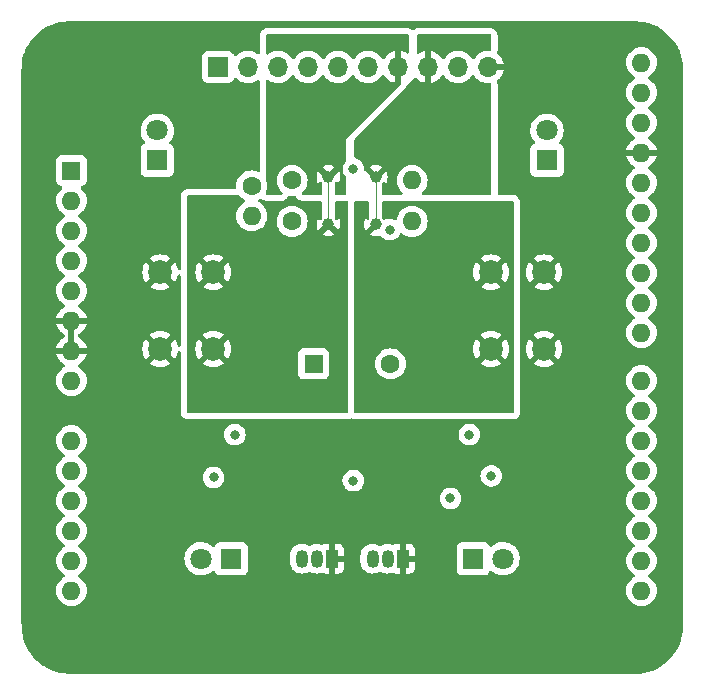
<source format=gbr>
%TF.GenerationSoftware,KiCad,Pcbnew,(6.0.10)*%
%TF.CreationDate,2023-08-29T00:03:05+02:00*%
%TF.ProjectId,Rentree ARES,52656e74-7265-4652-9041-5245532e6b69,rev?*%
%TF.SameCoordinates,Original*%
%TF.FileFunction,Copper,L2,Inr*%
%TF.FilePolarity,Positive*%
%FSLAX46Y46*%
G04 Gerber Fmt 4.6, Leading zero omitted, Abs format (unit mm)*
G04 Created by KiCad (PCBNEW (6.0.10)) date 2023-08-29 00:03:05*
%MOMM*%
%LPD*%
G01*
G04 APERTURE LIST*
%TA.AperFunction,EtchedComponent*%
%ADD10C,0.100000*%
%TD*%
%TA.AperFunction,ComponentPad*%
%ADD11C,1.000000*%
%TD*%
%TA.AperFunction,ComponentPad*%
%ADD12C,1.600000*%
%TD*%
%TA.AperFunction,ComponentPad*%
%ADD13O,1.600000X1.600000*%
%TD*%
%TA.AperFunction,ComponentPad*%
%ADD14R,1.600000X1.600000*%
%TD*%
%TA.AperFunction,ComponentPad*%
%ADD15C,1.800000*%
%TD*%
%TA.AperFunction,ComponentPad*%
%ADD16R,1.800000X1.800000*%
%TD*%
%TA.AperFunction,ComponentPad*%
%ADD17R,1.700000X1.700000*%
%TD*%
%TA.AperFunction,ComponentPad*%
%ADD18O,1.700000X1.700000*%
%TD*%
%TA.AperFunction,ComponentPad*%
%ADD19C,2.000000*%
%TD*%
%TA.AperFunction,ComponentPad*%
%ADD20O,1.050000X1.500000*%
%TD*%
%TA.AperFunction,ComponentPad*%
%ADD21R,1.050000X1.500000*%
%TD*%
%TA.AperFunction,ViaPad*%
%ADD22C,0.800000*%
%TD*%
G04 APERTURE END LIST*
D10*
%TO.C,F2*%
X123000000Y-99390000D02*
X123000000Y-95990000D01*
%TO.C,F3*%
X127000000Y-99390000D02*
X127000000Y-95990000D01*
%TD*%
D11*
%TO.N,/Simon un peu plus dur/SW0*%
%TO.C,F2*%
X123000000Y-99690000D03*
%TO.N,Net-(F2-Pad2)*%
X123000000Y-95690000D03*
%TD*%
%TO.N,/Simon un peu plus dur/SW1*%
%TO.C,F3*%
X127000000Y-99690000D03*
%TO.N,Net-(F3-Pad2)*%
X127000000Y-95690000D03*
%TD*%
D12*
%TO.N,Net-(R1-Pad2)*%
%TO.C,R2*%
X119920000Y-99440000D03*
D13*
%TO.N,/S1*%
X130080000Y-99440000D03*
%TD*%
%TO.N,unconnected-(A1-Pad32)*%
%TO.C,A1*%
X149500000Y-86000000D03*
%TO.N,unconnected-(A1-Pad31)*%
X149500000Y-88540000D03*
%TO.N,unconnected-(A1-Pad30)*%
X149500000Y-91080000D03*
%TO.N,GND*%
X149500000Y-93620000D03*
%TO.N,/RST*%
X149500000Y-96160000D03*
%TO.N,/Simon un peu plus dur/LED1*%
X149500000Y-98700000D03*
%TO.N,unconnected-(A1-Pad26)*%
X149500000Y-101240000D03*
%TO.N,/BUZZER*%
X149500000Y-103780000D03*
%TO.N,/Simon un peu plus dur/SW1*%
X149500000Y-106320000D03*
%TO.N,/Simon un peu plus dur/SW0*%
X149500000Y-108860000D03*
%TO.N,unconnected-(A1-Pad22)*%
X149500000Y-112920000D03*
%TO.N,unconnected-(A1-Pad21)*%
X149500000Y-115460000D03*
%TO.N,unconnected-(A1-Pad20)*%
X149500000Y-118000000D03*
%TO.N,unconnected-(A1-Pad19)*%
X149500000Y-120540000D03*
%TO.N,unconnected-(A1-Pad18)*%
X149500000Y-123080000D03*
%TO.N,unconnected-(A1-Pad17)*%
X149500000Y-125620000D03*
%TO.N,unconnected-(A1-Pad16)*%
X149500000Y-128160000D03*
%TO.N,unconnected-(A1-Pad15)*%
X149500000Y-130700000D03*
%TO.N,unconnected-(A1-Pad14)*%
X101240000Y-130700000D03*
%TO.N,unconnected-(A1-Pad13)*%
X101240000Y-128160000D03*
%TO.N,unconnected-(A1-Pad12)*%
X101240000Y-125620000D03*
%TO.N,unconnected-(A1-Pad11)*%
X101240000Y-123080000D03*
%TO.N,unconnected-(A1-Pad10)*%
X101240000Y-120540000D03*
%TO.N,/Simon un peu plus dur/LED0*%
X101240000Y-118000000D03*
%TO.N,unconnected-(A1-Pad8)*%
X101240000Y-112920000D03*
%TO.N,GND*%
X101240000Y-110380000D03*
X101240000Y-107840000D03*
%TO.N,unconnected-(A1-Pad5)*%
X101240000Y-105300000D03*
%TO.N,+3.3V*%
X101240000Y-102760000D03*
%TO.N,unconnected-(A1-Pad3)*%
X101240000Y-100220000D03*
%TO.N,unconnected-(A1-Pad2)*%
X101240000Y-97680000D03*
D14*
%TO.N,unconnected-(A1-Pad1)*%
X101240000Y-95140000D03*
%TD*%
D15*
%TO.N,Net-(D1-Pad2)*%
%TO.C,D1*%
X112210000Y-128000000D03*
D16*
%TO.N,Net-(C1-Pad2)*%
X114750000Y-128000000D03*
%TD*%
D15*
%TO.N,Net-(D2-Pad2)*%
%TO.C,D2*%
X137790000Y-128000000D03*
D16*
%TO.N,/OSC*%
X135250000Y-128000000D03*
%TD*%
%TO.N,Net-(D3-Pad1)*%
%TO.C,D3*%
X108500000Y-94275000D03*
D15*
%TO.N,+3.3V*%
X108500000Y-91735000D03*
%TD*%
D16*
%TO.N,Net-(D4-Pad1)*%
%TO.C,D4*%
X141500000Y-94275000D03*
D15*
%TO.N,+3.3V*%
X141500000Y-91735000D03*
%TD*%
D17*
%TO.N,+3.3V*%
%TO.C,J1*%
X113655000Y-86375000D03*
D18*
%TO.N,/S1*%
X116195000Y-86375000D03*
%TO.N,/OSC*%
X118735000Y-86375000D03*
%TO.N,/BUZZER*%
X121275000Y-86375000D03*
%TO.N,/Simon un peu plus dur/LED0*%
X123815000Y-86375000D03*
%TO.N,/Simon un peu plus dur/LED1*%
X126355000Y-86375000D03*
%TO.N,Net-(F2-Pad2)*%
X128895000Y-86375000D03*
%TO.N,Net-(F3-Pad2)*%
X131435000Y-86375000D03*
%TO.N,/RST*%
X133975000Y-86375000D03*
%TO.N,GND*%
X136515000Y-86375000D03*
%TD*%
D14*
%TO.N,+3.3V*%
%TO.C,LS1*%
X121750000Y-111500000D03*
D12*
%TO.N,/BUZZER*%
X128250000Y-111500000D03*
%TD*%
D13*
%TO.N,Net-(R1-Pad2)*%
%TO.C,R1*%
X116500000Y-98975000D03*
D12*
%TO.N,+3.3V*%
X116500000Y-96435000D03*
%TD*%
D13*
%TO.N,GND*%
%TO.C,R3*%
X130080000Y-95980000D03*
D12*
%TO.N,/S1*%
X119920000Y-95980000D03*
%TD*%
D19*
%TO.N,/Simon un peu plus dur/SW0*%
%TO.C,SW1*%
X113250000Y-103750000D03*
X113250000Y-110250000D03*
%TO.N,GND*%
X108750000Y-103750000D03*
X108750000Y-110250000D03*
%TD*%
%TO.N,GND*%
%TO.C,SW2*%
X141250000Y-103750000D03*
X141250000Y-110250000D03*
%TO.N,/Simon un peu plus dur/SW1*%
X136750000Y-103750000D03*
X136750000Y-110250000D03*
%TD*%
D20*
%TO.N,Net-(C1-Pad2)*%
%TO.C,Q1*%
X120750000Y-128000000D03*
%TO.N,Net-(C2-Pad2)*%
X122020000Y-128000000D03*
D21*
%TO.N,GND*%
X123290000Y-128000000D03*
%TD*%
D20*
%TO.N,/OSC*%
%TO.C,Q2*%
X126730000Y-128000000D03*
%TO.N,Net-(C1-Pad1)*%
X128000000Y-128000000D03*
D21*
%TO.N,GND*%
X129270000Y-128000000D03*
%TD*%
D22*
%TO.N,GND*%
X129200000Y-134000000D03*
%TO.N,/BUZZER*%
X128200000Y-100150500D03*
X125100000Y-95000000D03*
%TO.N,/OSC*%
X125100000Y-121400000D03*
%TO.N,Net-(C2-Pad2)*%
X133325000Y-122900000D03*
%TO.N,/Simon un peu plus dur/SW1*%
X136750000Y-112550000D03*
%TO.N,/Simon un peu plus dur/SW0*%
X113250000Y-112600000D03*
%TO.N,Net-(F3-Pad2)*%
X127000000Y-92400000D03*
%TO.N,+3.3V*%
X134925000Y-117500000D03*
X115075000Y-117500000D03*
X136775000Y-121000000D03*
X113265000Y-121110000D03*
%TO.N,Net-(F2-Pad2)*%
X123000000Y-92500000D03*
%TO.N,/Simon un peu plus dur/SW0*%
X123000000Y-102940000D03*
%TO.N,/Simon un peu plus dur/SW1*%
X126960000Y-102940000D03*
%TD*%
%TA.AperFunction,Conductor*%
%TO.N,GND*%
G36*
X148970018Y-82510000D02*
G01*
X148984852Y-82512310D01*
X148984855Y-82512310D01*
X148993724Y-82513691D01*
X149011033Y-82511428D01*
X149013656Y-82511085D01*
X149035810Y-82510156D01*
X149362472Y-82525258D01*
X149374060Y-82526332D01*
X149727672Y-82575659D01*
X149739112Y-82577798D01*
X150086665Y-82659541D01*
X150097841Y-82662721D01*
X150267111Y-82719455D01*
X150436372Y-82776186D01*
X150447224Y-82780390D01*
X150773840Y-82924605D01*
X150784245Y-82929785D01*
X151096177Y-83103530D01*
X151106053Y-83109645D01*
X151134557Y-83129171D01*
X151400610Y-83311422D01*
X151409898Y-83318436D01*
X151684581Y-83546530D01*
X151693181Y-83554371D01*
X151945629Y-83806819D01*
X151953470Y-83815419D01*
X152181564Y-84090102D01*
X152188578Y-84099390D01*
X152390354Y-84393946D01*
X152396470Y-84403823D01*
X152570215Y-84715755D01*
X152575395Y-84726160D01*
X152719610Y-85052776D01*
X152723814Y-85063628D01*
X152753368Y-85151803D01*
X152835910Y-85398074D01*
X152837276Y-85402150D01*
X152840459Y-85413335D01*
X152914170Y-85726739D01*
X152922202Y-85760888D01*
X152924341Y-85772328D01*
X152973668Y-86125940D01*
X152974742Y-86137529D01*
X152989502Y-86456785D01*
X152988136Y-86481989D01*
X152987690Y-86484850D01*
X152987690Y-86484856D01*
X152986309Y-86493724D01*
X152987473Y-86502626D01*
X152987473Y-86502628D01*
X152990436Y-86525283D01*
X152991500Y-86541621D01*
X152991500Y-133700633D01*
X152990000Y-133720018D01*
X152986309Y-133743724D01*
X152987473Y-133752625D01*
X152988915Y-133763656D01*
X152989844Y-133785810D01*
X152974742Y-134112471D01*
X152973668Y-134124060D01*
X152924341Y-134477672D01*
X152922202Y-134489112D01*
X152840461Y-134836656D01*
X152837276Y-134847850D01*
X152723814Y-135186372D01*
X152719610Y-135197224D01*
X152575395Y-135523840D01*
X152570215Y-135534245D01*
X152396470Y-135846177D01*
X152390354Y-135856054D01*
X152188578Y-136150610D01*
X152181564Y-136159898D01*
X151953470Y-136434581D01*
X151945629Y-136443181D01*
X151693181Y-136695629D01*
X151684581Y-136703470D01*
X151409898Y-136931564D01*
X151400610Y-136938578D01*
X151178930Y-137090433D01*
X151106054Y-137140354D01*
X151096177Y-137146470D01*
X150784245Y-137320215D01*
X150773840Y-137325395D01*
X150447224Y-137469610D01*
X150436372Y-137473814D01*
X150267111Y-137530545D01*
X150097841Y-137587279D01*
X150086665Y-137590459D01*
X149754150Y-137668665D01*
X149739112Y-137672202D01*
X149727672Y-137674341D01*
X149374060Y-137723668D01*
X149362471Y-137724742D01*
X149043215Y-137739502D01*
X149018011Y-137738136D01*
X149015150Y-137737690D01*
X149015144Y-137737690D01*
X149006276Y-137736309D01*
X148997374Y-137737473D01*
X148997372Y-137737473D01*
X148983900Y-137739235D01*
X148974714Y-137740436D01*
X148958379Y-137741500D01*
X101055666Y-137741500D01*
X101033817Y-137739591D01*
X101025295Y-137738090D01*
X101025292Y-137738090D01*
X101016455Y-137736534D01*
X101007535Y-137737521D01*
X101007532Y-137737521D01*
X100996485Y-137738744D01*
X100974314Y-137739235D01*
X100639530Y-137717101D01*
X100627973Y-137715797D01*
X100267031Y-137658135D01*
X100255637Y-137655770D01*
X99901546Y-137565047D01*
X99890442Y-137561649D01*
X99546222Y-137438638D01*
X99535464Y-137434223D01*
X99204065Y-137279978D01*
X99193778Y-137274600D01*
X98878019Y-137090431D01*
X98868251Y-137084111D01*
X98570855Y-136871611D01*
X98561708Y-136864415D01*
X98375523Y-136703470D01*
X98285177Y-136625371D01*
X98276737Y-136617365D01*
X98023447Y-136353832D01*
X98015778Y-136345077D01*
X97787885Y-136059298D01*
X97781057Y-136049873D01*
X97580510Y-135744295D01*
X97574580Y-135734281D01*
X97403074Y-135411485D01*
X97398094Y-135400966D01*
X97257105Y-135063727D01*
X97253119Y-135052799D01*
X97143852Y-134704000D01*
X97140889Y-134692745D01*
X97097234Y-134489112D01*
X97064267Y-134335332D01*
X97062357Y-134323857D01*
X97019041Y-133960917D01*
X97018197Y-133949309D01*
X97009543Y-133621340D01*
X97011407Y-133596172D01*
X97011910Y-133593313D01*
X97011910Y-133593310D01*
X97013466Y-133584472D01*
X97009265Y-133546510D01*
X97008500Y-133532651D01*
X97008500Y-130700000D01*
X99926502Y-130700000D01*
X99946457Y-130928087D01*
X100005716Y-131149243D01*
X100008039Y-131154224D01*
X100008039Y-131154225D01*
X100100151Y-131351762D01*
X100100154Y-131351767D01*
X100102477Y-131356749D01*
X100233802Y-131544300D01*
X100395700Y-131706198D01*
X100400208Y-131709355D01*
X100400211Y-131709357D01*
X100478389Y-131764098D01*
X100583251Y-131837523D01*
X100588233Y-131839846D01*
X100588238Y-131839849D01*
X100785775Y-131931961D01*
X100790757Y-131934284D01*
X100796065Y-131935706D01*
X100796067Y-131935707D01*
X101006598Y-131992119D01*
X101006600Y-131992119D01*
X101011913Y-131993543D01*
X101240000Y-132013498D01*
X101468087Y-131993543D01*
X101473400Y-131992119D01*
X101473402Y-131992119D01*
X101683933Y-131935707D01*
X101683935Y-131935706D01*
X101689243Y-131934284D01*
X101694225Y-131931961D01*
X101891762Y-131839849D01*
X101891767Y-131839846D01*
X101896749Y-131837523D01*
X102001611Y-131764098D01*
X102079789Y-131709357D01*
X102079792Y-131709355D01*
X102084300Y-131706198D01*
X102246198Y-131544300D01*
X102377523Y-131356749D01*
X102379846Y-131351767D01*
X102379849Y-131351762D01*
X102471961Y-131154225D01*
X102471961Y-131154224D01*
X102474284Y-131149243D01*
X102533543Y-130928087D01*
X102553498Y-130700000D01*
X148186502Y-130700000D01*
X148206457Y-130928087D01*
X148265716Y-131149243D01*
X148268039Y-131154224D01*
X148268039Y-131154225D01*
X148360151Y-131351762D01*
X148360154Y-131351767D01*
X148362477Y-131356749D01*
X148493802Y-131544300D01*
X148655700Y-131706198D01*
X148660208Y-131709355D01*
X148660211Y-131709357D01*
X148738389Y-131764098D01*
X148843251Y-131837523D01*
X148848233Y-131839846D01*
X148848238Y-131839849D01*
X149045775Y-131931961D01*
X149050757Y-131934284D01*
X149056065Y-131935706D01*
X149056067Y-131935707D01*
X149266598Y-131992119D01*
X149266600Y-131992119D01*
X149271913Y-131993543D01*
X149500000Y-132013498D01*
X149728087Y-131993543D01*
X149733400Y-131992119D01*
X149733402Y-131992119D01*
X149943933Y-131935707D01*
X149943935Y-131935706D01*
X149949243Y-131934284D01*
X149954225Y-131931961D01*
X150151762Y-131839849D01*
X150151767Y-131839846D01*
X150156749Y-131837523D01*
X150261611Y-131764098D01*
X150339789Y-131709357D01*
X150339792Y-131709355D01*
X150344300Y-131706198D01*
X150506198Y-131544300D01*
X150637523Y-131356749D01*
X150639846Y-131351767D01*
X150639849Y-131351762D01*
X150731961Y-131154225D01*
X150731961Y-131154224D01*
X150734284Y-131149243D01*
X150793543Y-130928087D01*
X150813498Y-130700000D01*
X150793543Y-130471913D01*
X150734284Y-130250757D01*
X150731961Y-130245775D01*
X150639849Y-130048238D01*
X150639846Y-130048233D01*
X150637523Y-130043251D01*
X150506198Y-129855700D01*
X150344300Y-129693802D01*
X150339792Y-129690645D01*
X150339789Y-129690643D01*
X150261611Y-129635902D01*
X150156749Y-129562477D01*
X150151767Y-129560154D01*
X150151762Y-129560151D01*
X150117543Y-129544195D01*
X150064258Y-129497278D01*
X150044797Y-129429001D01*
X150065339Y-129361041D01*
X150117543Y-129315805D01*
X150151762Y-129299849D01*
X150151767Y-129299846D01*
X150156749Y-129297523D01*
X150310850Y-129189620D01*
X150339789Y-129169357D01*
X150339792Y-129169355D01*
X150344300Y-129166198D01*
X150506198Y-129004300D01*
X150509410Y-128999714D01*
X150612594Y-128852351D01*
X150637523Y-128816749D01*
X150639846Y-128811767D01*
X150639849Y-128811762D01*
X150731961Y-128614225D01*
X150731961Y-128614224D01*
X150734284Y-128609243D01*
X150759449Y-128515329D01*
X150792119Y-128393402D01*
X150792119Y-128393400D01*
X150793543Y-128388087D01*
X150813498Y-128160000D01*
X150793543Y-127931913D01*
X150748592Y-127764156D01*
X150735707Y-127716067D01*
X150735706Y-127716065D01*
X150734284Y-127710757D01*
X150670864Y-127574751D01*
X150639849Y-127508238D01*
X150639846Y-127508233D01*
X150637523Y-127503251D01*
X150506198Y-127315700D01*
X150344300Y-127153802D01*
X150339792Y-127150645D01*
X150339789Y-127150643D01*
X150261611Y-127095902D01*
X150156749Y-127022477D01*
X150151767Y-127020154D01*
X150151762Y-127020151D01*
X150117543Y-127004195D01*
X150064258Y-126957278D01*
X150044797Y-126889001D01*
X150065339Y-126821041D01*
X150117543Y-126775805D01*
X150151762Y-126759849D01*
X150151767Y-126759846D01*
X150156749Y-126757523D01*
X150315687Y-126646233D01*
X150339789Y-126629357D01*
X150339792Y-126629355D01*
X150344300Y-126626198D01*
X150506198Y-126464300D01*
X150637523Y-126276749D01*
X150639846Y-126271767D01*
X150639849Y-126271762D01*
X150731961Y-126074225D01*
X150731961Y-126074224D01*
X150734284Y-126069243D01*
X150793543Y-125848087D01*
X150813498Y-125620000D01*
X150793543Y-125391913D01*
X150734284Y-125170757D01*
X150731961Y-125165775D01*
X150639849Y-124968238D01*
X150639846Y-124968233D01*
X150637523Y-124963251D01*
X150506198Y-124775700D01*
X150344300Y-124613802D01*
X150339792Y-124610645D01*
X150339789Y-124610643D01*
X150261611Y-124555902D01*
X150156749Y-124482477D01*
X150151767Y-124480154D01*
X150151762Y-124480151D01*
X150117543Y-124464195D01*
X150064258Y-124417278D01*
X150044797Y-124349001D01*
X150065339Y-124281041D01*
X150117543Y-124235805D01*
X150151762Y-124219849D01*
X150151767Y-124219846D01*
X150156749Y-124217523D01*
X150261611Y-124144098D01*
X150339789Y-124089357D01*
X150339792Y-124089355D01*
X150344300Y-124086198D01*
X150506198Y-123924300D01*
X150637523Y-123736749D01*
X150639846Y-123731767D01*
X150639849Y-123731762D01*
X150731961Y-123534225D01*
X150731961Y-123534224D01*
X150734284Y-123529243D01*
X150793543Y-123308087D01*
X150813498Y-123080000D01*
X150793543Y-122851913D01*
X150755537Y-122710072D01*
X150735707Y-122636067D01*
X150735706Y-122636065D01*
X150734284Y-122630757D01*
X150686575Y-122528444D01*
X150639849Y-122428238D01*
X150639846Y-122428233D01*
X150637523Y-122423251D01*
X150556213Y-122307128D01*
X150509357Y-122240211D01*
X150509355Y-122240208D01*
X150506198Y-122235700D01*
X150344300Y-122073802D01*
X150339792Y-122070645D01*
X150339789Y-122070643D01*
X150204780Y-121976109D01*
X150156749Y-121942477D01*
X150151767Y-121940154D01*
X150151762Y-121940151D01*
X150117543Y-121924195D01*
X150064258Y-121877278D01*
X150044797Y-121809001D01*
X150065339Y-121741041D01*
X150117543Y-121695805D01*
X150151762Y-121679849D01*
X150151767Y-121679846D01*
X150156749Y-121677523D01*
X150291220Y-121583365D01*
X150339789Y-121549357D01*
X150339792Y-121549355D01*
X150344300Y-121546198D01*
X150506198Y-121384300D01*
X150511115Y-121377279D01*
X150569872Y-121293365D01*
X150637523Y-121196749D01*
X150639846Y-121191767D01*
X150639849Y-121191762D01*
X150731961Y-120994225D01*
X150731961Y-120994224D01*
X150734284Y-120989243D01*
X150752819Y-120920072D01*
X150792119Y-120773402D01*
X150792119Y-120773400D01*
X150793543Y-120768087D01*
X150813498Y-120540000D01*
X150793543Y-120311913D01*
X150792119Y-120306598D01*
X150735707Y-120096067D01*
X150735706Y-120096065D01*
X150734284Y-120090757D01*
X150731961Y-120085775D01*
X150639849Y-119888238D01*
X150639846Y-119888233D01*
X150637523Y-119883251D01*
X150506198Y-119695700D01*
X150344300Y-119533802D01*
X150339792Y-119530645D01*
X150339789Y-119530643D01*
X150261611Y-119475902D01*
X150156749Y-119402477D01*
X150151767Y-119400154D01*
X150151762Y-119400151D01*
X150117543Y-119384195D01*
X150064258Y-119337278D01*
X150044797Y-119269001D01*
X150065339Y-119201041D01*
X150117543Y-119155805D01*
X150151762Y-119139849D01*
X150151767Y-119139846D01*
X150156749Y-119137523D01*
X150261611Y-119064098D01*
X150339789Y-119009357D01*
X150339792Y-119009355D01*
X150344300Y-119006198D01*
X150506198Y-118844300D01*
X150637523Y-118656749D01*
X150639846Y-118651767D01*
X150639849Y-118651762D01*
X150731961Y-118454225D01*
X150731961Y-118454224D01*
X150734284Y-118449243D01*
X150755841Y-118368794D01*
X150792119Y-118233402D01*
X150792119Y-118233400D01*
X150793543Y-118228087D01*
X150813498Y-118000000D01*
X150793543Y-117771913D01*
X150771575Y-117689928D01*
X150735707Y-117556067D01*
X150735706Y-117556065D01*
X150734284Y-117550757D01*
X150710616Y-117500000D01*
X150639849Y-117348238D01*
X150639846Y-117348233D01*
X150637523Y-117343251D01*
X150506198Y-117155700D01*
X150344300Y-116993802D01*
X150339792Y-116990645D01*
X150339789Y-116990643D01*
X150261611Y-116935902D01*
X150156749Y-116862477D01*
X150151767Y-116860154D01*
X150151762Y-116860151D01*
X150117543Y-116844195D01*
X150064258Y-116797278D01*
X150044797Y-116729001D01*
X150065339Y-116661041D01*
X150117543Y-116615805D01*
X150151762Y-116599849D01*
X150151767Y-116599846D01*
X150156749Y-116597523D01*
X150261611Y-116524098D01*
X150339789Y-116469357D01*
X150339792Y-116469355D01*
X150344300Y-116466198D01*
X150506198Y-116304300D01*
X150637523Y-116116749D01*
X150639846Y-116111767D01*
X150639849Y-116111762D01*
X150731961Y-115914225D01*
X150731961Y-115914224D01*
X150734284Y-115909243D01*
X150767096Y-115786790D01*
X150792119Y-115693402D01*
X150792119Y-115693400D01*
X150793543Y-115688087D01*
X150813498Y-115460000D01*
X150793543Y-115231913D01*
X150734284Y-115010757D01*
X150731961Y-115005775D01*
X150639849Y-114808238D01*
X150639846Y-114808233D01*
X150637523Y-114803251D01*
X150506198Y-114615700D01*
X150344300Y-114453802D01*
X150339792Y-114450645D01*
X150339789Y-114450643D01*
X150261611Y-114395902D01*
X150156749Y-114322477D01*
X150151767Y-114320154D01*
X150151762Y-114320151D01*
X150117543Y-114304195D01*
X150064258Y-114257278D01*
X150044797Y-114189001D01*
X150065339Y-114121041D01*
X150117543Y-114075805D01*
X150151762Y-114059849D01*
X150151767Y-114059846D01*
X150156749Y-114057523D01*
X150261611Y-113984098D01*
X150339789Y-113929357D01*
X150339792Y-113929355D01*
X150344300Y-113926198D01*
X150506198Y-113764300D01*
X150637523Y-113576749D01*
X150639846Y-113571767D01*
X150639849Y-113571762D01*
X150731961Y-113374225D01*
X150731961Y-113374224D01*
X150734284Y-113369243D01*
X150793543Y-113148087D01*
X150813498Y-112920000D01*
X150793543Y-112691913D01*
X150734284Y-112470757D01*
X150731961Y-112465775D01*
X150639849Y-112268238D01*
X150639846Y-112268233D01*
X150637523Y-112263251D01*
X150506198Y-112075700D01*
X150344300Y-111913802D01*
X150339792Y-111910645D01*
X150339789Y-111910643D01*
X150261611Y-111855902D01*
X150156749Y-111782477D01*
X150151767Y-111780154D01*
X150151762Y-111780151D01*
X149954225Y-111688039D01*
X149954224Y-111688039D01*
X149949243Y-111685716D01*
X149943935Y-111684294D01*
X149943933Y-111684293D01*
X149733402Y-111627881D01*
X149733400Y-111627881D01*
X149728087Y-111626457D01*
X149500000Y-111606502D01*
X149271913Y-111626457D01*
X149266600Y-111627881D01*
X149266598Y-111627881D01*
X149056067Y-111684293D01*
X149056065Y-111684294D01*
X149050757Y-111685716D01*
X149045776Y-111688039D01*
X149045775Y-111688039D01*
X148848238Y-111780151D01*
X148848233Y-111780154D01*
X148843251Y-111782477D01*
X148738389Y-111855902D01*
X148660211Y-111910643D01*
X148660208Y-111910645D01*
X148655700Y-111913802D01*
X148493802Y-112075700D01*
X148362477Y-112263251D01*
X148360154Y-112268233D01*
X148360151Y-112268238D01*
X148268039Y-112465775D01*
X148265716Y-112470757D01*
X148206457Y-112691913D01*
X148186502Y-112920000D01*
X148206457Y-113148087D01*
X148265716Y-113369243D01*
X148268039Y-113374224D01*
X148268039Y-113374225D01*
X148360151Y-113571762D01*
X148360154Y-113571767D01*
X148362477Y-113576749D01*
X148493802Y-113764300D01*
X148655700Y-113926198D01*
X148660208Y-113929355D01*
X148660211Y-113929357D01*
X148738389Y-113984098D01*
X148843251Y-114057523D01*
X148848233Y-114059846D01*
X148848238Y-114059849D01*
X148882457Y-114075805D01*
X148935742Y-114122722D01*
X148955203Y-114190999D01*
X148934661Y-114258959D01*
X148882457Y-114304195D01*
X148848238Y-114320151D01*
X148848233Y-114320154D01*
X148843251Y-114322477D01*
X148738389Y-114395902D01*
X148660211Y-114450643D01*
X148660208Y-114450645D01*
X148655700Y-114453802D01*
X148493802Y-114615700D01*
X148362477Y-114803251D01*
X148360154Y-114808233D01*
X148360151Y-114808238D01*
X148268039Y-115005775D01*
X148265716Y-115010757D01*
X148206457Y-115231913D01*
X148186502Y-115460000D01*
X148206457Y-115688087D01*
X148207881Y-115693400D01*
X148207881Y-115693402D01*
X148232905Y-115786790D01*
X148265716Y-115909243D01*
X148268039Y-115914224D01*
X148268039Y-115914225D01*
X148360151Y-116111762D01*
X148360154Y-116111767D01*
X148362477Y-116116749D01*
X148493802Y-116304300D01*
X148655700Y-116466198D01*
X148660208Y-116469355D01*
X148660211Y-116469357D01*
X148738389Y-116524098D01*
X148843251Y-116597523D01*
X148848233Y-116599846D01*
X148848238Y-116599849D01*
X148882457Y-116615805D01*
X148935742Y-116662722D01*
X148955203Y-116730999D01*
X148934661Y-116798959D01*
X148882457Y-116844195D01*
X148848238Y-116860151D01*
X148848233Y-116860154D01*
X148843251Y-116862477D01*
X148738389Y-116935902D01*
X148660211Y-116990643D01*
X148660208Y-116990645D01*
X148655700Y-116993802D01*
X148493802Y-117155700D01*
X148362477Y-117343251D01*
X148360154Y-117348233D01*
X148360151Y-117348238D01*
X148289384Y-117500000D01*
X148265716Y-117550757D01*
X148264294Y-117556065D01*
X148264293Y-117556067D01*
X148228425Y-117689928D01*
X148206457Y-117771913D01*
X148186502Y-118000000D01*
X148206457Y-118228087D01*
X148207881Y-118233400D01*
X148207881Y-118233402D01*
X148244160Y-118368794D01*
X148265716Y-118449243D01*
X148268039Y-118454224D01*
X148268039Y-118454225D01*
X148360151Y-118651762D01*
X148360154Y-118651767D01*
X148362477Y-118656749D01*
X148493802Y-118844300D01*
X148655700Y-119006198D01*
X148660208Y-119009355D01*
X148660211Y-119009357D01*
X148738389Y-119064098D01*
X148843251Y-119137523D01*
X148848233Y-119139846D01*
X148848238Y-119139849D01*
X148882457Y-119155805D01*
X148935742Y-119202722D01*
X148955203Y-119270999D01*
X148934661Y-119338959D01*
X148882457Y-119384195D01*
X148848238Y-119400151D01*
X148848233Y-119400154D01*
X148843251Y-119402477D01*
X148738389Y-119475902D01*
X148660211Y-119530643D01*
X148660208Y-119530645D01*
X148655700Y-119533802D01*
X148493802Y-119695700D01*
X148362477Y-119883251D01*
X148360154Y-119888233D01*
X148360151Y-119888238D01*
X148268039Y-120085775D01*
X148265716Y-120090757D01*
X148264294Y-120096065D01*
X148264293Y-120096067D01*
X148207881Y-120306598D01*
X148206457Y-120311913D01*
X148186502Y-120540000D01*
X148206457Y-120768087D01*
X148207881Y-120773400D01*
X148207881Y-120773402D01*
X148247182Y-120920072D01*
X148265716Y-120989243D01*
X148268039Y-120994224D01*
X148268039Y-120994225D01*
X148360151Y-121191762D01*
X148360154Y-121191767D01*
X148362477Y-121196749D01*
X148430128Y-121293365D01*
X148488886Y-121377279D01*
X148493802Y-121384300D01*
X148655700Y-121546198D01*
X148660208Y-121549355D01*
X148660211Y-121549357D01*
X148708780Y-121583365D01*
X148843251Y-121677523D01*
X148848233Y-121679846D01*
X148848238Y-121679849D01*
X148882457Y-121695805D01*
X148935742Y-121742722D01*
X148955203Y-121810999D01*
X148934661Y-121878959D01*
X148882457Y-121924195D01*
X148848238Y-121940151D01*
X148848233Y-121940154D01*
X148843251Y-121942477D01*
X148795220Y-121976109D01*
X148660211Y-122070643D01*
X148660208Y-122070645D01*
X148655700Y-122073802D01*
X148493802Y-122235700D01*
X148490645Y-122240208D01*
X148490643Y-122240211D01*
X148443787Y-122307128D01*
X148362477Y-122423251D01*
X148360154Y-122428233D01*
X148360151Y-122428238D01*
X148313425Y-122528444D01*
X148265716Y-122630757D01*
X148264294Y-122636065D01*
X148264293Y-122636067D01*
X148244463Y-122710072D01*
X148206457Y-122851913D01*
X148186502Y-123080000D01*
X148206457Y-123308087D01*
X148265716Y-123529243D01*
X148268039Y-123534224D01*
X148268039Y-123534225D01*
X148360151Y-123731762D01*
X148360154Y-123731767D01*
X148362477Y-123736749D01*
X148493802Y-123924300D01*
X148655700Y-124086198D01*
X148660208Y-124089355D01*
X148660211Y-124089357D01*
X148738389Y-124144098D01*
X148843251Y-124217523D01*
X148848233Y-124219846D01*
X148848238Y-124219849D01*
X148882457Y-124235805D01*
X148935742Y-124282722D01*
X148955203Y-124350999D01*
X148934661Y-124418959D01*
X148882457Y-124464195D01*
X148848238Y-124480151D01*
X148848233Y-124480154D01*
X148843251Y-124482477D01*
X148738389Y-124555902D01*
X148660211Y-124610643D01*
X148660208Y-124610645D01*
X148655700Y-124613802D01*
X148493802Y-124775700D01*
X148362477Y-124963251D01*
X148360154Y-124968233D01*
X148360151Y-124968238D01*
X148268039Y-125165775D01*
X148265716Y-125170757D01*
X148206457Y-125391913D01*
X148186502Y-125620000D01*
X148206457Y-125848087D01*
X148265716Y-126069243D01*
X148268039Y-126074224D01*
X148268039Y-126074225D01*
X148360151Y-126271762D01*
X148360154Y-126271767D01*
X148362477Y-126276749D01*
X148493802Y-126464300D01*
X148655700Y-126626198D01*
X148660208Y-126629355D01*
X148660211Y-126629357D01*
X148684313Y-126646233D01*
X148843251Y-126757523D01*
X148848233Y-126759846D01*
X148848238Y-126759849D01*
X148882457Y-126775805D01*
X148935742Y-126822722D01*
X148955203Y-126890999D01*
X148934661Y-126958959D01*
X148882457Y-127004195D01*
X148848238Y-127020151D01*
X148848233Y-127020154D01*
X148843251Y-127022477D01*
X148738389Y-127095902D01*
X148660211Y-127150643D01*
X148660208Y-127150645D01*
X148655700Y-127153802D01*
X148493802Y-127315700D01*
X148362477Y-127503251D01*
X148360154Y-127508233D01*
X148360151Y-127508238D01*
X148329136Y-127574751D01*
X148265716Y-127710757D01*
X148264294Y-127716065D01*
X148264293Y-127716067D01*
X148251408Y-127764156D01*
X148206457Y-127931913D01*
X148186502Y-128160000D01*
X148206457Y-128388087D01*
X148207881Y-128393400D01*
X148207881Y-128393402D01*
X148240552Y-128515329D01*
X148265716Y-128609243D01*
X148268039Y-128614224D01*
X148268039Y-128614225D01*
X148360151Y-128811762D01*
X148360154Y-128811767D01*
X148362477Y-128816749D01*
X148387406Y-128852351D01*
X148490591Y-128999714D01*
X148493802Y-129004300D01*
X148655700Y-129166198D01*
X148660208Y-129169355D01*
X148660211Y-129169357D01*
X148689150Y-129189620D01*
X148843251Y-129297523D01*
X148848233Y-129299846D01*
X148848238Y-129299849D01*
X148882457Y-129315805D01*
X148935742Y-129362722D01*
X148955203Y-129430999D01*
X148934661Y-129498959D01*
X148882457Y-129544195D01*
X148848238Y-129560151D01*
X148848233Y-129560154D01*
X148843251Y-129562477D01*
X148738389Y-129635902D01*
X148660211Y-129690643D01*
X148660208Y-129690645D01*
X148655700Y-129693802D01*
X148493802Y-129855700D01*
X148362477Y-130043251D01*
X148360154Y-130048233D01*
X148360151Y-130048238D01*
X148268039Y-130245775D01*
X148265716Y-130250757D01*
X148206457Y-130471913D01*
X148186502Y-130700000D01*
X102553498Y-130700000D01*
X102533543Y-130471913D01*
X102474284Y-130250757D01*
X102471961Y-130245775D01*
X102379849Y-130048238D01*
X102379846Y-130048233D01*
X102377523Y-130043251D01*
X102246198Y-129855700D01*
X102084300Y-129693802D01*
X102079792Y-129690645D01*
X102079789Y-129690643D01*
X102001611Y-129635902D01*
X101896749Y-129562477D01*
X101891767Y-129560154D01*
X101891762Y-129560151D01*
X101857543Y-129544195D01*
X101804258Y-129497278D01*
X101784797Y-129429001D01*
X101805339Y-129361041D01*
X101857543Y-129315805D01*
X101891762Y-129299849D01*
X101891767Y-129299846D01*
X101896749Y-129297523D01*
X102050850Y-129189620D01*
X102079789Y-129169357D01*
X102079792Y-129169355D01*
X102084300Y-129166198D01*
X102246198Y-129004300D01*
X102249410Y-128999714D01*
X102352594Y-128852351D01*
X102377523Y-128816749D01*
X102379846Y-128811767D01*
X102379849Y-128811762D01*
X102471961Y-128614225D01*
X102471961Y-128614224D01*
X102474284Y-128609243D01*
X102499449Y-128515329D01*
X102532119Y-128393402D01*
X102532119Y-128393400D01*
X102533543Y-128388087D01*
X102553498Y-128160000D01*
X102536479Y-127965469D01*
X110797095Y-127965469D01*
X110797392Y-127970622D01*
X110797392Y-127970625D01*
X110803067Y-128069041D01*
X110810427Y-128196697D01*
X110811564Y-128201743D01*
X110811565Y-128201749D01*
X110843741Y-128344523D01*
X110861346Y-128422642D01*
X110863288Y-128427424D01*
X110863289Y-128427428D01*
X110946540Y-128632450D01*
X110948484Y-128637237D01*
X111069501Y-128834719D01*
X111221147Y-129009784D01*
X111399349Y-129157730D01*
X111599322Y-129274584D01*
X111604147Y-129276426D01*
X111604148Y-129276427D01*
X111659393Y-129297523D01*
X111815694Y-129357209D01*
X111820760Y-129358240D01*
X111820761Y-129358240D01*
X111842791Y-129362722D01*
X112042656Y-129403385D01*
X112172089Y-129408131D01*
X112268949Y-129411683D01*
X112268953Y-129411683D01*
X112274113Y-129411872D01*
X112279233Y-129411216D01*
X112279235Y-129411216D01*
X112353166Y-129401745D01*
X112503847Y-129382442D01*
X112508795Y-129380957D01*
X112508802Y-129380956D01*
X112720747Y-129317369D01*
X112725690Y-129315886D01*
X112806236Y-129276427D01*
X112929049Y-129216262D01*
X112929052Y-129216260D01*
X112933684Y-129213991D01*
X113122243Y-129079494D01*
X113167309Y-129034585D01*
X113229681Y-129000669D01*
X113300487Y-129005857D01*
X113357249Y-129048503D01*
X113374231Y-129079607D01*
X113380690Y-129096835D01*
X113399385Y-129146705D01*
X113486739Y-129263261D01*
X113603295Y-129350615D01*
X113739684Y-129401745D01*
X113801866Y-129408500D01*
X115698134Y-129408500D01*
X115760316Y-129401745D01*
X115896705Y-129350615D01*
X116013261Y-129263261D01*
X116100615Y-129146705D01*
X116151745Y-129010316D01*
X116158500Y-128948134D01*
X116158500Y-128276004D01*
X119716500Y-128276004D01*
X119731277Y-128426713D01*
X119789858Y-128620742D01*
X119885010Y-128799698D01*
X119888904Y-128804472D01*
X119888905Y-128804474D01*
X119916756Y-128838622D01*
X120013110Y-128956763D01*
X120017857Y-128960690D01*
X120017859Y-128960692D01*
X120164528Y-129082027D01*
X120164531Y-129082029D01*
X120169278Y-129085956D01*
X120347565Y-129182356D01*
X120440076Y-129210993D01*
X120535293Y-129240468D01*
X120535296Y-129240469D01*
X120541180Y-129242290D01*
X120547305Y-129242934D01*
X120547306Y-129242934D01*
X120736622Y-129262832D01*
X120736623Y-129262832D01*
X120742750Y-129263476D01*
X120852090Y-129253525D01*
X120938457Y-129245665D01*
X120938460Y-129245664D01*
X120944596Y-129245106D01*
X120950502Y-129243368D01*
X120950506Y-129243367D01*
X121091909Y-129201749D01*
X121139029Y-129187881D01*
X121144486Y-129185028D01*
X121144489Y-129185027D01*
X121296182Y-129105724D01*
X121318460Y-129094077D01*
X121318462Y-129094077D01*
X121318645Y-129093981D01*
X121318663Y-129094016D01*
X121384441Y-129074111D01*
X121445409Y-129089271D01*
X121617565Y-129182356D01*
X121710076Y-129210993D01*
X121805293Y-129240468D01*
X121805296Y-129240469D01*
X121811180Y-129242290D01*
X121817305Y-129242934D01*
X121817306Y-129242934D01*
X122006622Y-129262832D01*
X122006623Y-129262832D01*
X122012750Y-129263476D01*
X122122090Y-129253525D01*
X122208457Y-129245665D01*
X122208460Y-129245664D01*
X122214596Y-129245106D01*
X122220502Y-129243368D01*
X122220506Y-129243367D01*
X122320315Y-129213991D01*
X122409029Y-129187881D01*
X122409229Y-129188559D01*
X122475273Y-129182044D01*
X122512323Y-129195320D01*
X122526937Y-129203321D01*
X122647394Y-129248478D01*
X122662649Y-129252105D01*
X122713514Y-129257631D01*
X122720328Y-129258000D01*
X123017885Y-129258000D01*
X123033124Y-129253525D01*
X123034329Y-129252135D01*
X123036000Y-129244452D01*
X123036000Y-129239884D01*
X123544000Y-129239884D01*
X123548475Y-129255123D01*
X123549865Y-129256328D01*
X123557548Y-129257999D01*
X123859669Y-129257999D01*
X123866490Y-129257629D01*
X123917352Y-129252105D01*
X123932604Y-129248479D01*
X124053054Y-129203324D01*
X124068649Y-129194786D01*
X124170724Y-129118285D01*
X124183285Y-129105724D01*
X124259786Y-129003649D01*
X124268324Y-128988054D01*
X124313478Y-128867606D01*
X124317105Y-128852351D01*
X124322631Y-128801486D01*
X124323000Y-128794672D01*
X124323000Y-128276004D01*
X125696500Y-128276004D01*
X125711277Y-128426713D01*
X125769858Y-128620742D01*
X125865010Y-128799698D01*
X125868904Y-128804472D01*
X125868905Y-128804474D01*
X125896756Y-128838622D01*
X125993110Y-128956763D01*
X125997857Y-128960690D01*
X125997859Y-128960692D01*
X126144528Y-129082027D01*
X126144531Y-129082029D01*
X126149278Y-129085956D01*
X126327565Y-129182356D01*
X126420076Y-129210993D01*
X126515293Y-129240468D01*
X126515296Y-129240469D01*
X126521180Y-129242290D01*
X126527305Y-129242934D01*
X126527306Y-129242934D01*
X126716622Y-129262832D01*
X126716623Y-129262832D01*
X126722750Y-129263476D01*
X126832090Y-129253525D01*
X126918457Y-129245665D01*
X126918460Y-129245664D01*
X126924596Y-129245106D01*
X126930502Y-129243368D01*
X126930506Y-129243367D01*
X127071909Y-129201749D01*
X127119029Y-129187881D01*
X127124486Y-129185028D01*
X127124489Y-129185027D01*
X127276182Y-129105724D01*
X127298460Y-129094077D01*
X127298462Y-129094077D01*
X127298645Y-129093981D01*
X127298663Y-129094016D01*
X127364441Y-129074111D01*
X127425409Y-129089271D01*
X127597565Y-129182356D01*
X127690076Y-129210993D01*
X127785293Y-129240468D01*
X127785296Y-129240469D01*
X127791180Y-129242290D01*
X127797305Y-129242934D01*
X127797306Y-129242934D01*
X127986622Y-129262832D01*
X127986623Y-129262832D01*
X127992750Y-129263476D01*
X128102090Y-129253525D01*
X128188457Y-129245665D01*
X128188460Y-129245664D01*
X128194596Y-129245106D01*
X128200502Y-129243368D01*
X128200506Y-129243367D01*
X128300315Y-129213991D01*
X128389029Y-129187881D01*
X128389229Y-129188559D01*
X128455273Y-129182044D01*
X128492323Y-129195320D01*
X128506937Y-129203321D01*
X128627394Y-129248478D01*
X128642649Y-129252105D01*
X128693514Y-129257631D01*
X128700328Y-129258000D01*
X128997885Y-129258000D01*
X129013124Y-129253525D01*
X129014329Y-129252135D01*
X129016000Y-129244452D01*
X129016000Y-129239884D01*
X129524000Y-129239884D01*
X129528475Y-129255123D01*
X129529865Y-129256328D01*
X129537548Y-129257999D01*
X129839669Y-129257999D01*
X129846490Y-129257629D01*
X129897352Y-129252105D01*
X129912604Y-129248479D01*
X130033054Y-129203324D01*
X130048649Y-129194786D01*
X130150724Y-129118285D01*
X130163285Y-129105724D01*
X130239786Y-129003649D01*
X130248324Y-128988054D01*
X130263289Y-128948134D01*
X133841500Y-128948134D01*
X133848255Y-129010316D01*
X133899385Y-129146705D01*
X133986739Y-129263261D01*
X134103295Y-129350615D01*
X134239684Y-129401745D01*
X134301866Y-129408500D01*
X136198134Y-129408500D01*
X136260316Y-129401745D01*
X136396705Y-129350615D01*
X136513261Y-129263261D01*
X136600615Y-129146705D01*
X136625180Y-129081178D01*
X136667822Y-129024414D01*
X136734383Y-128999714D01*
X136803732Y-129014921D01*
X136823647Y-129028464D01*
X136916707Y-129105724D01*
X136979349Y-129157730D01*
X137179322Y-129274584D01*
X137184147Y-129276426D01*
X137184148Y-129276427D01*
X137239393Y-129297523D01*
X137395694Y-129357209D01*
X137400760Y-129358240D01*
X137400761Y-129358240D01*
X137422791Y-129362722D01*
X137622656Y-129403385D01*
X137752089Y-129408131D01*
X137848949Y-129411683D01*
X137848953Y-129411683D01*
X137854113Y-129411872D01*
X137859233Y-129411216D01*
X137859235Y-129411216D01*
X137933166Y-129401745D01*
X138083847Y-129382442D01*
X138088795Y-129380957D01*
X138088802Y-129380956D01*
X138300747Y-129317369D01*
X138305690Y-129315886D01*
X138386236Y-129276427D01*
X138509049Y-129216262D01*
X138509052Y-129216260D01*
X138513684Y-129213991D01*
X138702243Y-129079494D01*
X138866303Y-128916005D01*
X139001458Y-128727917D01*
X139048641Y-128632450D01*
X139101784Y-128524922D01*
X139101785Y-128524920D01*
X139104078Y-128520280D01*
X139171408Y-128298671D01*
X139201640Y-128069041D01*
X139203327Y-128000000D01*
X139197032Y-127923434D01*
X139184773Y-127774318D01*
X139184772Y-127774312D01*
X139184349Y-127769167D01*
X139156137Y-127656850D01*
X139129184Y-127549544D01*
X139129183Y-127549540D01*
X139127925Y-127544533D01*
X139125866Y-127539797D01*
X139037630Y-127336868D01*
X139037628Y-127336865D01*
X139035570Y-127332131D01*
X138909764Y-127137665D01*
X138753887Y-126966358D01*
X138749836Y-126963159D01*
X138749832Y-126963155D01*
X138576177Y-126826011D01*
X138576172Y-126826008D01*
X138572123Y-126822810D01*
X138567607Y-126820317D01*
X138567604Y-126820315D01*
X138373879Y-126713373D01*
X138373875Y-126713371D01*
X138369355Y-126710876D01*
X138364486Y-126709152D01*
X138364482Y-126709150D01*
X138155903Y-126635288D01*
X138155899Y-126635287D01*
X138151028Y-126633562D01*
X138145935Y-126632655D01*
X138145932Y-126632654D01*
X137928095Y-126593851D01*
X137928089Y-126593850D01*
X137923006Y-126592945D01*
X137850096Y-126592054D01*
X137696581Y-126590179D01*
X137696579Y-126590179D01*
X137691411Y-126590116D01*
X137462464Y-126625150D01*
X137242314Y-126697106D01*
X137237726Y-126699494D01*
X137237722Y-126699496D01*
X137091134Y-126775805D01*
X137036872Y-126804052D01*
X137032739Y-126807155D01*
X137032736Y-126807157D01*
X136855790Y-126940012D01*
X136851655Y-126943117D01*
X136838122Y-126957278D01*
X136834170Y-126961414D01*
X136772646Y-126996844D01*
X136701733Y-126993387D01*
X136643947Y-126952141D01*
X136625094Y-126918592D01*
X136603768Y-126861705D01*
X136603767Y-126861703D01*
X136600615Y-126853295D01*
X136513261Y-126736739D01*
X136396705Y-126649385D01*
X136260316Y-126598255D01*
X136198134Y-126591500D01*
X134301866Y-126591500D01*
X134239684Y-126598255D01*
X134103295Y-126649385D01*
X133986739Y-126736739D01*
X133899385Y-126853295D01*
X133848255Y-126989684D01*
X133841500Y-127051866D01*
X133841500Y-128948134D01*
X130263289Y-128948134D01*
X130293478Y-128867606D01*
X130297105Y-128852351D01*
X130302631Y-128801486D01*
X130303000Y-128794672D01*
X130303000Y-128272115D01*
X130298525Y-128256876D01*
X130297135Y-128255671D01*
X130289452Y-128254000D01*
X129542115Y-128254000D01*
X129526876Y-128258475D01*
X129525671Y-128259865D01*
X129524000Y-128267548D01*
X129524000Y-129239884D01*
X129016000Y-129239884D01*
X129016000Y-128446242D01*
X129016785Y-128432197D01*
X129021733Y-128388087D01*
X129033500Y-128283183D01*
X129033500Y-127727885D01*
X129524000Y-127727885D01*
X129528475Y-127743124D01*
X129529865Y-127744329D01*
X129537548Y-127746000D01*
X130284884Y-127746000D01*
X130300123Y-127741525D01*
X130301328Y-127740135D01*
X130302999Y-127732452D01*
X130302999Y-127205331D01*
X130302629Y-127198510D01*
X130297105Y-127147648D01*
X130293479Y-127132396D01*
X130248324Y-127011946D01*
X130239786Y-126996351D01*
X130163285Y-126894276D01*
X130150724Y-126881715D01*
X130048649Y-126805214D01*
X130033054Y-126796676D01*
X129912606Y-126751522D01*
X129897351Y-126747895D01*
X129846486Y-126742369D01*
X129839672Y-126742000D01*
X129542115Y-126742000D01*
X129526876Y-126746475D01*
X129525671Y-126747865D01*
X129524000Y-126755548D01*
X129524000Y-127727885D01*
X129033500Y-127727885D01*
X129033500Y-127723996D01*
X129018723Y-127573287D01*
X129018032Y-127570998D01*
X129016000Y-127550276D01*
X129016000Y-126760116D01*
X129011525Y-126744877D01*
X129010135Y-126743672D01*
X129002452Y-126742001D01*
X128700331Y-126742001D01*
X128693510Y-126742371D01*
X128642648Y-126747895D01*
X128627396Y-126751521D01*
X128506944Y-126796677D01*
X128491534Y-126805114D01*
X128422177Y-126820284D01*
X128393764Y-126814960D01*
X128384587Y-126812119D01*
X128208820Y-126757710D01*
X128202695Y-126757066D01*
X128202694Y-126757066D01*
X128013378Y-126737168D01*
X128013377Y-126737168D01*
X128007250Y-126736524D01*
X127928709Y-126743672D01*
X127811543Y-126754335D01*
X127811540Y-126754336D01*
X127805404Y-126754894D01*
X127799498Y-126756632D01*
X127799494Y-126756633D01*
X127663442Y-126796676D01*
X127610971Y-126812119D01*
X127605514Y-126814972D01*
X127605511Y-126814973D01*
X127545953Y-126846109D01*
X127431540Y-126905923D01*
X127431538Y-126905923D01*
X127431355Y-126906019D01*
X127431337Y-126905984D01*
X127365559Y-126925889D01*
X127304591Y-126910729D01*
X127295815Y-126905984D01*
X127132435Y-126817644D01*
X127035627Y-126787677D01*
X126944707Y-126759532D01*
X126944704Y-126759531D01*
X126938820Y-126757710D01*
X126932695Y-126757066D01*
X126932694Y-126757066D01*
X126743378Y-126737168D01*
X126743377Y-126737168D01*
X126737250Y-126736524D01*
X126658709Y-126743672D01*
X126541543Y-126754335D01*
X126541540Y-126754336D01*
X126535404Y-126754894D01*
X126529498Y-126756632D01*
X126529494Y-126756633D01*
X126393442Y-126796676D01*
X126340971Y-126812119D01*
X126335514Y-126814972D01*
X126335511Y-126814973D01*
X126275953Y-126846109D01*
X126161355Y-126906019D01*
X126003399Y-127033019D01*
X125873119Y-127188281D01*
X125870155Y-127193673D01*
X125870152Y-127193677D01*
X125778444Y-127360494D01*
X125775477Y-127365891D01*
X125714193Y-127559084D01*
X125713507Y-127565201D01*
X125713506Y-127565205D01*
X125711912Y-127579418D01*
X125696500Y-127716817D01*
X125696500Y-128276004D01*
X124323000Y-128276004D01*
X124323000Y-128272115D01*
X124318525Y-128256876D01*
X124317135Y-128255671D01*
X124309452Y-128254000D01*
X123562115Y-128254000D01*
X123546876Y-128258475D01*
X123545671Y-128259865D01*
X123544000Y-128267548D01*
X123544000Y-129239884D01*
X123036000Y-129239884D01*
X123036000Y-128446242D01*
X123036785Y-128432197D01*
X123041733Y-128388087D01*
X123053500Y-128283183D01*
X123053500Y-127727885D01*
X123544000Y-127727885D01*
X123548475Y-127743124D01*
X123549865Y-127744329D01*
X123557548Y-127746000D01*
X124304884Y-127746000D01*
X124320123Y-127741525D01*
X124321328Y-127740135D01*
X124322999Y-127732452D01*
X124322999Y-127205331D01*
X124322629Y-127198510D01*
X124317105Y-127147648D01*
X124313479Y-127132396D01*
X124268324Y-127011946D01*
X124259786Y-126996351D01*
X124183285Y-126894276D01*
X124170724Y-126881715D01*
X124068649Y-126805214D01*
X124053054Y-126796676D01*
X123932606Y-126751522D01*
X123917351Y-126747895D01*
X123866486Y-126742369D01*
X123859672Y-126742000D01*
X123562115Y-126742000D01*
X123546876Y-126746475D01*
X123545671Y-126747865D01*
X123544000Y-126755548D01*
X123544000Y-127727885D01*
X123053500Y-127727885D01*
X123053500Y-127723996D01*
X123038723Y-127573287D01*
X123038032Y-127570998D01*
X123036000Y-127550276D01*
X123036000Y-126760116D01*
X123031525Y-126744877D01*
X123030135Y-126743672D01*
X123022452Y-126742001D01*
X122720331Y-126742001D01*
X122713510Y-126742371D01*
X122662648Y-126747895D01*
X122647396Y-126751521D01*
X122526944Y-126796677D01*
X122511534Y-126805114D01*
X122442177Y-126820284D01*
X122413764Y-126814960D01*
X122404587Y-126812119D01*
X122228820Y-126757710D01*
X122222695Y-126757066D01*
X122222694Y-126757066D01*
X122033378Y-126737168D01*
X122033377Y-126737168D01*
X122027250Y-126736524D01*
X121948709Y-126743672D01*
X121831543Y-126754335D01*
X121831540Y-126754336D01*
X121825404Y-126754894D01*
X121819498Y-126756632D01*
X121819494Y-126756633D01*
X121683442Y-126796676D01*
X121630971Y-126812119D01*
X121625514Y-126814972D01*
X121625511Y-126814973D01*
X121565953Y-126846109D01*
X121451540Y-126905923D01*
X121451538Y-126905923D01*
X121451355Y-126906019D01*
X121451337Y-126905984D01*
X121385559Y-126925889D01*
X121324591Y-126910729D01*
X121315815Y-126905984D01*
X121152435Y-126817644D01*
X121055627Y-126787677D01*
X120964707Y-126759532D01*
X120964704Y-126759531D01*
X120958820Y-126757710D01*
X120952695Y-126757066D01*
X120952694Y-126757066D01*
X120763378Y-126737168D01*
X120763377Y-126737168D01*
X120757250Y-126736524D01*
X120678709Y-126743672D01*
X120561543Y-126754335D01*
X120561540Y-126754336D01*
X120555404Y-126754894D01*
X120549498Y-126756632D01*
X120549494Y-126756633D01*
X120413442Y-126796676D01*
X120360971Y-126812119D01*
X120355514Y-126814972D01*
X120355511Y-126814973D01*
X120295953Y-126846109D01*
X120181355Y-126906019D01*
X120023399Y-127033019D01*
X119893119Y-127188281D01*
X119890155Y-127193673D01*
X119890152Y-127193677D01*
X119798444Y-127360494D01*
X119795477Y-127365891D01*
X119734193Y-127559084D01*
X119733507Y-127565201D01*
X119733506Y-127565205D01*
X119731912Y-127579418D01*
X119716500Y-127716817D01*
X119716500Y-128276004D01*
X116158500Y-128276004D01*
X116158500Y-127051866D01*
X116151745Y-126989684D01*
X116100615Y-126853295D01*
X116013261Y-126736739D01*
X115896705Y-126649385D01*
X115760316Y-126598255D01*
X115698134Y-126591500D01*
X113801866Y-126591500D01*
X113739684Y-126598255D01*
X113603295Y-126649385D01*
X113486739Y-126736739D01*
X113399385Y-126853295D01*
X113396233Y-126861703D01*
X113396232Y-126861705D01*
X113375538Y-126916906D01*
X113332897Y-126973671D01*
X113266335Y-126998371D01*
X113196986Y-126983164D01*
X113174167Y-126966666D01*
X113173887Y-126966358D01*
X113107646Y-126914044D01*
X112996177Y-126826011D01*
X112996172Y-126826008D01*
X112992123Y-126822810D01*
X112987607Y-126820317D01*
X112987604Y-126820315D01*
X112793879Y-126713373D01*
X112793875Y-126713371D01*
X112789355Y-126710876D01*
X112784486Y-126709152D01*
X112784482Y-126709150D01*
X112575903Y-126635288D01*
X112575899Y-126635287D01*
X112571028Y-126633562D01*
X112565935Y-126632655D01*
X112565932Y-126632654D01*
X112348095Y-126593851D01*
X112348089Y-126593850D01*
X112343006Y-126592945D01*
X112270096Y-126592054D01*
X112116581Y-126590179D01*
X112116579Y-126590179D01*
X112111411Y-126590116D01*
X111882464Y-126625150D01*
X111662314Y-126697106D01*
X111657726Y-126699494D01*
X111657722Y-126699496D01*
X111511134Y-126775805D01*
X111456872Y-126804052D01*
X111452739Y-126807155D01*
X111452736Y-126807157D01*
X111275790Y-126940012D01*
X111271655Y-126943117D01*
X111111639Y-127110564D01*
X111108725Y-127114836D01*
X111108724Y-127114837D01*
X111093152Y-127137665D01*
X110981119Y-127301899D01*
X110883602Y-127511981D01*
X110821707Y-127735169D01*
X110797095Y-127965469D01*
X102536479Y-127965469D01*
X102533543Y-127931913D01*
X102488592Y-127764156D01*
X102475707Y-127716067D01*
X102475706Y-127716065D01*
X102474284Y-127710757D01*
X102410864Y-127574751D01*
X102379849Y-127508238D01*
X102379846Y-127508233D01*
X102377523Y-127503251D01*
X102246198Y-127315700D01*
X102084300Y-127153802D01*
X102079792Y-127150645D01*
X102079789Y-127150643D01*
X102001611Y-127095902D01*
X101896749Y-127022477D01*
X101891767Y-127020154D01*
X101891762Y-127020151D01*
X101857543Y-127004195D01*
X101804258Y-126957278D01*
X101784797Y-126889001D01*
X101805339Y-126821041D01*
X101857543Y-126775805D01*
X101891762Y-126759849D01*
X101891767Y-126759846D01*
X101896749Y-126757523D01*
X102055687Y-126646233D01*
X102079789Y-126629357D01*
X102079792Y-126629355D01*
X102084300Y-126626198D01*
X102246198Y-126464300D01*
X102377523Y-126276749D01*
X102379846Y-126271767D01*
X102379849Y-126271762D01*
X102471961Y-126074225D01*
X102471961Y-126074224D01*
X102474284Y-126069243D01*
X102533543Y-125848087D01*
X102553498Y-125620000D01*
X102533543Y-125391913D01*
X102474284Y-125170757D01*
X102471961Y-125165775D01*
X102379849Y-124968238D01*
X102379846Y-124968233D01*
X102377523Y-124963251D01*
X102246198Y-124775700D01*
X102084300Y-124613802D01*
X102079792Y-124610645D01*
X102079789Y-124610643D01*
X102001611Y-124555902D01*
X101896749Y-124482477D01*
X101891767Y-124480154D01*
X101891762Y-124480151D01*
X101857543Y-124464195D01*
X101804258Y-124417278D01*
X101784797Y-124349001D01*
X101805339Y-124281041D01*
X101857543Y-124235805D01*
X101891762Y-124219849D01*
X101891767Y-124219846D01*
X101896749Y-124217523D01*
X102001611Y-124144098D01*
X102079789Y-124089357D01*
X102079792Y-124089355D01*
X102084300Y-124086198D01*
X102246198Y-123924300D01*
X102377523Y-123736749D01*
X102379846Y-123731767D01*
X102379849Y-123731762D01*
X102471961Y-123534225D01*
X102471961Y-123534224D01*
X102474284Y-123529243D01*
X102533543Y-123308087D01*
X102553498Y-123080000D01*
X102537750Y-122900000D01*
X132411496Y-122900000D01*
X132412186Y-122906565D01*
X132430415Y-123080000D01*
X132431458Y-123089928D01*
X132490473Y-123271556D01*
X132585960Y-123436944D01*
X132713747Y-123578866D01*
X132868248Y-123691118D01*
X132874276Y-123693802D01*
X132874278Y-123693803D01*
X133036681Y-123766109D01*
X133042712Y-123768794D01*
X133136113Y-123788647D01*
X133223056Y-123807128D01*
X133223061Y-123807128D01*
X133229513Y-123808500D01*
X133420487Y-123808500D01*
X133426939Y-123807128D01*
X133426944Y-123807128D01*
X133513887Y-123788647D01*
X133607288Y-123768794D01*
X133613319Y-123766109D01*
X133775722Y-123693803D01*
X133775724Y-123693802D01*
X133781752Y-123691118D01*
X133936253Y-123578866D01*
X134064040Y-123436944D01*
X134159527Y-123271556D01*
X134218542Y-123089928D01*
X134219586Y-123080000D01*
X134237814Y-122906565D01*
X134238504Y-122900000D01*
X134218542Y-122710072D01*
X134159527Y-122528444D01*
X134064040Y-122363056D01*
X133945860Y-122231803D01*
X133940675Y-122226045D01*
X133940674Y-122226044D01*
X133936253Y-122221134D01*
X133781752Y-122108882D01*
X133775724Y-122106198D01*
X133775722Y-122106197D01*
X133613319Y-122033891D01*
X133613318Y-122033891D01*
X133607288Y-122031206D01*
X133513888Y-122011353D01*
X133426944Y-121992872D01*
X133426939Y-121992872D01*
X133420487Y-121991500D01*
X133229513Y-121991500D01*
X133223061Y-121992872D01*
X133223056Y-121992872D01*
X133136112Y-122011353D01*
X133042712Y-122031206D01*
X133036682Y-122033891D01*
X133036681Y-122033891D01*
X132874278Y-122106197D01*
X132874276Y-122106198D01*
X132868248Y-122108882D01*
X132713747Y-122221134D01*
X132709326Y-122226044D01*
X132709325Y-122226045D01*
X132704141Y-122231803D01*
X132585960Y-122363056D01*
X132490473Y-122528444D01*
X132431458Y-122710072D01*
X132411496Y-122900000D01*
X102537750Y-122900000D01*
X102533543Y-122851913D01*
X102495537Y-122710072D01*
X102475707Y-122636067D01*
X102475706Y-122636065D01*
X102474284Y-122630757D01*
X102426575Y-122528444D01*
X102379849Y-122428238D01*
X102379846Y-122428233D01*
X102377523Y-122423251D01*
X102296213Y-122307128D01*
X102249357Y-122240211D01*
X102249355Y-122240208D01*
X102246198Y-122235700D01*
X102084300Y-122073802D01*
X102079792Y-122070645D01*
X102079789Y-122070643D01*
X101944780Y-121976109D01*
X101896749Y-121942477D01*
X101891767Y-121940154D01*
X101891762Y-121940151D01*
X101857543Y-121924195D01*
X101804258Y-121877278D01*
X101784797Y-121809001D01*
X101805339Y-121741041D01*
X101857543Y-121695805D01*
X101891762Y-121679849D01*
X101891767Y-121679846D01*
X101896749Y-121677523D01*
X102031220Y-121583365D01*
X102079789Y-121549357D01*
X102079792Y-121549355D01*
X102084300Y-121546198D01*
X102246198Y-121384300D01*
X102251115Y-121377279D01*
X102309872Y-121293365D01*
X102377523Y-121196749D01*
X102379846Y-121191767D01*
X102379849Y-121191762D01*
X102417975Y-121110000D01*
X112351496Y-121110000D01*
X112352186Y-121116565D01*
X112360614Y-121196749D01*
X112371458Y-121299928D01*
X112430473Y-121481556D01*
X112525960Y-121646944D01*
X112530378Y-121651851D01*
X112530379Y-121651852D01*
X112610685Y-121741041D01*
X112653747Y-121788866D01*
X112808248Y-121901118D01*
X112814276Y-121903802D01*
X112814278Y-121903803D01*
X112901142Y-121942477D01*
X112982712Y-121978794D01*
X113076113Y-121998647D01*
X113163056Y-122017128D01*
X113163061Y-122017128D01*
X113169513Y-122018500D01*
X113360487Y-122018500D01*
X113366939Y-122017128D01*
X113366944Y-122017128D01*
X113453887Y-121998647D01*
X113547288Y-121978794D01*
X113628858Y-121942477D01*
X113715722Y-121903803D01*
X113715724Y-121903802D01*
X113721752Y-121901118D01*
X113876253Y-121788866D01*
X113919315Y-121741041D01*
X113999621Y-121651852D01*
X113999622Y-121651851D01*
X114004040Y-121646944D01*
X114099527Y-121481556D01*
X114126026Y-121400000D01*
X124186496Y-121400000D01*
X124206458Y-121589928D01*
X124265473Y-121771556D01*
X124268776Y-121777278D01*
X124268777Y-121777279D01*
X124274526Y-121787237D01*
X124360960Y-121936944D01*
X124365378Y-121941851D01*
X124365379Y-121941852D01*
X124396224Y-121976109D01*
X124488747Y-122078866D01*
X124643248Y-122191118D01*
X124649276Y-122193802D01*
X124649278Y-122193803D01*
X124734628Y-122231803D01*
X124817712Y-122268794D01*
X124911112Y-122288647D01*
X124998056Y-122307128D01*
X124998061Y-122307128D01*
X125004513Y-122308500D01*
X125195487Y-122308500D01*
X125201939Y-122307128D01*
X125201944Y-122307128D01*
X125288888Y-122288647D01*
X125382288Y-122268794D01*
X125465372Y-122231803D01*
X125550722Y-122193803D01*
X125550724Y-122193802D01*
X125556752Y-122191118D01*
X125711253Y-122078866D01*
X125803776Y-121976109D01*
X125834621Y-121941852D01*
X125834622Y-121941851D01*
X125839040Y-121936944D01*
X125925474Y-121787237D01*
X125931223Y-121777279D01*
X125931224Y-121777278D01*
X125934527Y-121771556D01*
X125993542Y-121589928D01*
X126013504Y-121400000D01*
X125993542Y-121210072D01*
X125934527Y-121028444D01*
X125918105Y-121000000D01*
X135861496Y-121000000D01*
X135881458Y-121189928D01*
X135940473Y-121371556D01*
X136035960Y-121536944D01*
X136040378Y-121541851D01*
X136040379Y-121541852D01*
X136159325Y-121673955D01*
X136163747Y-121678866D01*
X136318248Y-121791118D01*
X136324276Y-121793802D01*
X136324278Y-121793803D01*
X136486681Y-121866109D01*
X136492712Y-121868794D01*
X136586112Y-121888647D01*
X136673056Y-121907128D01*
X136673061Y-121907128D01*
X136679513Y-121908500D01*
X136870487Y-121908500D01*
X136876939Y-121907128D01*
X136876944Y-121907128D01*
X136963888Y-121888647D01*
X137057288Y-121868794D01*
X137063319Y-121866109D01*
X137225722Y-121793803D01*
X137225724Y-121793802D01*
X137231752Y-121791118D01*
X137386253Y-121678866D01*
X137390675Y-121673955D01*
X137509621Y-121541852D01*
X137509622Y-121541851D01*
X137514040Y-121536944D01*
X137609527Y-121371556D01*
X137668542Y-121189928D01*
X137688504Y-121000000D01*
X137680103Y-120920072D01*
X137669232Y-120816635D01*
X137669232Y-120816633D01*
X137668542Y-120810072D01*
X137609527Y-120628444D01*
X137514040Y-120463056D01*
X137485298Y-120431134D01*
X137390675Y-120326045D01*
X137390674Y-120326044D01*
X137386253Y-120321134D01*
X137231752Y-120208882D01*
X137225724Y-120206198D01*
X137225722Y-120206197D01*
X137063319Y-120133891D01*
X137063318Y-120133891D01*
X137057288Y-120131206D01*
X136963887Y-120111353D01*
X136876944Y-120092872D01*
X136876939Y-120092872D01*
X136870487Y-120091500D01*
X136679513Y-120091500D01*
X136673061Y-120092872D01*
X136673056Y-120092872D01*
X136586113Y-120111353D01*
X136492712Y-120131206D01*
X136486682Y-120133891D01*
X136486681Y-120133891D01*
X136324278Y-120206197D01*
X136324276Y-120206198D01*
X136318248Y-120208882D01*
X136163747Y-120321134D01*
X136159326Y-120326044D01*
X136159325Y-120326045D01*
X136064703Y-120431134D01*
X136035960Y-120463056D01*
X135940473Y-120628444D01*
X135881458Y-120810072D01*
X135880768Y-120816633D01*
X135880768Y-120816635D01*
X135869897Y-120920072D01*
X135861496Y-121000000D01*
X125918105Y-121000000D01*
X125839040Y-120863056D01*
X125797243Y-120816635D01*
X125715675Y-120726045D01*
X125715674Y-120726044D01*
X125711253Y-120721134D01*
X125556752Y-120608882D01*
X125550724Y-120606198D01*
X125550722Y-120606197D01*
X125388319Y-120533891D01*
X125388318Y-120533891D01*
X125382288Y-120531206D01*
X125288887Y-120511353D01*
X125201944Y-120492872D01*
X125201939Y-120492872D01*
X125195487Y-120491500D01*
X125004513Y-120491500D01*
X124998061Y-120492872D01*
X124998056Y-120492872D01*
X124911113Y-120511353D01*
X124817712Y-120531206D01*
X124811682Y-120533891D01*
X124811681Y-120533891D01*
X124649278Y-120606197D01*
X124649276Y-120606198D01*
X124643248Y-120608882D01*
X124488747Y-120721134D01*
X124484326Y-120726044D01*
X124484325Y-120726045D01*
X124402758Y-120816635D01*
X124360960Y-120863056D01*
X124265473Y-121028444D01*
X124206458Y-121210072D01*
X124186496Y-121400000D01*
X114126026Y-121400000D01*
X114158542Y-121299928D01*
X114169387Y-121196749D01*
X114177814Y-121116565D01*
X114178504Y-121110000D01*
X114158542Y-120920072D01*
X114099527Y-120738444D01*
X114092369Y-120726045D01*
X114007341Y-120578774D01*
X114004040Y-120573056D01*
X113900577Y-120458148D01*
X113880675Y-120436045D01*
X113880674Y-120436044D01*
X113876253Y-120431134D01*
X113721752Y-120318882D01*
X113715724Y-120316198D01*
X113715722Y-120316197D01*
X113553319Y-120243891D01*
X113553318Y-120243891D01*
X113547288Y-120241206D01*
X113453887Y-120221353D01*
X113366944Y-120202872D01*
X113366939Y-120202872D01*
X113360487Y-120201500D01*
X113169513Y-120201500D01*
X113163061Y-120202872D01*
X113163056Y-120202872D01*
X113076113Y-120221353D01*
X112982712Y-120241206D01*
X112976682Y-120243891D01*
X112976681Y-120243891D01*
X112814278Y-120316197D01*
X112814276Y-120316198D01*
X112808248Y-120318882D01*
X112653747Y-120431134D01*
X112649326Y-120436044D01*
X112649325Y-120436045D01*
X112629424Y-120458148D01*
X112525960Y-120573056D01*
X112522659Y-120578774D01*
X112437632Y-120726045D01*
X112430473Y-120738444D01*
X112371458Y-120920072D01*
X112351496Y-121110000D01*
X102417975Y-121110000D01*
X102471961Y-120994225D01*
X102471961Y-120994224D01*
X102474284Y-120989243D01*
X102492819Y-120920072D01*
X102532119Y-120773402D01*
X102532119Y-120773400D01*
X102533543Y-120768087D01*
X102553498Y-120540000D01*
X102533543Y-120311913D01*
X102532119Y-120306598D01*
X102475707Y-120096067D01*
X102475706Y-120096065D01*
X102474284Y-120090757D01*
X102471961Y-120085775D01*
X102379849Y-119888238D01*
X102379846Y-119888233D01*
X102377523Y-119883251D01*
X102246198Y-119695700D01*
X102084300Y-119533802D01*
X102079792Y-119530645D01*
X102079789Y-119530643D01*
X102001611Y-119475902D01*
X101896749Y-119402477D01*
X101891767Y-119400154D01*
X101891762Y-119400151D01*
X101857543Y-119384195D01*
X101804258Y-119337278D01*
X101784797Y-119269001D01*
X101805339Y-119201041D01*
X101857543Y-119155805D01*
X101891762Y-119139849D01*
X101891767Y-119139846D01*
X101896749Y-119137523D01*
X102001611Y-119064098D01*
X102079789Y-119009357D01*
X102079792Y-119009355D01*
X102084300Y-119006198D01*
X102246198Y-118844300D01*
X102377523Y-118656749D01*
X102379846Y-118651767D01*
X102379849Y-118651762D01*
X102471961Y-118454225D01*
X102471961Y-118454224D01*
X102474284Y-118449243D01*
X102495841Y-118368794D01*
X102532119Y-118233402D01*
X102532119Y-118233400D01*
X102533543Y-118228087D01*
X102553498Y-118000000D01*
X102533543Y-117771913D01*
X102511575Y-117689928D01*
X102475707Y-117556067D01*
X102475706Y-117556065D01*
X102474284Y-117550757D01*
X102450616Y-117500000D01*
X114161496Y-117500000D01*
X114181458Y-117689928D01*
X114240473Y-117871556D01*
X114335960Y-118036944D01*
X114463747Y-118178866D01*
X114618248Y-118291118D01*
X114624276Y-118293802D01*
X114624278Y-118293803D01*
X114786681Y-118366109D01*
X114792712Y-118368794D01*
X114886113Y-118388647D01*
X114973056Y-118407128D01*
X114973061Y-118407128D01*
X114979513Y-118408500D01*
X115170487Y-118408500D01*
X115176939Y-118407128D01*
X115176944Y-118407128D01*
X115263887Y-118388647D01*
X115357288Y-118368794D01*
X115363319Y-118366109D01*
X115525722Y-118293803D01*
X115525724Y-118293802D01*
X115531752Y-118291118D01*
X115686253Y-118178866D01*
X115814040Y-118036944D01*
X115909527Y-117871556D01*
X115968542Y-117689928D01*
X115988504Y-117500000D01*
X134011496Y-117500000D01*
X134031458Y-117689928D01*
X134090473Y-117871556D01*
X134185960Y-118036944D01*
X134313747Y-118178866D01*
X134468248Y-118291118D01*
X134474276Y-118293802D01*
X134474278Y-118293803D01*
X134636681Y-118366109D01*
X134642712Y-118368794D01*
X134736113Y-118388647D01*
X134823056Y-118407128D01*
X134823061Y-118407128D01*
X134829513Y-118408500D01*
X135020487Y-118408500D01*
X135026939Y-118407128D01*
X135026944Y-118407128D01*
X135113887Y-118388647D01*
X135207288Y-118368794D01*
X135213319Y-118366109D01*
X135375722Y-118293803D01*
X135375724Y-118293802D01*
X135381752Y-118291118D01*
X135536253Y-118178866D01*
X135664040Y-118036944D01*
X135759527Y-117871556D01*
X135818542Y-117689928D01*
X135838504Y-117500000D01*
X135837814Y-117493435D01*
X135819232Y-117316635D01*
X135819232Y-117316633D01*
X135818542Y-117310072D01*
X135759527Y-117128444D01*
X135664040Y-116963056D01*
X135536253Y-116821134D01*
X135381752Y-116708882D01*
X135375724Y-116706198D01*
X135375722Y-116706197D01*
X135213319Y-116633891D01*
X135213318Y-116633891D01*
X135207288Y-116631206D01*
X135113887Y-116611353D01*
X135026944Y-116592872D01*
X135026939Y-116592872D01*
X135020487Y-116591500D01*
X134829513Y-116591500D01*
X134823061Y-116592872D01*
X134823056Y-116592872D01*
X134736113Y-116611353D01*
X134642712Y-116631206D01*
X134636682Y-116633891D01*
X134636681Y-116633891D01*
X134474278Y-116706197D01*
X134474276Y-116706198D01*
X134468248Y-116708882D01*
X134313747Y-116821134D01*
X134185960Y-116963056D01*
X134090473Y-117128444D01*
X134031458Y-117310072D01*
X134030768Y-117316633D01*
X134030768Y-117316635D01*
X134012186Y-117493435D01*
X134011496Y-117500000D01*
X115988504Y-117500000D01*
X115987814Y-117493435D01*
X115969232Y-117316635D01*
X115969232Y-117316633D01*
X115968542Y-117310072D01*
X115909527Y-117128444D01*
X115814040Y-116963056D01*
X115686253Y-116821134D01*
X115531752Y-116708882D01*
X115525724Y-116706198D01*
X115525722Y-116706197D01*
X115363319Y-116633891D01*
X115363318Y-116633891D01*
X115357288Y-116631206D01*
X115263887Y-116611353D01*
X115176944Y-116592872D01*
X115176939Y-116592872D01*
X115170487Y-116591500D01*
X114979513Y-116591500D01*
X114973061Y-116592872D01*
X114973056Y-116592872D01*
X114886113Y-116611353D01*
X114792712Y-116631206D01*
X114786682Y-116633891D01*
X114786681Y-116633891D01*
X114624278Y-116706197D01*
X114624276Y-116706198D01*
X114618248Y-116708882D01*
X114463747Y-116821134D01*
X114335960Y-116963056D01*
X114240473Y-117128444D01*
X114181458Y-117310072D01*
X114180768Y-117316633D01*
X114180768Y-117316635D01*
X114162186Y-117493435D01*
X114161496Y-117500000D01*
X102450616Y-117500000D01*
X102379849Y-117348238D01*
X102379846Y-117348233D01*
X102377523Y-117343251D01*
X102246198Y-117155700D01*
X102084300Y-116993802D01*
X102079792Y-116990645D01*
X102079789Y-116990643D01*
X102001611Y-116935902D01*
X101896749Y-116862477D01*
X101891767Y-116860154D01*
X101891762Y-116860151D01*
X101694225Y-116768039D01*
X101694224Y-116768039D01*
X101689243Y-116765716D01*
X101683935Y-116764294D01*
X101683933Y-116764293D01*
X101473402Y-116707881D01*
X101473400Y-116707881D01*
X101468087Y-116706457D01*
X101240000Y-116686502D01*
X101011913Y-116706457D01*
X101006600Y-116707881D01*
X101006598Y-116707881D01*
X100796067Y-116764293D01*
X100796065Y-116764294D01*
X100790757Y-116765716D01*
X100785776Y-116768039D01*
X100785775Y-116768039D01*
X100588238Y-116860151D01*
X100588233Y-116860154D01*
X100583251Y-116862477D01*
X100478389Y-116935902D01*
X100400211Y-116990643D01*
X100400208Y-116990645D01*
X100395700Y-116993802D01*
X100233802Y-117155700D01*
X100102477Y-117343251D01*
X100100154Y-117348233D01*
X100100151Y-117348238D01*
X100029384Y-117500000D01*
X100005716Y-117550757D01*
X100004294Y-117556065D01*
X100004293Y-117556067D01*
X99968425Y-117689928D01*
X99946457Y-117771913D01*
X99926502Y-118000000D01*
X99946457Y-118228087D01*
X99947881Y-118233400D01*
X99947881Y-118233402D01*
X99984160Y-118368794D01*
X100005716Y-118449243D01*
X100008039Y-118454224D01*
X100008039Y-118454225D01*
X100100151Y-118651762D01*
X100100154Y-118651767D01*
X100102477Y-118656749D01*
X100233802Y-118844300D01*
X100395700Y-119006198D01*
X100400208Y-119009355D01*
X100400211Y-119009357D01*
X100478389Y-119064098D01*
X100583251Y-119137523D01*
X100588233Y-119139846D01*
X100588238Y-119139849D01*
X100622457Y-119155805D01*
X100675742Y-119202722D01*
X100695203Y-119270999D01*
X100674661Y-119338959D01*
X100622457Y-119384195D01*
X100588238Y-119400151D01*
X100588233Y-119400154D01*
X100583251Y-119402477D01*
X100478389Y-119475902D01*
X100400211Y-119530643D01*
X100400208Y-119530645D01*
X100395700Y-119533802D01*
X100233802Y-119695700D01*
X100102477Y-119883251D01*
X100100154Y-119888233D01*
X100100151Y-119888238D01*
X100008039Y-120085775D01*
X100005716Y-120090757D01*
X100004294Y-120096065D01*
X100004293Y-120096067D01*
X99947881Y-120306598D01*
X99946457Y-120311913D01*
X99926502Y-120540000D01*
X99946457Y-120768087D01*
X99947881Y-120773400D01*
X99947881Y-120773402D01*
X99987182Y-120920072D01*
X100005716Y-120989243D01*
X100008039Y-120994224D01*
X100008039Y-120994225D01*
X100100151Y-121191762D01*
X100100154Y-121191767D01*
X100102477Y-121196749D01*
X100170128Y-121293365D01*
X100228886Y-121377279D01*
X100233802Y-121384300D01*
X100395700Y-121546198D01*
X100400208Y-121549355D01*
X100400211Y-121549357D01*
X100448780Y-121583365D01*
X100583251Y-121677523D01*
X100588233Y-121679846D01*
X100588238Y-121679849D01*
X100622457Y-121695805D01*
X100675742Y-121742722D01*
X100695203Y-121810999D01*
X100674661Y-121878959D01*
X100622457Y-121924195D01*
X100588238Y-121940151D01*
X100588233Y-121940154D01*
X100583251Y-121942477D01*
X100535220Y-121976109D01*
X100400211Y-122070643D01*
X100400208Y-122070645D01*
X100395700Y-122073802D01*
X100233802Y-122235700D01*
X100230645Y-122240208D01*
X100230643Y-122240211D01*
X100183787Y-122307128D01*
X100102477Y-122423251D01*
X100100154Y-122428233D01*
X100100151Y-122428238D01*
X100053425Y-122528444D01*
X100005716Y-122630757D01*
X100004294Y-122636065D01*
X100004293Y-122636067D01*
X99984463Y-122710072D01*
X99946457Y-122851913D01*
X99926502Y-123080000D01*
X99946457Y-123308087D01*
X100005716Y-123529243D01*
X100008039Y-123534224D01*
X100008039Y-123534225D01*
X100100151Y-123731762D01*
X100100154Y-123731767D01*
X100102477Y-123736749D01*
X100233802Y-123924300D01*
X100395700Y-124086198D01*
X100400208Y-124089355D01*
X100400211Y-124089357D01*
X100478389Y-124144098D01*
X100583251Y-124217523D01*
X100588233Y-124219846D01*
X100588238Y-124219849D01*
X100622457Y-124235805D01*
X100675742Y-124282722D01*
X100695203Y-124350999D01*
X100674661Y-124418959D01*
X100622457Y-124464195D01*
X100588238Y-124480151D01*
X100588233Y-124480154D01*
X100583251Y-124482477D01*
X100478389Y-124555902D01*
X100400211Y-124610643D01*
X100400208Y-124610645D01*
X100395700Y-124613802D01*
X100233802Y-124775700D01*
X100102477Y-124963251D01*
X100100154Y-124968233D01*
X100100151Y-124968238D01*
X100008039Y-125165775D01*
X100005716Y-125170757D01*
X99946457Y-125391913D01*
X99926502Y-125620000D01*
X99946457Y-125848087D01*
X100005716Y-126069243D01*
X100008039Y-126074224D01*
X100008039Y-126074225D01*
X100100151Y-126271762D01*
X100100154Y-126271767D01*
X100102477Y-126276749D01*
X100233802Y-126464300D01*
X100395700Y-126626198D01*
X100400208Y-126629355D01*
X100400211Y-126629357D01*
X100424313Y-126646233D01*
X100583251Y-126757523D01*
X100588233Y-126759846D01*
X100588238Y-126759849D01*
X100622457Y-126775805D01*
X100675742Y-126822722D01*
X100695203Y-126890999D01*
X100674661Y-126958959D01*
X100622457Y-127004195D01*
X100588238Y-127020151D01*
X100588233Y-127020154D01*
X100583251Y-127022477D01*
X100478389Y-127095902D01*
X100400211Y-127150643D01*
X100400208Y-127150645D01*
X100395700Y-127153802D01*
X100233802Y-127315700D01*
X100102477Y-127503251D01*
X100100154Y-127508233D01*
X100100151Y-127508238D01*
X100069136Y-127574751D01*
X100005716Y-127710757D01*
X100004294Y-127716065D01*
X100004293Y-127716067D01*
X99991408Y-127764156D01*
X99946457Y-127931913D01*
X99926502Y-128160000D01*
X99946457Y-128388087D01*
X99947881Y-128393400D01*
X99947881Y-128393402D01*
X99980552Y-128515329D01*
X100005716Y-128609243D01*
X100008039Y-128614224D01*
X100008039Y-128614225D01*
X100100151Y-128811762D01*
X100100154Y-128811767D01*
X100102477Y-128816749D01*
X100127406Y-128852351D01*
X100230591Y-128999714D01*
X100233802Y-129004300D01*
X100395700Y-129166198D01*
X100400208Y-129169355D01*
X100400211Y-129169357D01*
X100429150Y-129189620D01*
X100583251Y-129297523D01*
X100588233Y-129299846D01*
X100588238Y-129299849D01*
X100622457Y-129315805D01*
X100675742Y-129362722D01*
X100695203Y-129430999D01*
X100674661Y-129498959D01*
X100622457Y-129544195D01*
X100588238Y-129560151D01*
X100588233Y-129560154D01*
X100583251Y-129562477D01*
X100478389Y-129635902D01*
X100400211Y-129690643D01*
X100400208Y-129690645D01*
X100395700Y-129693802D01*
X100233802Y-129855700D01*
X100102477Y-130043251D01*
X100100154Y-130048233D01*
X100100151Y-130048238D01*
X100008039Y-130245775D01*
X100005716Y-130250757D01*
X99946457Y-130471913D01*
X99926502Y-130700000D01*
X97008500Y-130700000D01*
X97008500Y-112920000D01*
X99926502Y-112920000D01*
X99946457Y-113148087D01*
X100005716Y-113369243D01*
X100008039Y-113374224D01*
X100008039Y-113374225D01*
X100100151Y-113571762D01*
X100100154Y-113571767D01*
X100102477Y-113576749D01*
X100233802Y-113764300D01*
X100395700Y-113926198D01*
X100400208Y-113929355D01*
X100400211Y-113929357D01*
X100478389Y-113984098D01*
X100583251Y-114057523D01*
X100588233Y-114059846D01*
X100588238Y-114059849D01*
X100785775Y-114151961D01*
X100790757Y-114154284D01*
X100796065Y-114155706D01*
X100796067Y-114155707D01*
X101006598Y-114212119D01*
X101006600Y-114212119D01*
X101011913Y-114213543D01*
X101240000Y-114233498D01*
X101468087Y-114213543D01*
X101473400Y-114212119D01*
X101473402Y-114212119D01*
X101683933Y-114155707D01*
X101683935Y-114155706D01*
X101689243Y-114154284D01*
X101694225Y-114151961D01*
X101891762Y-114059849D01*
X101891767Y-114059846D01*
X101896749Y-114057523D01*
X102001611Y-113984098D01*
X102079789Y-113929357D01*
X102079792Y-113929355D01*
X102084300Y-113926198D01*
X102246198Y-113764300D01*
X102377523Y-113576749D01*
X102379846Y-113571767D01*
X102379849Y-113571762D01*
X102471961Y-113374225D01*
X102471961Y-113374224D01*
X102474284Y-113369243D01*
X102533543Y-113148087D01*
X102553498Y-112920000D01*
X102533543Y-112691913D01*
X102474284Y-112470757D01*
X102471961Y-112465775D01*
X102379849Y-112268238D01*
X102379846Y-112268233D01*
X102377523Y-112263251D01*
X102246198Y-112075700D01*
X102084300Y-111913802D01*
X102079792Y-111910645D01*
X102079789Y-111910643D01*
X102001611Y-111855902D01*
X101896749Y-111782477D01*
X101891767Y-111780154D01*
X101891762Y-111780151D01*
X101856951Y-111763919D01*
X101803666Y-111717002D01*
X101784205Y-111648725D01*
X101804747Y-111580765D01*
X101856951Y-111535529D01*
X101891511Y-111519414D01*
X101901007Y-111513931D01*
X101945652Y-111482670D01*
X107882160Y-111482670D01*
X107887887Y-111490320D01*
X108059042Y-111595205D01*
X108067837Y-111599687D01*
X108277988Y-111686734D01*
X108287373Y-111689783D01*
X108508554Y-111742885D01*
X108518301Y-111744428D01*
X108745070Y-111762275D01*
X108754930Y-111762275D01*
X108981699Y-111744428D01*
X108991446Y-111742885D01*
X109212627Y-111689783D01*
X109222012Y-111686734D01*
X109432163Y-111599687D01*
X109440958Y-111595205D01*
X109608445Y-111492568D01*
X109617907Y-111482110D01*
X109614124Y-111473334D01*
X108762812Y-110622022D01*
X108748868Y-110614408D01*
X108747035Y-110614539D01*
X108740420Y-110618790D01*
X107888920Y-111470290D01*
X107882160Y-111482670D01*
X101945652Y-111482670D01*
X102079467Y-111388972D01*
X102087875Y-111381916D01*
X102241916Y-111227875D01*
X102248972Y-111219467D01*
X102373931Y-111041007D01*
X102379414Y-111031511D01*
X102471490Y-110834053D01*
X102475236Y-110823761D01*
X102521394Y-110651497D01*
X102521058Y-110637401D01*
X102513116Y-110634000D01*
X99972033Y-110634000D01*
X99958502Y-110637973D01*
X99957273Y-110646522D01*
X100004764Y-110823761D01*
X100008510Y-110834053D01*
X100100586Y-111031511D01*
X100106069Y-111041007D01*
X100231028Y-111219467D01*
X100238084Y-111227875D01*
X100392125Y-111381916D01*
X100400533Y-111388972D01*
X100578993Y-111513931D01*
X100588489Y-111519414D01*
X100623049Y-111535529D01*
X100676334Y-111582446D01*
X100695795Y-111650723D01*
X100675253Y-111718683D01*
X100623049Y-111763919D01*
X100588238Y-111780151D01*
X100588233Y-111780154D01*
X100583251Y-111782477D01*
X100478389Y-111855902D01*
X100400211Y-111910643D01*
X100400208Y-111910645D01*
X100395700Y-111913802D01*
X100233802Y-112075700D01*
X100102477Y-112263251D01*
X100100154Y-112268233D01*
X100100151Y-112268238D01*
X100008039Y-112465775D01*
X100005716Y-112470757D01*
X99946457Y-112691913D01*
X99926502Y-112920000D01*
X97008500Y-112920000D01*
X97008500Y-110254930D01*
X107237725Y-110254930D01*
X107255572Y-110481699D01*
X107257115Y-110491446D01*
X107310217Y-110712627D01*
X107313266Y-110722012D01*
X107400313Y-110932163D01*
X107404795Y-110940958D01*
X107507432Y-111108445D01*
X107517890Y-111117907D01*
X107526666Y-111114124D01*
X108377978Y-110262812D01*
X108384356Y-110251132D01*
X109114408Y-110251132D01*
X109114539Y-110252965D01*
X109118790Y-110259580D01*
X109970290Y-111111080D01*
X109982670Y-111117840D01*
X109990320Y-111112113D01*
X110095205Y-110940958D01*
X110099687Y-110932163D01*
X110186734Y-110722012D01*
X110189783Y-110712627D01*
X110237981Y-110511870D01*
X110273333Y-110450301D01*
X110336360Y-110417618D01*
X110407051Y-110424199D01*
X110462962Y-110467953D01*
X110486500Y-110541284D01*
X110486500Y-115574000D01*
X110498234Y-115683149D01*
X110498952Y-115686449D01*
X110498952Y-115686450D01*
X110505961Y-115718669D01*
X110509620Y-115735491D01*
X110544290Y-115839657D01*
X110623308Y-115962612D01*
X110669801Y-116016268D01*
X110673194Y-116019208D01*
X110773450Y-116106081D01*
X110773453Y-116106083D01*
X110780261Y-116111982D01*
X110913210Y-116172698D01*
X110936964Y-116179673D01*
X110977008Y-116191431D01*
X110977012Y-116191432D01*
X110981331Y-116192700D01*
X110985780Y-116193340D01*
X110985786Y-116193341D01*
X111121553Y-116212861D01*
X111121558Y-116212861D01*
X111126000Y-116213500D01*
X124560500Y-116213500D01*
X124563846Y-116213140D01*
X124563851Y-116213140D01*
X124666285Y-116202128D01*
X124666292Y-116202127D01*
X124669649Y-116201766D01*
X124672950Y-116201048D01*
X124718710Y-116191094D01*
X124718715Y-116191093D01*
X124721991Y-116190380D01*
X124826157Y-116155710D01*
X124832789Y-116151448D01*
X124832791Y-116151447D01*
X124872073Y-116126202D01*
X124940194Y-116106201D01*
X124992534Y-116117587D01*
X125113210Y-116172698D01*
X125136964Y-116179673D01*
X125177008Y-116191431D01*
X125177012Y-116191432D01*
X125181331Y-116192700D01*
X125185780Y-116193340D01*
X125185786Y-116193341D01*
X125321553Y-116212861D01*
X125321558Y-116212861D01*
X125326000Y-116213500D01*
X138574000Y-116213500D01*
X138577346Y-116213140D01*
X138577351Y-116213140D01*
X138679785Y-116202128D01*
X138679792Y-116202127D01*
X138683149Y-116201766D01*
X138686450Y-116201048D01*
X138732210Y-116191094D01*
X138732215Y-116191093D01*
X138735491Y-116190380D01*
X138839657Y-116155710D01*
X138962612Y-116076692D01*
X139016268Y-116030199D01*
X139071888Y-115966010D01*
X139106081Y-115926550D01*
X139106083Y-115926547D01*
X139111982Y-115919739D01*
X139172698Y-115786790D01*
X139192700Y-115718669D01*
X139197333Y-115686450D01*
X139212861Y-115578447D01*
X139212861Y-115578442D01*
X139213500Y-115574000D01*
X139213500Y-111482670D01*
X140382160Y-111482670D01*
X140387887Y-111490320D01*
X140559042Y-111595205D01*
X140567837Y-111599687D01*
X140777988Y-111686734D01*
X140787373Y-111689783D01*
X141008554Y-111742885D01*
X141018301Y-111744428D01*
X141245070Y-111762275D01*
X141254930Y-111762275D01*
X141481699Y-111744428D01*
X141491446Y-111742885D01*
X141712627Y-111689783D01*
X141722012Y-111686734D01*
X141932163Y-111599687D01*
X141940958Y-111595205D01*
X142108445Y-111492568D01*
X142117907Y-111482110D01*
X142114124Y-111473334D01*
X141262812Y-110622022D01*
X141248868Y-110614408D01*
X141247035Y-110614539D01*
X141240420Y-110618790D01*
X140388920Y-111470290D01*
X140382160Y-111482670D01*
X139213500Y-111482670D01*
X139213500Y-110254930D01*
X139737725Y-110254930D01*
X139755572Y-110481699D01*
X139757115Y-110491446D01*
X139810217Y-110712627D01*
X139813266Y-110722012D01*
X139900313Y-110932163D01*
X139904795Y-110940958D01*
X140007432Y-111108445D01*
X140017890Y-111117907D01*
X140026666Y-111114124D01*
X140877978Y-110262812D01*
X140884356Y-110251132D01*
X141614408Y-110251132D01*
X141614539Y-110252965D01*
X141618790Y-110259580D01*
X142470290Y-111111080D01*
X142482670Y-111117840D01*
X142490320Y-111112113D01*
X142595205Y-110940958D01*
X142599687Y-110932163D01*
X142686734Y-110722012D01*
X142689783Y-110712627D01*
X142742885Y-110491446D01*
X142744428Y-110481699D01*
X142762275Y-110254930D01*
X142762275Y-110245070D01*
X142744428Y-110018301D01*
X142742885Y-110008554D01*
X142689783Y-109787373D01*
X142686734Y-109777988D01*
X142599687Y-109567837D01*
X142595205Y-109559042D01*
X142492568Y-109391555D01*
X142482110Y-109382093D01*
X142473334Y-109385876D01*
X141622022Y-110237188D01*
X141614408Y-110251132D01*
X140884356Y-110251132D01*
X140885592Y-110248868D01*
X140885461Y-110247035D01*
X140881210Y-110240420D01*
X140029710Y-109388920D01*
X140017330Y-109382160D01*
X140009680Y-109387887D01*
X139904795Y-109559042D01*
X139900313Y-109567837D01*
X139813266Y-109777988D01*
X139810217Y-109787373D01*
X139757115Y-110008554D01*
X139755572Y-110018301D01*
X139737725Y-110245070D01*
X139737725Y-110254930D01*
X139213500Y-110254930D01*
X139213500Y-109017890D01*
X140382093Y-109017890D01*
X140385876Y-109026666D01*
X141237188Y-109877978D01*
X141251132Y-109885592D01*
X141252965Y-109885461D01*
X141259580Y-109881210D01*
X142111080Y-109029710D01*
X142117840Y-109017330D01*
X142112113Y-109009680D01*
X141940958Y-108904795D01*
X141932163Y-108900313D01*
X141834838Y-108860000D01*
X148186502Y-108860000D01*
X148206457Y-109088087D01*
X148265716Y-109309243D01*
X148268039Y-109314224D01*
X148268039Y-109314225D01*
X148360151Y-109511762D01*
X148360154Y-109511767D01*
X148362477Y-109516749D01*
X148493802Y-109704300D01*
X148655700Y-109866198D01*
X148660208Y-109869355D01*
X148660211Y-109869357D01*
X148677139Y-109881210D01*
X148843251Y-109997523D01*
X148848233Y-109999846D01*
X148848238Y-109999849D01*
X149027489Y-110083434D01*
X149050757Y-110094284D01*
X149056065Y-110095706D01*
X149056067Y-110095707D01*
X149266598Y-110152119D01*
X149266600Y-110152119D01*
X149271913Y-110153543D01*
X149500000Y-110173498D01*
X149728087Y-110153543D01*
X149733400Y-110152119D01*
X149733402Y-110152119D01*
X149943933Y-110095707D01*
X149943935Y-110095706D01*
X149949243Y-110094284D01*
X149972511Y-110083434D01*
X150151762Y-109999849D01*
X150151767Y-109999846D01*
X150156749Y-109997523D01*
X150322861Y-109881210D01*
X150339789Y-109869357D01*
X150339792Y-109869355D01*
X150344300Y-109866198D01*
X150506198Y-109704300D01*
X150637523Y-109516749D01*
X150639846Y-109511767D01*
X150639849Y-109511762D01*
X150731961Y-109314225D01*
X150731961Y-109314224D01*
X150734284Y-109309243D01*
X150793543Y-109088087D01*
X150813498Y-108860000D01*
X150793543Y-108631913D01*
X150734284Y-108410757D01*
X150731961Y-108405775D01*
X150639849Y-108208238D01*
X150639846Y-108208233D01*
X150637523Y-108203251D01*
X150506198Y-108015700D01*
X150344300Y-107853802D01*
X150339792Y-107850645D01*
X150339789Y-107850643D01*
X150261611Y-107795902D01*
X150156749Y-107722477D01*
X150151767Y-107720154D01*
X150151762Y-107720151D01*
X150117543Y-107704195D01*
X150064258Y-107657278D01*
X150044797Y-107589001D01*
X150065339Y-107521041D01*
X150117543Y-107475805D01*
X150151762Y-107459849D01*
X150151767Y-107459846D01*
X150156749Y-107457523D01*
X150261611Y-107384098D01*
X150339789Y-107329357D01*
X150339792Y-107329355D01*
X150344300Y-107326198D01*
X150506198Y-107164300D01*
X150637523Y-106976749D01*
X150639846Y-106971767D01*
X150639849Y-106971762D01*
X150731961Y-106774225D01*
X150731961Y-106774224D01*
X150734284Y-106769243D01*
X150793543Y-106548087D01*
X150813498Y-106320000D01*
X150793543Y-106091913D01*
X150757326Y-105956749D01*
X150735707Y-105876067D01*
X150735706Y-105876065D01*
X150734284Y-105870757D01*
X150679945Y-105754225D01*
X150639849Y-105668238D01*
X150639846Y-105668233D01*
X150637523Y-105663251D01*
X150564098Y-105558389D01*
X150509357Y-105480211D01*
X150509355Y-105480208D01*
X150506198Y-105475700D01*
X150344300Y-105313802D01*
X150339792Y-105310645D01*
X150339789Y-105310643D01*
X150243020Y-105242885D01*
X150156749Y-105182477D01*
X150151767Y-105180154D01*
X150151762Y-105180151D01*
X150117543Y-105164195D01*
X150064258Y-105117278D01*
X150044797Y-105049001D01*
X150065339Y-104981041D01*
X150117543Y-104935805D01*
X150151762Y-104919849D01*
X150151767Y-104919846D01*
X150156749Y-104917523D01*
X150261611Y-104844098D01*
X150339789Y-104789357D01*
X150339792Y-104789355D01*
X150344300Y-104786198D01*
X150506198Y-104624300D01*
X150510675Y-104617907D01*
X150564098Y-104541611D01*
X150637523Y-104436749D01*
X150639846Y-104431767D01*
X150639849Y-104431762D01*
X150731961Y-104234225D01*
X150731961Y-104234224D01*
X150734284Y-104229243D01*
X150787672Y-104030000D01*
X150792119Y-104013402D01*
X150792119Y-104013400D01*
X150793543Y-104008087D01*
X150813498Y-103780000D01*
X150793543Y-103551913D01*
X150757326Y-103416749D01*
X150735707Y-103336067D01*
X150735706Y-103336065D01*
X150734284Y-103330757D01*
X150679945Y-103214225D01*
X150639849Y-103128238D01*
X150639846Y-103128233D01*
X150637523Y-103123251D01*
X150564098Y-103018389D01*
X150509357Y-102940211D01*
X150509355Y-102940208D01*
X150506198Y-102935700D01*
X150344300Y-102773802D01*
X150339792Y-102770645D01*
X150339789Y-102770643D01*
X150261611Y-102715902D01*
X150156749Y-102642477D01*
X150151767Y-102640154D01*
X150151762Y-102640151D01*
X150117543Y-102624195D01*
X150064258Y-102577278D01*
X150044797Y-102509001D01*
X150065339Y-102441041D01*
X150117543Y-102395805D01*
X150151762Y-102379849D01*
X150151767Y-102379846D01*
X150156749Y-102377523D01*
X150330913Y-102255572D01*
X150339789Y-102249357D01*
X150339792Y-102249355D01*
X150344300Y-102246198D01*
X150506198Y-102084300D01*
X150637523Y-101896749D01*
X150639846Y-101891767D01*
X150639849Y-101891762D01*
X150731961Y-101694225D01*
X150731961Y-101694224D01*
X150734284Y-101689243D01*
X150787672Y-101490000D01*
X150792119Y-101473402D01*
X150792119Y-101473400D01*
X150793543Y-101468087D01*
X150813498Y-101240000D01*
X150793543Y-101011913D01*
X150757326Y-100876749D01*
X150735707Y-100796067D01*
X150735706Y-100796065D01*
X150734284Y-100790757D01*
X150679945Y-100674225D01*
X150639849Y-100588238D01*
X150639846Y-100588233D01*
X150637523Y-100583251D01*
X150564098Y-100478389D01*
X150509357Y-100400211D01*
X150509355Y-100400208D01*
X150506198Y-100395700D01*
X150344300Y-100233802D01*
X150339792Y-100230645D01*
X150339789Y-100230643D01*
X150261611Y-100175902D01*
X150156749Y-100102477D01*
X150151767Y-100100154D01*
X150151762Y-100100151D01*
X150117543Y-100084195D01*
X150064258Y-100037278D01*
X150044797Y-99969001D01*
X150065339Y-99901041D01*
X150117543Y-99855805D01*
X150151762Y-99839849D01*
X150151767Y-99839846D01*
X150156749Y-99837523D01*
X150261611Y-99764098D01*
X150339789Y-99709357D01*
X150339792Y-99709355D01*
X150344300Y-99706198D01*
X150506198Y-99544300D01*
X150637523Y-99356749D01*
X150639846Y-99351767D01*
X150639849Y-99351762D01*
X150731961Y-99154225D01*
X150731961Y-99154224D01*
X150734284Y-99149243D01*
X150787672Y-98950000D01*
X150792119Y-98933402D01*
X150792119Y-98933400D01*
X150793543Y-98928087D01*
X150813498Y-98700000D01*
X150793543Y-98471913D01*
X150757326Y-98336749D01*
X150735707Y-98256067D01*
X150735706Y-98256065D01*
X150734284Y-98250757D01*
X150679945Y-98134225D01*
X150639849Y-98048238D01*
X150639846Y-98048233D01*
X150637523Y-98043251D01*
X150564098Y-97938389D01*
X150509357Y-97860211D01*
X150509355Y-97860208D01*
X150506198Y-97855700D01*
X150344300Y-97693802D01*
X150339792Y-97690645D01*
X150339789Y-97690643D01*
X150261611Y-97635902D01*
X150156749Y-97562477D01*
X150151767Y-97560154D01*
X150151762Y-97560151D01*
X150117543Y-97544195D01*
X150064258Y-97497278D01*
X150044797Y-97429001D01*
X150065339Y-97361041D01*
X150117543Y-97315805D01*
X150151762Y-97299849D01*
X150151767Y-97299846D01*
X150156749Y-97297523D01*
X150283788Y-97208569D01*
X150339789Y-97169357D01*
X150339792Y-97169355D01*
X150344300Y-97166198D01*
X150506198Y-97004300D01*
X150521120Y-96982990D01*
X150564098Y-96921611D01*
X150637523Y-96816749D01*
X150639846Y-96811767D01*
X150639849Y-96811762D01*
X150731961Y-96614225D01*
X150731961Y-96614224D01*
X150734284Y-96609243D01*
X150736903Y-96599471D01*
X150792119Y-96393402D01*
X150792119Y-96393400D01*
X150793543Y-96388087D01*
X150813498Y-96160000D01*
X150793543Y-95931913D01*
X150792119Y-95926598D01*
X150735707Y-95716067D01*
X150735706Y-95716065D01*
X150734284Y-95710757D01*
X150694582Y-95625615D01*
X150639849Y-95508238D01*
X150639846Y-95508233D01*
X150637523Y-95503251D01*
X150564098Y-95398389D01*
X150509357Y-95320211D01*
X150509355Y-95320208D01*
X150506198Y-95315700D01*
X150344300Y-95153802D01*
X150339792Y-95150645D01*
X150339789Y-95150643D01*
X150261611Y-95095902D01*
X150156749Y-95022477D01*
X150151767Y-95020154D01*
X150151762Y-95020151D01*
X150116951Y-95003919D01*
X150063666Y-94957002D01*
X150044205Y-94888725D01*
X150064747Y-94820765D01*
X150116951Y-94775529D01*
X150151511Y-94759414D01*
X150161007Y-94753931D01*
X150339467Y-94628972D01*
X150347875Y-94621916D01*
X150501916Y-94467875D01*
X150508972Y-94459467D01*
X150633931Y-94281007D01*
X150639414Y-94271511D01*
X150731490Y-94074053D01*
X150735236Y-94063761D01*
X150781394Y-93891497D01*
X150781058Y-93877401D01*
X150773116Y-93874000D01*
X148232033Y-93874000D01*
X148218502Y-93877973D01*
X148217273Y-93886522D01*
X148264764Y-94063761D01*
X148268510Y-94074053D01*
X148360586Y-94271511D01*
X148366069Y-94281007D01*
X148491028Y-94459467D01*
X148498084Y-94467875D01*
X148652125Y-94621916D01*
X148660533Y-94628972D01*
X148838993Y-94753931D01*
X148848489Y-94759414D01*
X148883049Y-94775529D01*
X148936334Y-94822446D01*
X148955795Y-94890723D01*
X148935253Y-94958683D01*
X148883049Y-95003919D01*
X148848238Y-95020151D01*
X148848233Y-95020154D01*
X148843251Y-95022477D01*
X148738389Y-95095902D01*
X148660211Y-95150643D01*
X148660208Y-95150645D01*
X148655700Y-95153802D01*
X148493802Y-95315700D01*
X148490645Y-95320208D01*
X148490643Y-95320211D01*
X148435902Y-95398389D01*
X148362477Y-95503251D01*
X148360154Y-95508233D01*
X148360151Y-95508238D01*
X148305418Y-95625615D01*
X148265716Y-95710757D01*
X148264294Y-95716065D01*
X148264293Y-95716067D01*
X148207881Y-95926598D01*
X148206457Y-95931913D01*
X148186502Y-96160000D01*
X148206457Y-96388087D01*
X148207881Y-96393400D01*
X148207881Y-96393402D01*
X148263098Y-96599471D01*
X148265716Y-96609243D01*
X148268039Y-96614224D01*
X148268039Y-96614225D01*
X148360151Y-96811762D01*
X148360154Y-96811767D01*
X148362477Y-96816749D01*
X148435902Y-96921611D01*
X148478881Y-96982990D01*
X148493802Y-97004300D01*
X148655700Y-97166198D01*
X148660208Y-97169355D01*
X148660211Y-97169357D01*
X148716212Y-97208569D01*
X148843251Y-97297523D01*
X148848233Y-97299846D01*
X148848238Y-97299849D01*
X148882457Y-97315805D01*
X148935742Y-97362722D01*
X148955203Y-97430999D01*
X148934661Y-97498959D01*
X148882457Y-97544195D01*
X148848238Y-97560151D01*
X148848233Y-97560154D01*
X148843251Y-97562477D01*
X148738389Y-97635902D01*
X148660211Y-97690643D01*
X148660208Y-97690645D01*
X148655700Y-97693802D01*
X148493802Y-97855700D01*
X148490645Y-97860208D01*
X148490643Y-97860211D01*
X148435902Y-97938389D01*
X148362477Y-98043251D01*
X148360154Y-98048233D01*
X148360151Y-98048238D01*
X148320055Y-98134225D01*
X148265716Y-98250757D01*
X148264294Y-98256065D01*
X148264293Y-98256067D01*
X148242674Y-98336749D01*
X148206457Y-98471913D01*
X148186502Y-98700000D01*
X148206457Y-98928087D01*
X148207881Y-98933400D01*
X148207881Y-98933402D01*
X148212329Y-98950000D01*
X148265716Y-99149243D01*
X148268039Y-99154224D01*
X148268039Y-99154225D01*
X148360151Y-99351762D01*
X148360154Y-99351767D01*
X148362477Y-99356749D01*
X148493802Y-99544300D01*
X148655700Y-99706198D01*
X148660208Y-99709355D01*
X148660211Y-99709357D01*
X148738389Y-99764098D01*
X148843251Y-99837523D01*
X148848233Y-99839846D01*
X148848238Y-99839849D01*
X148882457Y-99855805D01*
X148935742Y-99902722D01*
X148955203Y-99970999D01*
X148934661Y-100038959D01*
X148882457Y-100084195D01*
X148848238Y-100100151D01*
X148848233Y-100100154D01*
X148843251Y-100102477D01*
X148738389Y-100175902D01*
X148660211Y-100230643D01*
X148660208Y-100230645D01*
X148655700Y-100233802D01*
X148493802Y-100395700D01*
X148490645Y-100400208D01*
X148490643Y-100400211D01*
X148435902Y-100478389D01*
X148362477Y-100583251D01*
X148360154Y-100588233D01*
X148360151Y-100588238D01*
X148320055Y-100674225D01*
X148265716Y-100790757D01*
X148264294Y-100796065D01*
X148264293Y-100796067D01*
X148242674Y-100876749D01*
X148206457Y-101011913D01*
X148186502Y-101240000D01*
X148206457Y-101468087D01*
X148207881Y-101473400D01*
X148207881Y-101473402D01*
X148212329Y-101490000D01*
X148265716Y-101689243D01*
X148268039Y-101694224D01*
X148268039Y-101694225D01*
X148360151Y-101891762D01*
X148360154Y-101891767D01*
X148362477Y-101896749D01*
X148493802Y-102084300D01*
X148655700Y-102246198D01*
X148660208Y-102249355D01*
X148660211Y-102249357D01*
X148669087Y-102255572D01*
X148843251Y-102377523D01*
X148848233Y-102379846D01*
X148848238Y-102379849D01*
X148882457Y-102395805D01*
X148935742Y-102442722D01*
X148955203Y-102510999D01*
X148934661Y-102578959D01*
X148882457Y-102624195D01*
X148848238Y-102640151D01*
X148848233Y-102640154D01*
X148843251Y-102642477D01*
X148738389Y-102715902D01*
X148660211Y-102770643D01*
X148660208Y-102770645D01*
X148655700Y-102773802D01*
X148493802Y-102935700D01*
X148490645Y-102940208D01*
X148490643Y-102940211D01*
X148435902Y-103018389D01*
X148362477Y-103123251D01*
X148360154Y-103128233D01*
X148360151Y-103128238D01*
X148320055Y-103214225D01*
X148265716Y-103330757D01*
X148264294Y-103336065D01*
X148264293Y-103336067D01*
X148242674Y-103416749D01*
X148206457Y-103551913D01*
X148186502Y-103780000D01*
X148206457Y-104008087D01*
X148207881Y-104013400D01*
X148207881Y-104013402D01*
X148212329Y-104030000D01*
X148265716Y-104229243D01*
X148268039Y-104234224D01*
X148268039Y-104234225D01*
X148360151Y-104431762D01*
X148360154Y-104431767D01*
X148362477Y-104436749D01*
X148435902Y-104541611D01*
X148489326Y-104617907D01*
X148493802Y-104624300D01*
X148655700Y-104786198D01*
X148660208Y-104789355D01*
X148660211Y-104789357D01*
X148738389Y-104844098D01*
X148843251Y-104917523D01*
X148848233Y-104919846D01*
X148848238Y-104919849D01*
X148882457Y-104935805D01*
X148935742Y-104982722D01*
X148955203Y-105050999D01*
X148934661Y-105118959D01*
X148882457Y-105164195D01*
X148848238Y-105180151D01*
X148848233Y-105180154D01*
X148843251Y-105182477D01*
X148756980Y-105242885D01*
X148660211Y-105310643D01*
X148660208Y-105310645D01*
X148655700Y-105313802D01*
X148493802Y-105475700D01*
X148490645Y-105480208D01*
X148490643Y-105480211D01*
X148435902Y-105558389D01*
X148362477Y-105663251D01*
X148360154Y-105668233D01*
X148360151Y-105668238D01*
X148320055Y-105754225D01*
X148265716Y-105870757D01*
X148264294Y-105876065D01*
X148264293Y-105876067D01*
X148242674Y-105956749D01*
X148206457Y-106091913D01*
X148186502Y-106320000D01*
X148206457Y-106548087D01*
X148265716Y-106769243D01*
X148268039Y-106774224D01*
X148268039Y-106774225D01*
X148360151Y-106971762D01*
X148360154Y-106971767D01*
X148362477Y-106976749D01*
X148493802Y-107164300D01*
X148655700Y-107326198D01*
X148660208Y-107329355D01*
X148660211Y-107329357D01*
X148738389Y-107384098D01*
X148843251Y-107457523D01*
X148848233Y-107459846D01*
X148848238Y-107459849D01*
X148882457Y-107475805D01*
X148935742Y-107522722D01*
X148955203Y-107590999D01*
X148934661Y-107658959D01*
X148882457Y-107704195D01*
X148848238Y-107720151D01*
X148848233Y-107720154D01*
X148843251Y-107722477D01*
X148738389Y-107795902D01*
X148660211Y-107850643D01*
X148660208Y-107850645D01*
X148655700Y-107853802D01*
X148493802Y-108015700D01*
X148362477Y-108203251D01*
X148360154Y-108208233D01*
X148360151Y-108208238D01*
X148268039Y-108405775D01*
X148265716Y-108410757D01*
X148206457Y-108631913D01*
X148186502Y-108860000D01*
X141834838Y-108860000D01*
X141722012Y-108813266D01*
X141712627Y-108810217D01*
X141491446Y-108757115D01*
X141481699Y-108755572D01*
X141254930Y-108737725D01*
X141245070Y-108737725D01*
X141018301Y-108755572D01*
X141008554Y-108757115D01*
X140787373Y-108810217D01*
X140777988Y-108813266D01*
X140567837Y-108900313D01*
X140559042Y-108904795D01*
X140391555Y-109007432D01*
X140382093Y-109017890D01*
X139213500Y-109017890D01*
X139213500Y-104982670D01*
X140382160Y-104982670D01*
X140387887Y-104990320D01*
X140559042Y-105095205D01*
X140567837Y-105099687D01*
X140777988Y-105186734D01*
X140787373Y-105189783D01*
X141008554Y-105242885D01*
X141018301Y-105244428D01*
X141245070Y-105262275D01*
X141254930Y-105262275D01*
X141481699Y-105244428D01*
X141491446Y-105242885D01*
X141712627Y-105189783D01*
X141722012Y-105186734D01*
X141932163Y-105099687D01*
X141940958Y-105095205D01*
X142108445Y-104992568D01*
X142117907Y-104982110D01*
X142114124Y-104973334D01*
X141262812Y-104122022D01*
X141248868Y-104114408D01*
X141247035Y-104114539D01*
X141240420Y-104118790D01*
X140388920Y-104970290D01*
X140382160Y-104982670D01*
X139213500Y-104982670D01*
X139213500Y-103754930D01*
X139737725Y-103754930D01*
X139755572Y-103981699D01*
X139757115Y-103991446D01*
X139810217Y-104212627D01*
X139813266Y-104222012D01*
X139900313Y-104432163D01*
X139904795Y-104440958D01*
X140007432Y-104608445D01*
X140017890Y-104617907D01*
X140026666Y-104614124D01*
X140877978Y-103762812D01*
X140884356Y-103751132D01*
X141614408Y-103751132D01*
X141614539Y-103752965D01*
X141618790Y-103759580D01*
X142470290Y-104611080D01*
X142482670Y-104617840D01*
X142490320Y-104612113D01*
X142595205Y-104440958D01*
X142599687Y-104432163D01*
X142686734Y-104222012D01*
X142689783Y-104212627D01*
X142742885Y-103991446D01*
X142744428Y-103981699D01*
X142762275Y-103754930D01*
X142762275Y-103745070D01*
X142744428Y-103518301D01*
X142742885Y-103508554D01*
X142689783Y-103287373D01*
X142686734Y-103277988D01*
X142599687Y-103067837D01*
X142595205Y-103059042D01*
X142492568Y-102891555D01*
X142482110Y-102882093D01*
X142473334Y-102885876D01*
X141622022Y-103737188D01*
X141614408Y-103751132D01*
X140884356Y-103751132D01*
X140885592Y-103748868D01*
X140885461Y-103747035D01*
X140881210Y-103740420D01*
X140029710Y-102888920D01*
X140017330Y-102882160D01*
X140009680Y-102887887D01*
X139904795Y-103059042D01*
X139900313Y-103067837D01*
X139813266Y-103277988D01*
X139810217Y-103287373D01*
X139757115Y-103508554D01*
X139755572Y-103518301D01*
X139737725Y-103745070D01*
X139737725Y-103754930D01*
X139213500Y-103754930D01*
X139213500Y-102517890D01*
X140382093Y-102517890D01*
X140385876Y-102526666D01*
X141237188Y-103377978D01*
X141251132Y-103385592D01*
X141252965Y-103385461D01*
X141259580Y-103381210D01*
X142111080Y-102529710D01*
X142117840Y-102517330D01*
X142112113Y-102509680D01*
X141940958Y-102404795D01*
X141932163Y-102400313D01*
X141722012Y-102313266D01*
X141712627Y-102310217D01*
X141491446Y-102257115D01*
X141481699Y-102255572D01*
X141254930Y-102237725D01*
X141245070Y-102237725D01*
X141018301Y-102255572D01*
X141008554Y-102257115D01*
X140787373Y-102310217D01*
X140777988Y-102313266D01*
X140567837Y-102400313D01*
X140559042Y-102404795D01*
X140391555Y-102507432D01*
X140382093Y-102517890D01*
X139213500Y-102517890D01*
X139213500Y-97826000D01*
X139201766Y-97716851D01*
X139190380Y-97664509D01*
X139155710Y-97560343D01*
X139076692Y-97437388D01*
X139070291Y-97430000D01*
X139033139Y-97387125D01*
X139030199Y-97383732D01*
X139004012Y-97361041D01*
X138926550Y-97293919D01*
X138926547Y-97293917D01*
X138919739Y-97288018D01*
X138786790Y-97227302D01*
X138763036Y-97220327D01*
X138722992Y-97208569D01*
X138722988Y-97208568D01*
X138718669Y-97207300D01*
X138714220Y-97206660D01*
X138714214Y-97206659D01*
X138578447Y-97187139D01*
X138578442Y-97187139D01*
X138574000Y-97186500D01*
X137439500Y-97186500D01*
X137371379Y-97166498D01*
X137324886Y-97112842D01*
X137313500Y-97060500D01*
X137313500Y-91700469D01*
X140087095Y-91700469D01*
X140087392Y-91705622D01*
X140087392Y-91705625D01*
X140100129Y-91926529D01*
X140100427Y-91931697D01*
X140101564Y-91936743D01*
X140101565Y-91936749D01*
X140133741Y-92079523D01*
X140151346Y-92157642D01*
X140153288Y-92162424D01*
X140153289Y-92162428D01*
X140229161Y-92349277D01*
X140238484Y-92372237D01*
X140359501Y-92569719D01*
X140362882Y-92573622D01*
X140471304Y-92698788D01*
X140500786Y-92763373D01*
X140490671Y-92833646D01*
X140444170Y-92887294D01*
X140420296Y-92899267D01*
X140364515Y-92920179D01*
X140353295Y-92924385D01*
X140236739Y-93011739D01*
X140149385Y-93128295D01*
X140098255Y-93264684D01*
X140091500Y-93326866D01*
X140091500Y-95223134D01*
X140098255Y-95285316D01*
X140149385Y-95421705D01*
X140236739Y-95538261D01*
X140353295Y-95625615D01*
X140489684Y-95676745D01*
X140551866Y-95683500D01*
X142448134Y-95683500D01*
X142510316Y-95676745D01*
X142646705Y-95625615D01*
X142763261Y-95538261D01*
X142850615Y-95421705D01*
X142901745Y-95285316D01*
X142908500Y-95223134D01*
X142908500Y-93326866D01*
X142901745Y-93264684D01*
X142850615Y-93128295D01*
X142763261Y-93011739D01*
X142646705Y-92924385D01*
X142638296Y-92921233D01*
X142638295Y-92921232D01*
X142579804Y-92899305D01*
X142523039Y-92856664D01*
X142498339Y-92790103D01*
X142513546Y-92720754D01*
X142535093Y-92692073D01*
X142572636Y-92654660D01*
X142572640Y-92654655D01*
X142576303Y-92651005D01*
X142711458Y-92462917D01*
X142758641Y-92367450D01*
X142811784Y-92259922D01*
X142811785Y-92259920D01*
X142814078Y-92255280D01*
X142881408Y-92033671D01*
X142911640Y-91804041D01*
X142913327Y-91735000D01*
X142907032Y-91658434D01*
X142894773Y-91509318D01*
X142894772Y-91509312D01*
X142894349Y-91504167D01*
X142866137Y-91391850D01*
X142839184Y-91284544D01*
X142839183Y-91284540D01*
X142837925Y-91279533D01*
X142835866Y-91274797D01*
X142751166Y-91080000D01*
X148186502Y-91080000D01*
X148206457Y-91308087D01*
X148265716Y-91529243D01*
X148268039Y-91534224D01*
X148268039Y-91534225D01*
X148360151Y-91731762D01*
X148360154Y-91731767D01*
X148362477Y-91736749D01*
X148493802Y-91924300D01*
X148655700Y-92086198D01*
X148660208Y-92089355D01*
X148660211Y-92089357D01*
X148738389Y-92144098D01*
X148843251Y-92217523D01*
X148848233Y-92219846D01*
X148848238Y-92219849D01*
X148883049Y-92236081D01*
X148936334Y-92282998D01*
X148955795Y-92351275D01*
X148935253Y-92419235D01*
X148883049Y-92464471D01*
X148848489Y-92480586D01*
X148838993Y-92486069D01*
X148660533Y-92611028D01*
X148652125Y-92618084D01*
X148498084Y-92772125D01*
X148491028Y-92780533D01*
X148366069Y-92958993D01*
X148360586Y-92968489D01*
X148268510Y-93165947D01*
X148264764Y-93176239D01*
X148218606Y-93348503D01*
X148218942Y-93362599D01*
X148226884Y-93366000D01*
X150767967Y-93366000D01*
X150781498Y-93362027D01*
X150782727Y-93353478D01*
X150735236Y-93176239D01*
X150731490Y-93165947D01*
X150639414Y-92968489D01*
X150633931Y-92958993D01*
X150508972Y-92780533D01*
X150501916Y-92772125D01*
X150347875Y-92618084D01*
X150339467Y-92611028D01*
X150161007Y-92486069D01*
X150151511Y-92480586D01*
X150116951Y-92464471D01*
X150063666Y-92417554D01*
X150044205Y-92349277D01*
X150064747Y-92281317D01*
X150116951Y-92236081D01*
X150151762Y-92219849D01*
X150151767Y-92219846D01*
X150156749Y-92217523D01*
X150261611Y-92144098D01*
X150339789Y-92089357D01*
X150339792Y-92089355D01*
X150344300Y-92086198D01*
X150506198Y-91924300D01*
X150637523Y-91736749D01*
X150639846Y-91731767D01*
X150639849Y-91731762D01*
X150731961Y-91534225D01*
X150731961Y-91534224D01*
X150734284Y-91529243D01*
X150793543Y-91308087D01*
X150813498Y-91080000D01*
X150793543Y-90851913D01*
X150791842Y-90845564D01*
X150735707Y-90636067D01*
X150735706Y-90636065D01*
X150734284Y-90630757D01*
X150701761Y-90561011D01*
X150639849Y-90428238D01*
X150639846Y-90428233D01*
X150637523Y-90423251D01*
X150506198Y-90235700D01*
X150344300Y-90073802D01*
X150339792Y-90070645D01*
X150339789Y-90070643D01*
X150261611Y-90015902D01*
X150156749Y-89942477D01*
X150151767Y-89940154D01*
X150151762Y-89940151D01*
X150117543Y-89924195D01*
X150064258Y-89877278D01*
X150044797Y-89809001D01*
X150065339Y-89741041D01*
X150117543Y-89695805D01*
X150151762Y-89679849D01*
X150151767Y-89679846D01*
X150156749Y-89677523D01*
X150261611Y-89604098D01*
X150339789Y-89549357D01*
X150339792Y-89549355D01*
X150344300Y-89546198D01*
X150506198Y-89384300D01*
X150637523Y-89196749D01*
X150639846Y-89191767D01*
X150639849Y-89191762D01*
X150731961Y-88994225D01*
X150731961Y-88994224D01*
X150734284Y-88989243D01*
X150793543Y-88768087D01*
X150813498Y-88540000D01*
X150793543Y-88311913D01*
X150734284Y-88090757D01*
X150731961Y-88085775D01*
X150639849Y-87888238D01*
X150639846Y-87888233D01*
X150637523Y-87883251D01*
X150534944Y-87736753D01*
X150509357Y-87700211D01*
X150509355Y-87700208D01*
X150506198Y-87695700D01*
X150344300Y-87533802D01*
X150339792Y-87530645D01*
X150339789Y-87530643D01*
X150243609Y-87463297D01*
X150156749Y-87402477D01*
X150151767Y-87400154D01*
X150151762Y-87400151D01*
X150117543Y-87384195D01*
X150064258Y-87337278D01*
X150044797Y-87269001D01*
X150065339Y-87201041D01*
X150117543Y-87155805D01*
X150151762Y-87139849D01*
X150151767Y-87139846D01*
X150156749Y-87137523D01*
X150285798Y-87047162D01*
X150339789Y-87009357D01*
X150339792Y-87009355D01*
X150344300Y-87006198D01*
X150506198Y-86844300D01*
X150637523Y-86656749D01*
X150639846Y-86651767D01*
X150639849Y-86651762D01*
X150731961Y-86454225D01*
X150731961Y-86454224D01*
X150734284Y-86449243D01*
X150754178Y-86375000D01*
X150792119Y-86233402D01*
X150792119Y-86233400D01*
X150793543Y-86228087D01*
X150813498Y-86000000D01*
X150793543Y-85771913D01*
X150783870Y-85735814D01*
X150735707Y-85556067D01*
X150735706Y-85556065D01*
X150734284Y-85550757D01*
X150723977Y-85528654D01*
X150639849Y-85348238D01*
X150639846Y-85348233D01*
X150637523Y-85343251D01*
X150515454Y-85168919D01*
X150509357Y-85160211D01*
X150509355Y-85160208D01*
X150506198Y-85155700D01*
X150344300Y-84993802D01*
X150339792Y-84990645D01*
X150339789Y-84990643D01*
X150197321Y-84890886D01*
X150156749Y-84862477D01*
X150151767Y-84860154D01*
X150151762Y-84860151D01*
X149954225Y-84768039D01*
X149954224Y-84768039D01*
X149949243Y-84765716D01*
X149943935Y-84764294D01*
X149943933Y-84764293D01*
X149733402Y-84707881D01*
X149733400Y-84707881D01*
X149728087Y-84706457D01*
X149500000Y-84686502D01*
X149271913Y-84706457D01*
X149266600Y-84707881D01*
X149266598Y-84707881D01*
X149056067Y-84764293D01*
X149056065Y-84764294D01*
X149050757Y-84765716D01*
X149045776Y-84768039D01*
X149045775Y-84768039D01*
X148848238Y-84860151D01*
X148848233Y-84860154D01*
X148843251Y-84862477D01*
X148802679Y-84890886D01*
X148660211Y-84990643D01*
X148660208Y-84990645D01*
X148655700Y-84993802D01*
X148493802Y-85155700D01*
X148490645Y-85160208D01*
X148490643Y-85160211D01*
X148484546Y-85168919D01*
X148362477Y-85343251D01*
X148360154Y-85348233D01*
X148360151Y-85348238D01*
X148276023Y-85528654D01*
X148265716Y-85550757D01*
X148264294Y-85556065D01*
X148264293Y-85556067D01*
X148216130Y-85735814D01*
X148206457Y-85771913D01*
X148186502Y-86000000D01*
X148206457Y-86228087D01*
X148207881Y-86233400D01*
X148207881Y-86233402D01*
X148245823Y-86375000D01*
X148265716Y-86449243D01*
X148268039Y-86454224D01*
X148268039Y-86454225D01*
X148360151Y-86651762D01*
X148360154Y-86651767D01*
X148362477Y-86656749D01*
X148493802Y-86844300D01*
X148655700Y-87006198D01*
X148660208Y-87009355D01*
X148660211Y-87009357D01*
X148714202Y-87047162D01*
X148843251Y-87137523D01*
X148848233Y-87139846D01*
X148848238Y-87139849D01*
X148882457Y-87155805D01*
X148935742Y-87202722D01*
X148955203Y-87270999D01*
X148934661Y-87338959D01*
X148882457Y-87384195D01*
X148848238Y-87400151D01*
X148848233Y-87400154D01*
X148843251Y-87402477D01*
X148756391Y-87463297D01*
X148660211Y-87530643D01*
X148660208Y-87530645D01*
X148655700Y-87533802D01*
X148493802Y-87695700D01*
X148490645Y-87700208D01*
X148490643Y-87700211D01*
X148465056Y-87736753D01*
X148362477Y-87883251D01*
X148360154Y-87888233D01*
X148360151Y-87888238D01*
X148268039Y-88085775D01*
X148265716Y-88090757D01*
X148206457Y-88311913D01*
X148186502Y-88540000D01*
X148206457Y-88768087D01*
X148265716Y-88989243D01*
X148268039Y-88994224D01*
X148268039Y-88994225D01*
X148360151Y-89191762D01*
X148360154Y-89191767D01*
X148362477Y-89196749D01*
X148493802Y-89384300D01*
X148655700Y-89546198D01*
X148660208Y-89549355D01*
X148660211Y-89549357D01*
X148738389Y-89604098D01*
X148843251Y-89677523D01*
X148848233Y-89679846D01*
X148848238Y-89679849D01*
X148882457Y-89695805D01*
X148935742Y-89742722D01*
X148955203Y-89810999D01*
X148934661Y-89878959D01*
X148882457Y-89924195D01*
X148848238Y-89940151D01*
X148848233Y-89940154D01*
X148843251Y-89942477D01*
X148738389Y-90015902D01*
X148660211Y-90070643D01*
X148660208Y-90070645D01*
X148655700Y-90073802D01*
X148493802Y-90235700D01*
X148362477Y-90423251D01*
X148360154Y-90428233D01*
X148360151Y-90428238D01*
X148298239Y-90561011D01*
X148265716Y-90630757D01*
X148264294Y-90636065D01*
X148264293Y-90636067D01*
X148208158Y-90845564D01*
X148206457Y-90851913D01*
X148186502Y-91080000D01*
X142751166Y-91080000D01*
X142747630Y-91071868D01*
X142747628Y-91071865D01*
X142745570Y-91067131D01*
X142619764Y-90872665D01*
X142463887Y-90701358D01*
X142459836Y-90698159D01*
X142459832Y-90698155D01*
X142286177Y-90561011D01*
X142286172Y-90561008D01*
X142282123Y-90557810D01*
X142277607Y-90555317D01*
X142277604Y-90555315D01*
X142083879Y-90448373D01*
X142083875Y-90448371D01*
X142079355Y-90445876D01*
X142074486Y-90444152D01*
X142074482Y-90444150D01*
X141865903Y-90370288D01*
X141865899Y-90370287D01*
X141861028Y-90368562D01*
X141855935Y-90367655D01*
X141855932Y-90367654D01*
X141638095Y-90328851D01*
X141638089Y-90328850D01*
X141633006Y-90327945D01*
X141560096Y-90327054D01*
X141406581Y-90325179D01*
X141406579Y-90325179D01*
X141401411Y-90325116D01*
X141172464Y-90360150D01*
X140952314Y-90432106D01*
X140947726Y-90434494D01*
X140947722Y-90434496D01*
X140921065Y-90448373D01*
X140746872Y-90539052D01*
X140742739Y-90542155D01*
X140742736Y-90542157D01*
X140617660Y-90636067D01*
X140561655Y-90678117D01*
X140401639Y-90845564D01*
X140398725Y-90849836D01*
X140398724Y-90849837D01*
X140383152Y-90872665D01*
X140271119Y-91036899D01*
X140173602Y-91246981D01*
X140111707Y-91470169D01*
X140087095Y-91700469D01*
X137313500Y-91700469D01*
X137313500Y-87851336D01*
X137297450Y-87736564D01*
X137294405Y-87714794D01*
X137294404Y-87714790D01*
X137293799Y-87710463D01*
X137274833Y-87643982D01*
X137268371Y-87629388D01*
X137259079Y-87559004D01*
X137289315Y-87494768D01*
X137310413Y-87475794D01*
X137390328Y-87418792D01*
X137398200Y-87412139D01*
X137549052Y-87261812D01*
X137555730Y-87253965D01*
X137680003Y-87081020D01*
X137685313Y-87072183D01*
X137779670Y-86881267D01*
X137783469Y-86871672D01*
X137845377Y-86667910D01*
X137847555Y-86657837D01*
X137848986Y-86646962D01*
X137846775Y-86632778D01*
X137833617Y-86629000D01*
X136387000Y-86629000D01*
X136318879Y-86608998D01*
X136272386Y-86555342D01*
X136261000Y-86503000D01*
X136261000Y-86247000D01*
X136281002Y-86178879D01*
X136334658Y-86132386D01*
X136387000Y-86121000D01*
X137833344Y-86121000D01*
X137846875Y-86117027D01*
X137848180Y-86107947D01*
X137806214Y-85940875D01*
X137802894Y-85931124D01*
X137717972Y-85735814D01*
X137713105Y-85726739D01*
X137597426Y-85547926D01*
X137591136Y-85539757D01*
X137447806Y-85382240D01*
X137440273Y-85375216D01*
X137305084Y-85268451D01*
X137264021Y-85210535D01*
X137260789Y-85139612D01*
X137268561Y-85117231D01*
X137272698Y-85108172D01*
X137285777Y-85063628D01*
X137291431Y-85044374D01*
X137291432Y-85044370D01*
X137292700Y-85040051D01*
X137294717Y-85026029D01*
X137312861Y-84899829D01*
X137312861Y-84899824D01*
X137313500Y-84895382D01*
X137313500Y-83726000D01*
X137301766Y-83616851D01*
X137301048Y-83613550D01*
X137291094Y-83567790D01*
X137291093Y-83567785D01*
X137290380Y-83564509D01*
X137255710Y-83460343D01*
X137176692Y-83337388D01*
X137154193Y-83311422D01*
X137133139Y-83287125D01*
X137130199Y-83283732D01*
X137120933Y-83275703D01*
X137026550Y-83193919D01*
X137026547Y-83193917D01*
X137019739Y-83188018D01*
X136886790Y-83127302D01*
X136863036Y-83120327D01*
X136822992Y-83108569D01*
X136822988Y-83108568D01*
X136818669Y-83107300D01*
X136814220Y-83106660D01*
X136814214Y-83106659D01*
X136678447Y-83087139D01*
X136678442Y-83087139D01*
X136674000Y-83086500D01*
X130626000Y-83086500D01*
X130622654Y-83086860D01*
X130622649Y-83086860D01*
X130520215Y-83097872D01*
X130520208Y-83097873D01*
X130516851Y-83098234D01*
X130513551Y-83098952D01*
X130513550Y-83098952D01*
X130467790Y-83108906D01*
X130467785Y-83108907D01*
X130464509Y-83109620D01*
X130360343Y-83144290D01*
X130237388Y-83223308D01*
X130233991Y-83226251D01*
X130233989Y-83226253D01*
X130231441Y-83228461D01*
X130230411Y-83228931D01*
X130230385Y-83228951D01*
X130230381Y-83228945D01*
X130166861Y-83257955D01*
X130096586Y-83247852D01*
X130066415Y-83228462D01*
X130026554Y-83193922D01*
X130026549Y-83193918D01*
X130019739Y-83188018D01*
X129886790Y-83127302D01*
X129863036Y-83120327D01*
X129822992Y-83108569D01*
X129822988Y-83108568D01*
X129818669Y-83107300D01*
X129814220Y-83106660D01*
X129814214Y-83106659D01*
X129678447Y-83087139D01*
X129678442Y-83087139D01*
X129674000Y-83086500D01*
X117826000Y-83086500D01*
X117822654Y-83086860D01*
X117822649Y-83086860D01*
X117720215Y-83097872D01*
X117720208Y-83097873D01*
X117716851Y-83098234D01*
X117713551Y-83098952D01*
X117713550Y-83098952D01*
X117667790Y-83108906D01*
X117667785Y-83108907D01*
X117664509Y-83109620D01*
X117560343Y-83144290D01*
X117437388Y-83223308D01*
X117433993Y-83226250D01*
X117433990Y-83226252D01*
X117397403Y-83257955D01*
X117383732Y-83269801D01*
X117380792Y-83273194D01*
X117293919Y-83373450D01*
X117293917Y-83373453D01*
X117288018Y-83380261D01*
X117227302Y-83513210D01*
X117207300Y-83581331D01*
X117206660Y-83585780D01*
X117206659Y-83585786D01*
X117202193Y-83616851D01*
X117186500Y-83726000D01*
X117186500Y-85166817D01*
X117166498Y-85234938D01*
X117112842Y-85281431D01*
X117042568Y-85291535D01*
X116982407Y-85265698D01*
X116953415Y-85242801D01*
X116953413Y-85242800D01*
X116949359Y-85239598D01*
X116940918Y-85234938D01*
X116879529Y-85201050D01*
X116753789Y-85131638D01*
X116748920Y-85129914D01*
X116748916Y-85129912D01*
X116548087Y-85058795D01*
X116548083Y-85058794D01*
X116543212Y-85057069D01*
X116538119Y-85056162D01*
X116538116Y-85056161D01*
X116328373Y-85018800D01*
X116328367Y-85018799D01*
X116323284Y-85017894D01*
X116249452Y-85016992D01*
X116105081Y-85015228D01*
X116105079Y-85015228D01*
X116099911Y-85015165D01*
X115879091Y-85048955D01*
X115666756Y-85118357D01*
X115468607Y-85221507D01*
X115464474Y-85224610D01*
X115464471Y-85224612D01*
X115295364Y-85351581D01*
X115289965Y-85355635D01*
X115233537Y-85414684D01*
X115209283Y-85440064D01*
X115147759Y-85475494D01*
X115076846Y-85472037D01*
X115019060Y-85430791D01*
X115000207Y-85397243D01*
X114958767Y-85286703D01*
X114955615Y-85278295D01*
X114868261Y-85161739D01*
X114751705Y-85074385D01*
X114615316Y-85023255D01*
X114553134Y-85016500D01*
X112756866Y-85016500D01*
X112694684Y-85023255D01*
X112558295Y-85074385D01*
X112441739Y-85161739D01*
X112354385Y-85278295D01*
X112303255Y-85414684D01*
X112296500Y-85476866D01*
X112296500Y-87273134D01*
X112303255Y-87335316D01*
X112354385Y-87471705D01*
X112441739Y-87588261D01*
X112558295Y-87675615D01*
X112694684Y-87726745D01*
X112756866Y-87733500D01*
X114553134Y-87733500D01*
X114615316Y-87726745D01*
X114751705Y-87675615D01*
X114868261Y-87588261D01*
X114955615Y-87471705D01*
X114976433Y-87416173D01*
X114999598Y-87354382D01*
X115042240Y-87297618D01*
X115108802Y-87272918D01*
X115178150Y-87288126D01*
X115212817Y-87316114D01*
X115241250Y-87348938D01*
X115413126Y-87491632D01*
X115606000Y-87604338D01*
X115814692Y-87684030D01*
X115819760Y-87685061D01*
X115819763Y-87685062D01*
X115927017Y-87706883D01*
X116033597Y-87728567D01*
X116038772Y-87728757D01*
X116038774Y-87728757D01*
X116251673Y-87736564D01*
X116251677Y-87736564D01*
X116256837Y-87736753D01*
X116261957Y-87736097D01*
X116261959Y-87736097D01*
X116473288Y-87709025D01*
X116473289Y-87709025D01*
X116478416Y-87708368D01*
X116483366Y-87706883D01*
X116687429Y-87645661D01*
X116687434Y-87645659D01*
X116692384Y-87644174D01*
X116892994Y-87545896D01*
X116987331Y-87478606D01*
X117054405Y-87455332D01*
X117123414Y-87472016D01*
X117172448Y-87523360D01*
X117186500Y-87581185D01*
X117186500Y-95113570D01*
X117166498Y-95181691D01*
X117112842Y-95228184D01*
X117042568Y-95238288D01*
X117007250Y-95227765D01*
X116954225Y-95203039D01*
X116954224Y-95203039D01*
X116949243Y-95200716D01*
X116943935Y-95199294D01*
X116943933Y-95199293D01*
X116733402Y-95142881D01*
X116733400Y-95142881D01*
X116728087Y-95141457D01*
X116500000Y-95121502D01*
X116271913Y-95141457D01*
X116266600Y-95142881D01*
X116266598Y-95142881D01*
X116056067Y-95199293D01*
X116056065Y-95199294D01*
X116050757Y-95200716D01*
X116045776Y-95203039D01*
X116045775Y-95203039D01*
X115848238Y-95295151D01*
X115848233Y-95295154D01*
X115843251Y-95297477D01*
X115817226Y-95315700D01*
X115660211Y-95425643D01*
X115660208Y-95425645D01*
X115655700Y-95428802D01*
X115493802Y-95590700D01*
X115490645Y-95595208D01*
X115490643Y-95595211D01*
X115469354Y-95625615D01*
X115362477Y-95778251D01*
X115360154Y-95783233D01*
X115360151Y-95783238D01*
X115268039Y-95980775D01*
X115265716Y-95985757D01*
X115206457Y-96206913D01*
X115186502Y-96435000D01*
X115186981Y-96440475D01*
X115196521Y-96549518D01*
X115182532Y-96619123D01*
X115133132Y-96670116D01*
X115071000Y-96686500D01*
X111126000Y-96686500D01*
X111122654Y-96686860D01*
X111122649Y-96686860D01*
X111020215Y-96697872D01*
X111020208Y-96697873D01*
X111016851Y-96698234D01*
X111013551Y-96698952D01*
X111013550Y-96698952D01*
X110967790Y-96708906D01*
X110967785Y-96708907D01*
X110964509Y-96709620D01*
X110860343Y-96744290D01*
X110737388Y-96823308D01*
X110733993Y-96826250D01*
X110733990Y-96826252D01*
X110717881Y-96840211D01*
X110683732Y-96869801D01*
X110680792Y-96873194D01*
X110593919Y-96973450D01*
X110593917Y-96973453D01*
X110588018Y-96980261D01*
X110527302Y-97113210D01*
X110526034Y-97117529D01*
X110512888Y-97162301D01*
X110507300Y-97181331D01*
X110506660Y-97185780D01*
X110506659Y-97185786D01*
X110487139Y-97321553D01*
X110486500Y-97326000D01*
X110486500Y-103458716D01*
X110466498Y-103526837D01*
X110412842Y-103573330D01*
X110342568Y-103583434D01*
X110277988Y-103553940D01*
X110237981Y-103488130D01*
X110189783Y-103287373D01*
X110186734Y-103277988D01*
X110099687Y-103067837D01*
X110095205Y-103059042D01*
X109992568Y-102891555D01*
X109982110Y-102882093D01*
X109973334Y-102885876D01*
X109122022Y-103737188D01*
X109114408Y-103751132D01*
X109114539Y-103752965D01*
X109118790Y-103759580D01*
X109970290Y-104611080D01*
X109982670Y-104617840D01*
X109990320Y-104612113D01*
X110095205Y-104440958D01*
X110099687Y-104432163D01*
X110186734Y-104222012D01*
X110189783Y-104212627D01*
X110237981Y-104011870D01*
X110273333Y-103950301D01*
X110336360Y-103917618D01*
X110407051Y-103924199D01*
X110462962Y-103967953D01*
X110486500Y-104041284D01*
X110486500Y-109958716D01*
X110466498Y-110026837D01*
X110412842Y-110073330D01*
X110342568Y-110083434D01*
X110277988Y-110053940D01*
X110237981Y-109988130D01*
X110189783Y-109787373D01*
X110186734Y-109777988D01*
X110099687Y-109567837D01*
X110095205Y-109559042D01*
X109992568Y-109391555D01*
X109982110Y-109382093D01*
X109973334Y-109385876D01*
X109122022Y-110237188D01*
X109114408Y-110251132D01*
X108384356Y-110251132D01*
X108385592Y-110248868D01*
X108385461Y-110247035D01*
X108381210Y-110240420D01*
X107529710Y-109388920D01*
X107517330Y-109382160D01*
X107509680Y-109387887D01*
X107404795Y-109559042D01*
X107400313Y-109567837D01*
X107313266Y-109777988D01*
X107310217Y-109787373D01*
X107257115Y-110008554D01*
X107255572Y-110018301D01*
X107237725Y-110245070D01*
X107237725Y-110254930D01*
X97008500Y-110254930D01*
X97008500Y-108106522D01*
X99957273Y-108106522D01*
X100004764Y-108283761D01*
X100008510Y-108294053D01*
X100100586Y-108491511D01*
X100106069Y-108501007D01*
X100231028Y-108679467D01*
X100238084Y-108687875D01*
X100392125Y-108841916D01*
X100400533Y-108848972D01*
X100578993Y-108973931D01*
X100588489Y-108979414D01*
X100623641Y-108995805D01*
X100676926Y-109042722D01*
X100696387Y-109110999D01*
X100675845Y-109178959D01*
X100623641Y-109224195D01*
X100588489Y-109240586D01*
X100578993Y-109246069D01*
X100400533Y-109371028D01*
X100392125Y-109378084D01*
X100238084Y-109532125D01*
X100231028Y-109540533D01*
X100106069Y-109718993D01*
X100100586Y-109728489D01*
X100008510Y-109925947D01*
X100004764Y-109936239D01*
X99958606Y-110108503D01*
X99958942Y-110122599D01*
X99966884Y-110126000D01*
X100967885Y-110126000D01*
X100983124Y-110121525D01*
X100984329Y-110120135D01*
X100986000Y-110112452D01*
X100986000Y-110107885D01*
X101494000Y-110107885D01*
X101498475Y-110123124D01*
X101499865Y-110124329D01*
X101507548Y-110126000D01*
X102507967Y-110126000D01*
X102521498Y-110122027D01*
X102522727Y-110113478D01*
X102475236Y-109936239D01*
X102471490Y-109925947D01*
X102379414Y-109728489D01*
X102373931Y-109718993D01*
X102248972Y-109540533D01*
X102241916Y-109532125D01*
X102087875Y-109378084D01*
X102079467Y-109371028D01*
X101901007Y-109246069D01*
X101891511Y-109240586D01*
X101856359Y-109224195D01*
X101803074Y-109177278D01*
X101783613Y-109109001D01*
X101804155Y-109041041D01*
X101830872Y-109017890D01*
X107882093Y-109017890D01*
X107885876Y-109026666D01*
X108737188Y-109877978D01*
X108751132Y-109885592D01*
X108752965Y-109885461D01*
X108759580Y-109881210D01*
X109611080Y-109029710D01*
X109617840Y-109017330D01*
X109612113Y-109009680D01*
X109440958Y-108904795D01*
X109432163Y-108900313D01*
X109222012Y-108813266D01*
X109212627Y-108810217D01*
X108991446Y-108757115D01*
X108981699Y-108755572D01*
X108754930Y-108737725D01*
X108745070Y-108737725D01*
X108518301Y-108755572D01*
X108508554Y-108757115D01*
X108287373Y-108810217D01*
X108277988Y-108813266D01*
X108067837Y-108900313D01*
X108059042Y-108904795D01*
X107891555Y-109007432D01*
X107882093Y-109017890D01*
X101830872Y-109017890D01*
X101856359Y-108995805D01*
X101891511Y-108979414D01*
X101901007Y-108973931D01*
X102079467Y-108848972D01*
X102087875Y-108841916D01*
X102241916Y-108687875D01*
X102248972Y-108679467D01*
X102373931Y-108501007D01*
X102379414Y-108491511D01*
X102471490Y-108294053D01*
X102475236Y-108283761D01*
X102521394Y-108111497D01*
X102521058Y-108097401D01*
X102513116Y-108094000D01*
X101512115Y-108094000D01*
X101496876Y-108098475D01*
X101495671Y-108099865D01*
X101494000Y-108107548D01*
X101494000Y-110107885D01*
X100986000Y-110107885D01*
X100986000Y-108112115D01*
X100981525Y-108096876D01*
X100980135Y-108095671D01*
X100972452Y-108094000D01*
X99972033Y-108094000D01*
X99958502Y-108097973D01*
X99957273Y-108106522D01*
X97008500Y-108106522D01*
X97008500Y-105300000D01*
X99926502Y-105300000D01*
X99946457Y-105528087D01*
X99947881Y-105533400D01*
X99947881Y-105533402D01*
X99984011Y-105668238D01*
X100005716Y-105749243D01*
X100008039Y-105754224D01*
X100008039Y-105754225D01*
X100100151Y-105951762D01*
X100100154Y-105951767D01*
X100102477Y-105956749D01*
X100105634Y-105961257D01*
X100193399Y-106086598D01*
X100233802Y-106144300D01*
X100395700Y-106306198D01*
X100400208Y-106309355D01*
X100400211Y-106309357D01*
X100407592Y-106314525D01*
X100583251Y-106437523D01*
X100588233Y-106439846D01*
X100588238Y-106439849D01*
X100623049Y-106456081D01*
X100676334Y-106502998D01*
X100695795Y-106571275D01*
X100675253Y-106639235D01*
X100623049Y-106684471D01*
X100588489Y-106700586D01*
X100578993Y-106706069D01*
X100400533Y-106831028D01*
X100392125Y-106838084D01*
X100238084Y-106992125D01*
X100231028Y-107000533D01*
X100106069Y-107178993D01*
X100100586Y-107188489D01*
X100008510Y-107385947D01*
X100004764Y-107396239D01*
X99958606Y-107568503D01*
X99958942Y-107582599D01*
X99966884Y-107586000D01*
X102507967Y-107586000D01*
X102521498Y-107582027D01*
X102522727Y-107573478D01*
X102475236Y-107396239D01*
X102471490Y-107385947D01*
X102379414Y-107188489D01*
X102373931Y-107178993D01*
X102248972Y-107000533D01*
X102241916Y-106992125D01*
X102087875Y-106838084D01*
X102079467Y-106831028D01*
X101901007Y-106706069D01*
X101891511Y-106700586D01*
X101856951Y-106684471D01*
X101803666Y-106637554D01*
X101784205Y-106569277D01*
X101804747Y-106501317D01*
X101856951Y-106456081D01*
X101891762Y-106439849D01*
X101891767Y-106439846D01*
X101896749Y-106437523D01*
X102072408Y-106314525D01*
X102079789Y-106309357D01*
X102079792Y-106309355D01*
X102084300Y-106306198D01*
X102246198Y-106144300D01*
X102286602Y-106086598D01*
X102374366Y-105961257D01*
X102377523Y-105956749D01*
X102379846Y-105951767D01*
X102379849Y-105951762D01*
X102471961Y-105754225D01*
X102471961Y-105754224D01*
X102474284Y-105749243D01*
X102495990Y-105668238D01*
X102532119Y-105533402D01*
X102532119Y-105533400D01*
X102533543Y-105528087D01*
X102553498Y-105300000D01*
X102533543Y-105071913D01*
X102527939Y-105050999D01*
X102509630Y-104982670D01*
X107882160Y-104982670D01*
X107887887Y-104990320D01*
X108059042Y-105095205D01*
X108067837Y-105099687D01*
X108277988Y-105186734D01*
X108287373Y-105189783D01*
X108508554Y-105242885D01*
X108518301Y-105244428D01*
X108745070Y-105262275D01*
X108754930Y-105262275D01*
X108981699Y-105244428D01*
X108991446Y-105242885D01*
X109212627Y-105189783D01*
X109222012Y-105186734D01*
X109432163Y-105099687D01*
X109440958Y-105095205D01*
X109608445Y-104992568D01*
X109617907Y-104982110D01*
X109614124Y-104973334D01*
X108762812Y-104122022D01*
X108748868Y-104114408D01*
X108747035Y-104114539D01*
X108740420Y-104118790D01*
X107888920Y-104970290D01*
X107882160Y-104982670D01*
X102509630Y-104982670D01*
X102475707Y-104856067D01*
X102475706Y-104856065D01*
X102474284Y-104850757D01*
X102442363Y-104782301D01*
X102379849Y-104648238D01*
X102379846Y-104648233D01*
X102377523Y-104643251D01*
X102246198Y-104455700D01*
X102084300Y-104293802D01*
X102079792Y-104290645D01*
X102079789Y-104290643D01*
X101984517Y-104223933D01*
X101896749Y-104162477D01*
X101891767Y-104160154D01*
X101891762Y-104160151D01*
X101857543Y-104144195D01*
X101804258Y-104097278D01*
X101784797Y-104029001D01*
X101805339Y-103961041D01*
X101857543Y-103915805D01*
X101891762Y-103899849D01*
X101891767Y-103899846D01*
X101896749Y-103897523D01*
X102072408Y-103774525D01*
X102079789Y-103769357D01*
X102079792Y-103769355D01*
X102084300Y-103766198D01*
X102095568Y-103754930D01*
X107237725Y-103754930D01*
X107255572Y-103981699D01*
X107257115Y-103991446D01*
X107310217Y-104212627D01*
X107313266Y-104222012D01*
X107400313Y-104432163D01*
X107404795Y-104440958D01*
X107507432Y-104608445D01*
X107517890Y-104617907D01*
X107526666Y-104614124D01*
X108377978Y-103762812D01*
X108385592Y-103748868D01*
X108385461Y-103747035D01*
X108381210Y-103740420D01*
X107529710Y-102888920D01*
X107517330Y-102882160D01*
X107509680Y-102887887D01*
X107404795Y-103059042D01*
X107400313Y-103067837D01*
X107313266Y-103277988D01*
X107310217Y-103287373D01*
X107257115Y-103508554D01*
X107255572Y-103518301D01*
X107237725Y-103745070D01*
X107237725Y-103754930D01*
X102095568Y-103754930D01*
X102246198Y-103604300D01*
X102267884Y-103573330D01*
X102374366Y-103421257D01*
X102377523Y-103416749D01*
X102379846Y-103411767D01*
X102379849Y-103411762D01*
X102471961Y-103214225D01*
X102471961Y-103214224D01*
X102474284Y-103209243D01*
X102495990Y-103128238D01*
X102532119Y-102993402D01*
X102532119Y-102993400D01*
X102533543Y-102988087D01*
X102553498Y-102760000D01*
X102533543Y-102531913D01*
X102529786Y-102517890D01*
X107882093Y-102517890D01*
X107885876Y-102526666D01*
X108737188Y-103377978D01*
X108751132Y-103385592D01*
X108752965Y-103385461D01*
X108759580Y-103381210D01*
X109611080Y-102529710D01*
X109617840Y-102517330D01*
X109612113Y-102509680D01*
X109440958Y-102404795D01*
X109432163Y-102400313D01*
X109222012Y-102313266D01*
X109212627Y-102310217D01*
X108991446Y-102257115D01*
X108981699Y-102255572D01*
X108754930Y-102237725D01*
X108745070Y-102237725D01*
X108518301Y-102255572D01*
X108508554Y-102257115D01*
X108287373Y-102310217D01*
X108277988Y-102313266D01*
X108067837Y-102400313D01*
X108059042Y-102404795D01*
X107891555Y-102507432D01*
X107882093Y-102517890D01*
X102529786Y-102517890D01*
X102475707Y-102316067D01*
X102475706Y-102316065D01*
X102474284Y-102310757D01*
X102471961Y-102305775D01*
X102379849Y-102108238D01*
X102379846Y-102108233D01*
X102377523Y-102103251D01*
X102246198Y-101915700D01*
X102084300Y-101753802D01*
X102079792Y-101750645D01*
X102079789Y-101750643D01*
X101984517Y-101683933D01*
X101896749Y-101622477D01*
X101891767Y-101620154D01*
X101891762Y-101620151D01*
X101857543Y-101604195D01*
X101804258Y-101557278D01*
X101784797Y-101489001D01*
X101805339Y-101421041D01*
X101857543Y-101375805D01*
X101891762Y-101359849D01*
X101891767Y-101359846D01*
X101896749Y-101357523D01*
X102072408Y-101234525D01*
X102079789Y-101229357D01*
X102079792Y-101229355D01*
X102084300Y-101226198D01*
X102246198Y-101064300D01*
X102286602Y-101006598D01*
X102374366Y-100881257D01*
X102377523Y-100876749D01*
X102379846Y-100871767D01*
X102379849Y-100871762D01*
X102471961Y-100674225D01*
X102471961Y-100674224D01*
X102474284Y-100669243D01*
X102495990Y-100588238D01*
X102532119Y-100453402D01*
X102532119Y-100453400D01*
X102533543Y-100448087D01*
X102553498Y-100220000D01*
X102533543Y-99991913D01*
X102527939Y-99970999D01*
X102475707Y-99776067D01*
X102475706Y-99776065D01*
X102474284Y-99770757D01*
X102442363Y-99702301D01*
X102379849Y-99568238D01*
X102379846Y-99568233D01*
X102377523Y-99563251D01*
X102246198Y-99375700D01*
X102084300Y-99213802D01*
X102079792Y-99210645D01*
X102079789Y-99210643D01*
X101984517Y-99143933D01*
X101896749Y-99082477D01*
X101891767Y-99080154D01*
X101891762Y-99080151D01*
X101857543Y-99064195D01*
X101804258Y-99017278D01*
X101784797Y-98949001D01*
X101805339Y-98881041D01*
X101857543Y-98835805D01*
X101891762Y-98819849D01*
X101891767Y-98819846D01*
X101896749Y-98817523D01*
X102072408Y-98694525D01*
X102079789Y-98689357D01*
X102079792Y-98689355D01*
X102084300Y-98686198D01*
X102246198Y-98524300D01*
X102286602Y-98466598D01*
X102374366Y-98341257D01*
X102377523Y-98336749D01*
X102379846Y-98331767D01*
X102379849Y-98331762D01*
X102471961Y-98134225D01*
X102471961Y-98134224D01*
X102474284Y-98129243D01*
X102495990Y-98048238D01*
X102532119Y-97913402D01*
X102532119Y-97913400D01*
X102533543Y-97908087D01*
X102553498Y-97680000D01*
X102533543Y-97451913D01*
X102532119Y-97446598D01*
X102475707Y-97236067D01*
X102475706Y-97236065D01*
X102474284Y-97230757D01*
X102453314Y-97185786D01*
X102379849Y-97028238D01*
X102379846Y-97028233D01*
X102377523Y-97023251D01*
X102246198Y-96835700D01*
X102084300Y-96673802D01*
X102079789Y-96670643D01*
X102075576Y-96667108D01*
X102076527Y-96665974D01*
X102036529Y-96615929D01*
X102029224Y-96545310D01*
X102061258Y-96481951D01*
X102122462Y-96445970D01*
X102139517Y-96442918D01*
X102150316Y-96441745D01*
X102286705Y-96390615D01*
X102403261Y-96303261D01*
X102490615Y-96186705D01*
X102541745Y-96050316D01*
X102548500Y-95988134D01*
X102548500Y-94291866D01*
X102541745Y-94229684D01*
X102490615Y-94093295D01*
X102403261Y-93976739D01*
X102286705Y-93889385D01*
X102150316Y-93838255D01*
X102088134Y-93831500D01*
X100391866Y-93831500D01*
X100329684Y-93838255D01*
X100193295Y-93889385D01*
X100076739Y-93976739D01*
X99989385Y-94093295D01*
X99938255Y-94229684D01*
X99931500Y-94291866D01*
X99931500Y-95988134D01*
X99938255Y-96050316D01*
X99989385Y-96186705D01*
X100076739Y-96303261D01*
X100193295Y-96390615D01*
X100329684Y-96441745D01*
X100340474Y-96442917D01*
X100342606Y-96443803D01*
X100345222Y-96444425D01*
X100345121Y-96444848D01*
X100406035Y-96470155D01*
X100446463Y-96528517D01*
X100448922Y-96599471D01*
X100412629Y-96660490D01*
X100403969Y-96667489D01*
X100400207Y-96670646D01*
X100395700Y-96673802D01*
X100233802Y-96835700D01*
X100102477Y-97023251D01*
X100100154Y-97028233D01*
X100100151Y-97028238D01*
X100026686Y-97185786D01*
X100005716Y-97230757D01*
X100004294Y-97236065D01*
X100004293Y-97236067D01*
X99947881Y-97446598D01*
X99946457Y-97451913D01*
X99926502Y-97680000D01*
X99946457Y-97908087D01*
X99947881Y-97913400D01*
X99947881Y-97913402D01*
X99984011Y-98048238D01*
X100005716Y-98129243D01*
X100008039Y-98134224D01*
X100008039Y-98134225D01*
X100100151Y-98331762D01*
X100100154Y-98331767D01*
X100102477Y-98336749D01*
X100105634Y-98341257D01*
X100193399Y-98466598D01*
X100233802Y-98524300D01*
X100395700Y-98686198D01*
X100400208Y-98689355D01*
X100400211Y-98689357D01*
X100407592Y-98694525D01*
X100583251Y-98817523D01*
X100588233Y-98819846D01*
X100588238Y-98819849D01*
X100622457Y-98835805D01*
X100675742Y-98882722D01*
X100695203Y-98950999D01*
X100674661Y-99018959D01*
X100622457Y-99064195D01*
X100588238Y-99080151D01*
X100588233Y-99080154D01*
X100583251Y-99082477D01*
X100495483Y-99143933D01*
X100400211Y-99210643D01*
X100400208Y-99210645D01*
X100395700Y-99213802D01*
X100233802Y-99375700D01*
X100102477Y-99563251D01*
X100100154Y-99568233D01*
X100100151Y-99568238D01*
X100037637Y-99702301D01*
X100005716Y-99770757D01*
X100004294Y-99776065D01*
X100004293Y-99776067D01*
X99952061Y-99970999D01*
X99946457Y-99991913D01*
X99926502Y-100220000D01*
X99946457Y-100448087D01*
X99947881Y-100453400D01*
X99947881Y-100453402D01*
X99984011Y-100588238D01*
X100005716Y-100669243D01*
X100008039Y-100674224D01*
X100008039Y-100674225D01*
X100100151Y-100871762D01*
X100100154Y-100871767D01*
X100102477Y-100876749D01*
X100105634Y-100881257D01*
X100193399Y-101006598D01*
X100233802Y-101064300D01*
X100395700Y-101226198D01*
X100400208Y-101229355D01*
X100400211Y-101229357D01*
X100407592Y-101234525D01*
X100583251Y-101357523D01*
X100588233Y-101359846D01*
X100588238Y-101359849D01*
X100622457Y-101375805D01*
X100675742Y-101422722D01*
X100695203Y-101490999D01*
X100674661Y-101558959D01*
X100622457Y-101604195D01*
X100588238Y-101620151D01*
X100588233Y-101620154D01*
X100583251Y-101622477D01*
X100495483Y-101683933D01*
X100400211Y-101750643D01*
X100400208Y-101750645D01*
X100395700Y-101753802D01*
X100233802Y-101915700D01*
X100102477Y-102103251D01*
X100100154Y-102108233D01*
X100100151Y-102108238D01*
X100008039Y-102305775D01*
X100005716Y-102310757D01*
X100004294Y-102316065D01*
X100004293Y-102316067D01*
X99950214Y-102517890D01*
X99946457Y-102531913D01*
X99926502Y-102760000D01*
X99946457Y-102988087D01*
X99947881Y-102993400D01*
X99947881Y-102993402D01*
X99984011Y-103128238D01*
X100005716Y-103209243D01*
X100008039Y-103214224D01*
X100008039Y-103214225D01*
X100100151Y-103411762D01*
X100100154Y-103411767D01*
X100102477Y-103416749D01*
X100105634Y-103421257D01*
X100212117Y-103573330D01*
X100233802Y-103604300D01*
X100395700Y-103766198D01*
X100400208Y-103769355D01*
X100400211Y-103769357D01*
X100407592Y-103774525D01*
X100583251Y-103897523D01*
X100588233Y-103899846D01*
X100588238Y-103899849D01*
X100622457Y-103915805D01*
X100675742Y-103962722D01*
X100695203Y-104030999D01*
X100674661Y-104098959D01*
X100622457Y-104144195D01*
X100588238Y-104160151D01*
X100588233Y-104160154D01*
X100583251Y-104162477D01*
X100495483Y-104223933D01*
X100400211Y-104290643D01*
X100400208Y-104290645D01*
X100395700Y-104293802D01*
X100233802Y-104455700D01*
X100102477Y-104643251D01*
X100100154Y-104648233D01*
X100100151Y-104648238D01*
X100037637Y-104782301D01*
X100005716Y-104850757D01*
X100004294Y-104856065D01*
X100004293Y-104856067D01*
X99952061Y-105050999D01*
X99946457Y-105071913D01*
X99926502Y-105300000D01*
X97008500Y-105300000D01*
X97008500Y-91700469D01*
X107087095Y-91700469D01*
X107087392Y-91705622D01*
X107087392Y-91705625D01*
X107100129Y-91926529D01*
X107100427Y-91931697D01*
X107101564Y-91936743D01*
X107101565Y-91936749D01*
X107133741Y-92079523D01*
X107151346Y-92157642D01*
X107153288Y-92162424D01*
X107153289Y-92162428D01*
X107229161Y-92349277D01*
X107238484Y-92372237D01*
X107359501Y-92569719D01*
X107362882Y-92573622D01*
X107471304Y-92698788D01*
X107500786Y-92763373D01*
X107490671Y-92833646D01*
X107444170Y-92887294D01*
X107420296Y-92899267D01*
X107364515Y-92920179D01*
X107353295Y-92924385D01*
X107236739Y-93011739D01*
X107149385Y-93128295D01*
X107098255Y-93264684D01*
X107091500Y-93326866D01*
X107091500Y-95223134D01*
X107098255Y-95285316D01*
X107149385Y-95421705D01*
X107236739Y-95538261D01*
X107353295Y-95625615D01*
X107489684Y-95676745D01*
X107551866Y-95683500D01*
X109448134Y-95683500D01*
X109510316Y-95676745D01*
X109646705Y-95625615D01*
X109763261Y-95538261D01*
X109850615Y-95421705D01*
X109901745Y-95285316D01*
X109908500Y-95223134D01*
X109908500Y-93326866D01*
X109901745Y-93264684D01*
X109850615Y-93128295D01*
X109763261Y-93011739D01*
X109646705Y-92924385D01*
X109638296Y-92921233D01*
X109638295Y-92921232D01*
X109579804Y-92899305D01*
X109523039Y-92856664D01*
X109498339Y-92790103D01*
X109513546Y-92720754D01*
X109535093Y-92692073D01*
X109572636Y-92654660D01*
X109572640Y-92654655D01*
X109576303Y-92651005D01*
X109711458Y-92462917D01*
X109758641Y-92367450D01*
X109811784Y-92259922D01*
X109811785Y-92259920D01*
X109814078Y-92255280D01*
X109881408Y-92033671D01*
X109911640Y-91804041D01*
X109913327Y-91735000D01*
X109907032Y-91658434D01*
X109894773Y-91509318D01*
X109894772Y-91509312D01*
X109894349Y-91504167D01*
X109866137Y-91391850D01*
X109839184Y-91284544D01*
X109839183Y-91284540D01*
X109837925Y-91279533D01*
X109835866Y-91274797D01*
X109747630Y-91071868D01*
X109747628Y-91071865D01*
X109745570Y-91067131D01*
X109619764Y-90872665D01*
X109463887Y-90701358D01*
X109459836Y-90698159D01*
X109459832Y-90698155D01*
X109286177Y-90561011D01*
X109286172Y-90561008D01*
X109282123Y-90557810D01*
X109277607Y-90555317D01*
X109277604Y-90555315D01*
X109083879Y-90448373D01*
X109083875Y-90448371D01*
X109079355Y-90445876D01*
X109074486Y-90444152D01*
X109074482Y-90444150D01*
X108865903Y-90370288D01*
X108865899Y-90370287D01*
X108861028Y-90368562D01*
X108855935Y-90367655D01*
X108855932Y-90367654D01*
X108638095Y-90328851D01*
X108638089Y-90328850D01*
X108633006Y-90327945D01*
X108560096Y-90327054D01*
X108406581Y-90325179D01*
X108406579Y-90325179D01*
X108401411Y-90325116D01*
X108172464Y-90360150D01*
X107952314Y-90432106D01*
X107947726Y-90434494D01*
X107947722Y-90434496D01*
X107921065Y-90448373D01*
X107746872Y-90539052D01*
X107742739Y-90542155D01*
X107742736Y-90542157D01*
X107617660Y-90636067D01*
X107561655Y-90678117D01*
X107401639Y-90845564D01*
X107398725Y-90849836D01*
X107398724Y-90849837D01*
X107383152Y-90872665D01*
X107271119Y-91036899D01*
X107173602Y-91246981D01*
X107111707Y-91470169D01*
X107087095Y-91700469D01*
X97008500Y-91700469D01*
X97008500Y-86553250D01*
X97010246Y-86532345D01*
X97012770Y-86517344D01*
X97012770Y-86517341D01*
X97013576Y-86512552D01*
X97013729Y-86500000D01*
X97011464Y-86484183D01*
X97010326Y-86460508D01*
X97025258Y-86137529D01*
X97026332Y-86125940D01*
X97075659Y-85772328D01*
X97077798Y-85760888D01*
X97085830Y-85726739D01*
X97159541Y-85413335D01*
X97162724Y-85402150D01*
X97164091Y-85398074D01*
X97246632Y-85151803D01*
X97276186Y-85063628D01*
X97280390Y-85052776D01*
X97424605Y-84726160D01*
X97429785Y-84715755D01*
X97603530Y-84403823D01*
X97609646Y-84393946D01*
X97811422Y-84099390D01*
X97818436Y-84090102D01*
X98046530Y-83815419D01*
X98054371Y-83806819D01*
X98306819Y-83554371D01*
X98315419Y-83546530D01*
X98590102Y-83318436D01*
X98599390Y-83311422D01*
X98865443Y-83129171D01*
X98893947Y-83109645D01*
X98903823Y-83103530D01*
X99215755Y-82929785D01*
X99226160Y-82924605D01*
X99552776Y-82780390D01*
X99563628Y-82776186D01*
X99732889Y-82719455D01*
X99902159Y-82662721D01*
X99913335Y-82659541D01*
X100260888Y-82577798D01*
X100272328Y-82575659D01*
X100625940Y-82526332D01*
X100637529Y-82525258D01*
X100956785Y-82510498D01*
X100981989Y-82511864D01*
X100984850Y-82512310D01*
X100984856Y-82512310D01*
X100993724Y-82513691D01*
X101002626Y-82512527D01*
X101002628Y-82512527D01*
X101020757Y-82510156D01*
X101025286Y-82509564D01*
X101041621Y-82508500D01*
X148950633Y-82508500D01*
X148970018Y-82510000D01*
G37*
%TD.AperFunction*%
%TD*%
%TA.AperFunction,Conductor*%
%TO.N,/Simon un peu plus dur/SW0*%
G36*
X115440805Y-97220002D02*
G01*
X115475897Y-97253729D01*
X115488721Y-97272043D01*
X115493802Y-97279300D01*
X115655700Y-97441198D01*
X115660208Y-97444355D01*
X115660211Y-97444357D01*
X115737617Y-97498557D01*
X115843251Y-97572523D01*
X115848233Y-97574846D01*
X115848238Y-97574849D01*
X115882457Y-97590805D01*
X115935742Y-97637722D01*
X115955203Y-97705999D01*
X115934661Y-97773959D01*
X115882457Y-97819195D01*
X115848238Y-97835151D01*
X115848233Y-97835154D01*
X115843251Y-97837477D01*
X115738389Y-97910902D01*
X115660211Y-97965643D01*
X115660208Y-97965645D01*
X115655700Y-97968802D01*
X115493802Y-98130700D01*
X115490645Y-98135208D01*
X115490643Y-98135211D01*
X115442271Y-98204293D01*
X115362477Y-98318251D01*
X115360154Y-98323233D01*
X115360151Y-98323238D01*
X115310068Y-98430643D01*
X115265716Y-98525757D01*
X115264294Y-98531065D01*
X115264293Y-98531067D01*
X115207881Y-98741598D01*
X115206457Y-98746913D01*
X115186502Y-98975000D01*
X115206457Y-99203087D01*
X115207881Y-99208400D01*
X115207881Y-99208402D01*
X115232807Y-99301424D01*
X115265716Y-99424243D01*
X115268039Y-99429224D01*
X115268039Y-99429225D01*
X115360151Y-99626762D01*
X115360154Y-99626767D01*
X115362477Y-99631749D01*
X115389074Y-99669733D01*
X115488891Y-99812286D01*
X115493802Y-99819300D01*
X115655700Y-99981198D01*
X115660208Y-99984355D01*
X115660211Y-99984357D01*
X115706472Y-100016749D01*
X115843251Y-100112523D01*
X115848233Y-100114846D01*
X115848238Y-100114849D01*
X116021128Y-100195468D01*
X116050757Y-100209284D01*
X116056065Y-100210706D01*
X116056067Y-100210707D01*
X116266598Y-100267119D01*
X116266600Y-100267119D01*
X116271913Y-100268543D01*
X116500000Y-100288498D01*
X116728087Y-100268543D01*
X116733400Y-100267119D01*
X116733402Y-100267119D01*
X116943933Y-100210707D01*
X116943935Y-100210706D01*
X116949243Y-100209284D01*
X116978872Y-100195468D01*
X117151762Y-100114849D01*
X117151767Y-100114846D01*
X117156749Y-100112523D01*
X117293528Y-100016749D01*
X117339789Y-99984357D01*
X117339792Y-99984355D01*
X117344300Y-99981198D01*
X117506198Y-99819300D01*
X117511110Y-99812286D01*
X117610926Y-99669733D01*
X117637523Y-99631749D01*
X117639846Y-99626767D01*
X117639849Y-99626762D01*
X117726937Y-99440000D01*
X118606502Y-99440000D01*
X118626457Y-99668087D01*
X118627881Y-99673400D01*
X118627881Y-99673402D01*
X118677310Y-99857870D01*
X118685716Y-99889243D01*
X118688039Y-99894224D01*
X118688039Y-99894225D01*
X118780151Y-100091762D01*
X118780154Y-100091767D01*
X118782477Y-100096749D01*
X118823182Y-100154882D01*
X118902769Y-100268543D01*
X118913802Y-100284300D01*
X119075700Y-100446198D01*
X119080208Y-100449355D01*
X119080211Y-100449357D01*
X119144634Y-100494466D01*
X119263251Y-100577523D01*
X119268233Y-100579846D01*
X119268238Y-100579849D01*
X119379117Y-100631552D01*
X119470757Y-100674284D01*
X119476065Y-100675706D01*
X119476067Y-100675707D01*
X119686598Y-100732119D01*
X119686600Y-100732119D01*
X119691913Y-100733543D01*
X119920000Y-100753498D01*
X120148087Y-100733543D01*
X120153400Y-100732119D01*
X120153402Y-100732119D01*
X120363933Y-100675707D01*
X120363935Y-100675706D01*
X120369243Y-100674284D01*
X120460883Y-100631552D01*
X120571762Y-100579849D01*
X120571767Y-100579846D01*
X120576749Y-100577523D01*
X120695366Y-100494466D01*
X120759789Y-100449357D01*
X120759792Y-100449355D01*
X120764300Y-100446198D01*
X120926198Y-100284300D01*
X120937232Y-100268543D01*
X121016818Y-100154882D01*
X121057523Y-100096749D01*
X121059846Y-100091767D01*
X121059849Y-100091762D01*
X121151961Y-99894225D01*
X121151961Y-99894224D01*
X121154284Y-99889243D01*
X121162691Y-99857870D01*
X121212119Y-99673402D01*
X121212119Y-99673400D01*
X121213543Y-99668087D01*
X121233498Y-99440000D01*
X121213543Y-99211913D01*
X121212119Y-99206598D01*
X121155707Y-98996067D01*
X121155706Y-98996065D01*
X121154284Y-98990757D01*
X121151961Y-98985775D01*
X121059849Y-98788238D01*
X121059846Y-98788233D01*
X121057523Y-98783251D01*
X120926198Y-98595700D01*
X120764300Y-98433802D01*
X120759792Y-98430645D01*
X120759789Y-98430643D01*
X120681611Y-98375902D01*
X120576749Y-98302477D01*
X120571767Y-98300154D01*
X120571762Y-98300151D01*
X120374225Y-98208039D01*
X120374224Y-98208039D01*
X120369243Y-98205716D01*
X120363935Y-98204294D01*
X120363933Y-98204293D01*
X120153402Y-98147881D01*
X120153400Y-98147881D01*
X120148087Y-98146457D01*
X119920000Y-98126502D01*
X119691913Y-98146457D01*
X119686600Y-98147881D01*
X119686598Y-98147881D01*
X119476067Y-98204293D01*
X119476065Y-98204294D01*
X119470757Y-98205716D01*
X119465776Y-98208039D01*
X119465775Y-98208039D01*
X119268238Y-98300151D01*
X119268233Y-98300154D01*
X119263251Y-98302477D01*
X119158389Y-98375902D01*
X119080211Y-98430643D01*
X119080208Y-98430645D01*
X119075700Y-98433802D01*
X118913802Y-98595700D01*
X118782477Y-98783251D01*
X118780154Y-98788233D01*
X118780151Y-98788238D01*
X118688039Y-98985775D01*
X118685716Y-98990757D01*
X118684294Y-98996065D01*
X118684293Y-98996067D01*
X118627881Y-99206598D01*
X118626457Y-99211913D01*
X118606502Y-99440000D01*
X117726937Y-99440000D01*
X117731961Y-99429225D01*
X117731961Y-99429224D01*
X117734284Y-99424243D01*
X117767194Y-99301424D01*
X117792119Y-99208402D01*
X117792119Y-99208400D01*
X117793543Y-99203087D01*
X117813498Y-98975000D01*
X117793543Y-98746913D01*
X117792119Y-98741598D01*
X117735707Y-98531067D01*
X117735706Y-98531065D01*
X117734284Y-98525757D01*
X117689932Y-98430643D01*
X117639849Y-98323238D01*
X117639846Y-98323233D01*
X117637523Y-98318251D01*
X117557729Y-98204293D01*
X117509357Y-98135211D01*
X117509355Y-98135208D01*
X117506198Y-98130700D01*
X117344300Y-97968802D01*
X117339792Y-97965645D01*
X117339789Y-97965643D01*
X117261611Y-97910902D01*
X117156749Y-97837477D01*
X117151767Y-97835154D01*
X117151762Y-97835151D01*
X117117543Y-97819195D01*
X117064258Y-97772278D01*
X117044797Y-97704001D01*
X117065339Y-97636041D01*
X117117543Y-97590805D01*
X117151762Y-97574849D01*
X117151767Y-97574846D01*
X117156749Y-97572523D01*
X117229982Y-97521245D01*
X117297255Y-97498557D01*
X117366115Y-97515842D01*
X117384763Y-97529232D01*
X117480261Y-97611982D01*
X117613210Y-97672698D01*
X117636964Y-97679673D01*
X117677008Y-97691431D01*
X117677012Y-97691432D01*
X117681331Y-97692700D01*
X117685780Y-97693340D01*
X117685786Y-97693341D01*
X117821553Y-97712861D01*
X117821558Y-97712861D01*
X117826000Y-97713500D01*
X118985312Y-97713500D01*
X119003638Y-97713173D01*
X119004108Y-97713156D01*
X119004155Y-97713155D01*
X119008656Y-97712994D01*
X119012627Y-97712852D01*
X119013126Y-97712825D01*
X119013132Y-97712825D01*
X119025882Y-97712142D01*
X119025885Y-97712142D01*
X119030936Y-97711871D01*
X119109265Y-97694831D01*
X119169346Y-97681761D01*
X119169350Y-97681760D01*
X119173753Y-97680802D01*
X119177972Y-97679228D01*
X119177980Y-97679226D01*
X119206638Y-97668536D01*
X119240273Y-97655991D01*
X119368550Y-97585946D01*
X119471899Y-97482598D01*
X119486861Y-97462612D01*
X119511745Y-97429370D01*
X119514446Y-97425762D01*
X119517735Y-97419739D01*
X119562731Y-97337336D01*
X119612933Y-97287134D01*
X119682307Y-97272043D01*
X119689744Y-97272962D01*
X119691913Y-97273543D01*
X119697386Y-97274022D01*
X119697387Y-97274022D01*
X119914525Y-97293019D01*
X119920000Y-97293498D01*
X119925475Y-97293019D01*
X120148087Y-97273543D01*
X120148229Y-97275164D01*
X120211377Y-97282201D01*
X120266485Y-97326963D01*
X120272223Y-97337086D01*
X120272978Y-97339657D01*
X120351996Y-97462612D01*
X120398489Y-97516268D01*
X120401882Y-97519208D01*
X120502138Y-97606081D01*
X120502141Y-97606083D01*
X120508949Y-97611982D01*
X120641898Y-97672698D01*
X120665652Y-97679673D01*
X120705696Y-97691431D01*
X120705700Y-97691432D01*
X120710019Y-97692700D01*
X120714468Y-97693340D01*
X120714474Y-97693341D01*
X120850241Y-97712861D01*
X120850246Y-97712861D01*
X120854688Y-97713500D01*
X122315500Y-97713500D01*
X122383621Y-97733502D01*
X122430114Y-97787158D01*
X122441500Y-97839500D01*
X122441500Y-99186520D01*
X122421498Y-99254641D01*
X122367842Y-99301134D01*
X122297568Y-99311238D01*
X122232988Y-99281744D01*
X122226405Y-99275615D01*
X122143121Y-99192331D01*
X122130741Y-99185571D01*
X122124353Y-99190353D01*
X122071997Y-99285586D01*
X122067166Y-99296858D01*
X122011120Y-99473538D01*
X122008570Y-99485532D01*
X121987909Y-99669733D01*
X121987738Y-99682002D01*
X122003248Y-99866705D01*
X122005461Y-99878764D01*
X122056554Y-100056945D01*
X122061066Y-100068342D01*
X122121148Y-100185250D01*
X122130865Y-100195468D01*
X122137666Y-100193124D01*
X122489543Y-99841247D01*
X122551855Y-99807221D01*
X122622670Y-99812286D01*
X122651627Y-99827636D01*
X122730845Y-99883933D01*
X122738816Y-99889598D01*
X122834624Y-99924091D01*
X122861414Y-99933736D01*
X122918732Y-99975631D01*
X122944301Y-100041863D01*
X122930003Y-100111405D01*
X122907828Y-100141382D01*
X122502458Y-100546752D01*
X122495698Y-100559132D01*
X122500607Y-100565690D01*
X122589118Y-100615157D01*
X122600357Y-100620067D01*
X122776641Y-100677345D01*
X122788615Y-100679978D01*
X122972676Y-100701926D01*
X122984925Y-100702183D01*
X123169742Y-100687962D01*
X123181822Y-100685831D01*
X123360345Y-100635986D01*
X123371778Y-100631552D01*
X123495507Y-100569052D01*
X123505791Y-100559407D01*
X123503553Y-100552763D01*
X123091735Y-100140945D01*
X123057709Y-100078633D01*
X123062774Y-100007818D01*
X123105321Y-99950982D01*
X123155925Y-99928336D01*
X123185399Y-99922393D01*
X123250460Y-99889243D01*
X123314087Y-99856824D01*
X123314090Y-99856822D01*
X123321740Y-99852924D01*
X123328063Y-99847110D01*
X123328067Y-99847107D01*
X123337194Y-99838714D01*
X123400876Y-99807327D01*
X123471417Y-99815352D01*
X123511576Y-99842366D01*
X123856661Y-100187451D01*
X123869041Y-100194211D01*
X123875775Y-100189170D01*
X123922262Y-100107337D01*
X123927256Y-100096121D01*
X123985759Y-99920253D01*
X123988479Y-99908281D01*
X124012039Y-99721784D01*
X124012531Y-99714757D01*
X124012828Y-99693523D01*
X124012533Y-99686494D01*
X123994188Y-99499397D01*
X123991805Y-99487362D01*
X123938233Y-99309924D01*
X123933559Y-99298584D01*
X123878562Y-99195148D01*
X123868702Y-99185067D01*
X123861575Y-99187635D01*
X123773595Y-99275615D01*
X123711283Y-99309641D01*
X123640468Y-99304576D01*
X123583632Y-99262029D01*
X123558821Y-99195509D01*
X123558500Y-99186520D01*
X123558500Y-97839500D01*
X123578502Y-97771379D01*
X123632158Y-97724886D01*
X123684500Y-97713500D01*
X124374000Y-97713500D01*
X124377346Y-97713140D01*
X124377351Y-97713140D01*
X124479785Y-97702128D01*
X124479792Y-97702127D01*
X124483149Y-97701766D01*
X124512488Y-97695384D01*
X124535491Y-97690380D01*
X124535827Y-97691924D01*
X124600565Y-97693050D01*
X124659615Y-97732467D01*
X124687980Y-97797551D01*
X124687687Y-97831235D01*
X124687141Y-97835037D01*
X124687140Y-97835046D01*
X124686500Y-97839500D01*
X124686500Y-115574000D01*
X124666498Y-115642121D01*
X124612842Y-115688614D01*
X124560500Y-115700000D01*
X111126000Y-115700000D01*
X111057879Y-115679998D01*
X111011386Y-115626342D01*
X111000000Y-115574000D01*
X111000000Y-112348134D01*
X120441500Y-112348134D01*
X120448255Y-112410316D01*
X120499385Y-112546705D01*
X120586739Y-112663261D01*
X120703295Y-112750615D01*
X120839684Y-112801745D01*
X120901866Y-112808500D01*
X122598134Y-112808500D01*
X122660316Y-112801745D01*
X122796705Y-112750615D01*
X122913261Y-112663261D01*
X123000615Y-112546705D01*
X123051745Y-112410316D01*
X123058500Y-112348134D01*
X123058500Y-110651866D01*
X123051745Y-110589684D01*
X123000615Y-110453295D01*
X122913261Y-110336739D01*
X122796705Y-110249385D01*
X122660316Y-110198255D01*
X122598134Y-110191500D01*
X120901866Y-110191500D01*
X120839684Y-110198255D01*
X120703295Y-110249385D01*
X120586739Y-110336739D01*
X120499385Y-110453295D01*
X120448255Y-110589684D01*
X120441500Y-110651866D01*
X120441500Y-112348134D01*
X111000000Y-112348134D01*
X111000000Y-111482670D01*
X112382160Y-111482670D01*
X112387887Y-111490320D01*
X112559042Y-111595205D01*
X112567837Y-111599687D01*
X112777988Y-111686734D01*
X112787373Y-111689783D01*
X113008554Y-111742885D01*
X113018301Y-111744428D01*
X113245070Y-111762275D01*
X113254930Y-111762275D01*
X113481699Y-111744428D01*
X113491446Y-111742885D01*
X113712627Y-111689783D01*
X113722012Y-111686734D01*
X113932163Y-111599687D01*
X113940958Y-111595205D01*
X114108445Y-111492568D01*
X114117907Y-111482110D01*
X114114124Y-111473334D01*
X113262812Y-110622022D01*
X113248868Y-110614408D01*
X113247035Y-110614539D01*
X113240420Y-110618790D01*
X112388920Y-111470290D01*
X112382160Y-111482670D01*
X111000000Y-111482670D01*
X111000000Y-110254930D01*
X111737725Y-110254930D01*
X111755572Y-110481699D01*
X111757115Y-110491446D01*
X111810217Y-110712627D01*
X111813266Y-110722012D01*
X111900313Y-110932163D01*
X111904795Y-110940958D01*
X112007432Y-111108445D01*
X112017890Y-111117907D01*
X112026666Y-111114124D01*
X112877978Y-110262812D01*
X112884356Y-110251132D01*
X113614408Y-110251132D01*
X113614539Y-110252965D01*
X113618790Y-110259580D01*
X114470290Y-111111080D01*
X114482670Y-111117840D01*
X114490320Y-111112113D01*
X114595205Y-110940958D01*
X114599687Y-110932163D01*
X114686734Y-110722012D01*
X114689783Y-110712627D01*
X114742885Y-110491446D01*
X114744428Y-110481699D01*
X114762275Y-110254930D01*
X114762275Y-110245070D01*
X114744428Y-110018301D01*
X114742885Y-110008554D01*
X114689783Y-109787373D01*
X114686734Y-109777988D01*
X114599687Y-109567837D01*
X114595205Y-109559042D01*
X114492568Y-109391555D01*
X114482110Y-109382093D01*
X114473334Y-109385876D01*
X113622022Y-110237188D01*
X113614408Y-110251132D01*
X112884356Y-110251132D01*
X112885592Y-110248868D01*
X112885461Y-110247035D01*
X112881210Y-110240420D01*
X112029710Y-109388920D01*
X112017330Y-109382160D01*
X112009680Y-109387887D01*
X111904795Y-109559042D01*
X111900313Y-109567837D01*
X111813266Y-109777988D01*
X111810217Y-109787373D01*
X111757115Y-110008554D01*
X111755572Y-110018301D01*
X111737725Y-110245070D01*
X111737725Y-110254930D01*
X111000000Y-110254930D01*
X111000000Y-109017890D01*
X112382093Y-109017890D01*
X112385876Y-109026666D01*
X113237188Y-109877978D01*
X113251132Y-109885592D01*
X113252965Y-109885461D01*
X113259580Y-109881210D01*
X114111080Y-109029710D01*
X114117840Y-109017330D01*
X114112113Y-109009680D01*
X113940958Y-108904795D01*
X113932163Y-108900313D01*
X113722012Y-108813266D01*
X113712627Y-108810217D01*
X113491446Y-108757115D01*
X113481699Y-108755572D01*
X113254930Y-108737725D01*
X113245070Y-108737725D01*
X113018301Y-108755572D01*
X113008554Y-108757115D01*
X112787373Y-108810217D01*
X112777988Y-108813266D01*
X112567837Y-108900313D01*
X112559042Y-108904795D01*
X112391555Y-109007432D01*
X112382093Y-109017890D01*
X111000000Y-109017890D01*
X111000000Y-104982670D01*
X112382160Y-104982670D01*
X112387887Y-104990320D01*
X112559042Y-105095205D01*
X112567837Y-105099687D01*
X112777988Y-105186734D01*
X112787373Y-105189783D01*
X113008554Y-105242885D01*
X113018301Y-105244428D01*
X113245070Y-105262275D01*
X113254930Y-105262275D01*
X113481699Y-105244428D01*
X113491446Y-105242885D01*
X113712627Y-105189783D01*
X113722012Y-105186734D01*
X113932163Y-105099687D01*
X113940958Y-105095205D01*
X114108445Y-104992568D01*
X114117907Y-104982110D01*
X114114124Y-104973334D01*
X113262812Y-104122022D01*
X113248868Y-104114408D01*
X113247035Y-104114539D01*
X113240420Y-104118790D01*
X112388920Y-104970290D01*
X112382160Y-104982670D01*
X111000000Y-104982670D01*
X111000000Y-103754930D01*
X111737725Y-103754930D01*
X111755572Y-103981699D01*
X111757115Y-103991446D01*
X111810217Y-104212627D01*
X111813266Y-104222012D01*
X111900313Y-104432163D01*
X111904795Y-104440958D01*
X112007432Y-104608445D01*
X112017890Y-104617907D01*
X112026666Y-104614124D01*
X112877978Y-103762812D01*
X112884356Y-103751132D01*
X113614408Y-103751132D01*
X113614539Y-103752965D01*
X113618790Y-103759580D01*
X114470290Y-104611080D01*
X114482670Y-104617840D01*
X114490320Y-104612113D01*
X114595205Y-104440958D01*
X114599687Y-104432163D01*
X114686734Y-104222012D01*
X114689783Y-104212627D01*
X114742885Y-103991446D01*
X114744428Y-103981699D01*
X114762275Y-103754930D01*
X114762275Y-103745070D01*
X114744428Y-103518301D01*
X114742885Y-103508554D01*
X114689783Y-103287373D01*
X114686734Y-103277988D01*
X114599687Y-103067837D01*
X114595205Y-103059042D01*
X114492568Y-102891555D01*
X114482110Y-102882093D01*
X114473334Y-102885876D01*
X113622022Y-103737188D01*
X113614408Y-103751132D01*
X112884356Y-103751132D01*
X112885592Y-103748868D01*
X112885461Y-103747035D01*
X112881210Y-103740420D01*
X112029710Y-102888920D01*
X112017330Y-102882160D01*
X112009680Y-102887887D01*
X111904795Y-103059042D01*
X111900313Y-103067837D01*
X111813266Y-103277988D01*
X111810217Y-103287373D01*
X111757115Y-103508554D01*
X111755572Y-103518301D01*
X111737725Y-103745070D01*
X111737725Y-103754930D01*
X111000000Y-103754930D01*
X111000000Y-102517890D01*
X112382093Y-102517890D01*
X112385876Y-102526666D01*
X113237188Y-103377978D01*
X113251132Y-103385592D01*
X113252965Y-103385461D01*
X113259580Y-103381210D01*
X114111080Y-102529710D01*
X114117840Y-102517330D01*
X114112113Y-102509680D01*
X113940958Y-102404795D01*
X113932163Y-102400313D01*
X113722012Y-102313266D01*
X113712627Y-102310217D01*
X113491446Y-102257115D01*
X113481699Y-102255572D01*
X113254930Y-102237725D01*
X113245070Y-102237725D01*
X113018301Y-102255572D01*
X113008554Y-102257115D01*
X112787373Y-102310217D01*
X112777988Y-102313266D01*
X112567837Y-102400313D01*
X112559042Y-102404795D01*
X112391555Y-102507432D01*
X112382093Y-102517890D01*
X111000000Y-102517890D01*
X111000000Y-97326000D01*
X111020002Y-97257879D01*
X111073658Y-97211386D01*
X111126000Y-97200000D01*
X115372684Y-97200000D01*
X115440805Y-97220002D01*
G37*
%TD.AperFunction*%
%TD*%
%TA.AperFunction,Conductor*%
%TO.N,Net-(F2-Pad2)*%
G36*
X129742121Y-83620002D02*
G01*
X129788614Y-83673658D01*
X129800000Y-83726000D01*
X129800000Y-85109850D01*
X129779998Y-85177971D01*
X129726342Y-85224464D01*
X129656068Y-85234568D01*
X129613106Y-85220158D01*
X129458117Y-85134599D01*
X129448705Y-85130369D01*
X129247959Y-85059280D01*
X129237988Y-85056646D01*
X129166837Y-85043972D01*
X129153540Y-85045432D01*
X129149000Y-85059989D01*
X129149000Y-87711632D01*
X129143930Y-87711632D01*
X129143792Y-87747707D01*
X129112957Y-87800005D01*
X125835267Y-91139540D01*
X124500000Y-92500000D01*
X124500000Y-94260270D01*
X124479998Y-94328391D01*
X124467636Y-94344580D01*
X124360960Y-94463056D01*
X124265473Y-94628444D01*
X124206458Y-94810072D01*
X124205768Y-94816633D01*
X124205768Y-94816635D01*
X124189249Y-94973802D01*
X124186496Y-95000000D01*
X124187186Y-95006565D01*
X124201364Y-95141457D01*
X124206458Y-95189928D01*
X124265473Y-95371556D01*
X124360960Y-95536944D01*
X124365378Y-95541851D01*
X124365379Y-95541852D01*
X124467636Y-95655420D01*
X124498354Y-95719427D01*
X124500000Y-95739730D01*
X124500000Y-97074000D01*
X124479998Y-97142121D01*
X124426342Y-97188614D01*
X124374000Y-97200000D01*
X123684500Y-97200000D01*
X123616379Y-97179998D01*
X123569886Y-97126342D01*
X123558500Y-97074000D01*
X123558500Y-96193480D01*
X123578502Y-96125359D01*
X123632158Y-96078866D01*
X123702432Y-96068762D01*
X123767012Y-96098256D01*
X123773595Y-96104385D01*
X123856661Y-96187451D01*
X123869041Y-96194211D01*
X123875775Y-96189170D01*
X123922262Y-96107337D01*
X123927256Y-96096121D01*
X123985759Y-95920253D01*
X123988479Y-95908281D01*
X124012039Y-95721784D01*
X124012531Y-95714757D01*
X124012828Y-95693523D01*
X124012533Y-95686494D01*
X123994188Y-95499397D01*
X123991805Y-95487362D01*
X123938233Y-95309924D01*
X123933559Y-95298584D01*
X123878562Y-95195148D01*
X123868702Y-95185067D01*
X123861575Y-95187635D01*
X123510457Y-95538753D01*
X123448145Y-95572779D01*
X123377330Y-95567714D01*
X123348373Y-95552364D01*
X123268186Y-95495378D01*
X123261184Y-95490402D01*
X123138586Y-95446264D01*
X123081268Y-95404369D01*
X123055699Y-95338137D01*
X123069997Y-95268595D01*
X123092172Y-95238618D01*
X123497834Y-94832956D01*
X123504594Y-94820576D01*
X123499935Y-94814353D01*
X123397924Y-94759196D01*
X123386619Y-94754444D01*
X123209554Y-94699633D01*
X123197541Y-94697167D01*
X123013199Y-94677792D01*
X123000931Y-94677707D01*
X122816345Y-94694505D01*
X122804296Y-94696803D01*
X122626483Y-94749137D01*
X122615108Y-94753732D01*
X122504969Y-94811312D01*
X122494820Y-94821101D01*
X122497274Y-94828064D01*
X122908265Y-95239055D01*
X122942291Y-95301367D01*
X122937226Y-95372182D01*
X122894679Y-95429018D01*
X122844075Y-95451664D01*
X122814601Y-95457607D01*
X122806946Y-95461507D01*
X122806947Y-95461507D01*
X122685913Y-95523176D01*
X122685910Y-95523178D01*
X122678260Y-95527076D01*
X122671937Y-95532890D01*
X122671933Y-95532893D01*
X122662806Y-95541286D01*
X122599124Y-95572673D01*
X122528583Y-95564648D01*
X122488424Y-95537634D01*
X122143121Y-95192331D01*
X122130741Y-95185571D01*
X122124353Y-95190353D01*
X122071997Y-95285586D01*
X122067166Y-95296858D01*
X122011120Y-95473538D01*
X122008570Y-95485532D01*
X121987909Y-95669733D01*
X121987738Y-95682002D01*
X122003248Y-95866705D01*
X122005461Y-95878764D01*
X122056554Y-96056945D01*
X122061066Y-96068342D01*
X122121148Y-96185250D01*
X122130865Y-96195468D01*
X122137666Y-96193124D01*
X122226405Y-96104385D01*
X122288717Y-96070359D01*
X122359532Y-96075424D01*
X122416368Y-96117971D01*
X122441179Y-96184491D01*
X122441500Y-96193480D01*
X122441500Y-97074000D01*
X122421498Y-97142121D01*
X122367842Y-97188614D01*
X122315500Y-97200000D01*
X120854688Y-97200000D01*
X120786567Y-97179998D01*
X120740074Y-97126342D01*
X120729970Y-97056068D01*
X120759464Y-96991488D01*
X120765593Y-96984905D01*
X120926198Y-96824300D01*
X121057523Y-96636749D01*
X121059846Y-96631767D01*
X121059849Y-96631762D01*
X121151961Y-96434225D01*
X121151961Y-96434224D01*
X121154284Y-96429243D01*
X121213543Y-96208087D01*
X121233498Y-95980000D01*
X121213543Y-95751913D01*
X121210279Y-95739730D01*
X121155707Y-95536067D01*
X121155706Y-95536065D01*
X121154284Y-95530757D01*
X121134049Y-95487362D01*
X121059849Y-95328238D01*
X121059846Y-95328233D01*
X121057523Y-95323251D01*
X120964169Y-95189928D01*
X120929357Y-95140211D01*
X120929355Y-95140208D01*
X120926198Y-95135700D01*
X120764300Y-94973802D01*
X120759792Y-94970645D01*
X120759789Y-94970643D01*
X120681611Y-94915902D01*
X120576749Y-94842477D01*
X120571767Y-94840154D01*
X120571762Y-94840151D01*
X120374225Y-94748039D01*
X120374224Y-94748039D01*
X120369243Y-94745716D01*
X120363935Y-94744294D01*
X120363933Y-94744293D01*
X120153402Y-94687881D01*
X120153400Y-94687881D01*
X120148087Y-94686457D01*
X119920000Y-94666502D01*
X119691913Y-94686457D01*
X119686600Y-94687881D01*
X119686598Y-94687881D01*
X119476067Y-94744293D01*
X119476065Y-94744294D01*
X119470757Y-94745716D01*
X119465776Y-94748039D01*
X119465775Y-94748039D01*
X119268238Y-94840151D01*
X119268233Y-94840154D01*
X119263251Y-94842477D01*
X119158389Y-94915902D01*
X119080211Y-94970643D01*
X119080208Y-94970645D01*
X119075700Y-94973802D01*
X118913802Y-95135700D01*
X118910645Y-95140208D01*
X118910643Y-95140211D01*
X118875831Y-95189928D01*
X118782477Y-95323251D01*
X118780154Y-95328233D01*
X118780151Y-95328238D01*
X118705951Y-95487362D01*
X118685716Y-95530757D01*
X118684294Y-95536065D01*
X118684293Y-95536067D01*
X118629721Y-95739730D01*
X118626457Y-95751913D01*
X118606502Y-95980000D01*
X118626457Y-96208087D01*
X118685716Y-96429243D01*
X118688039Y-96434224D01*
X118688039Y-96434225D01*
X118780151Y-96631762D01*
X118780154Y-96631767D01*
X118782477Y-96636749D01*
X118913802Y-96824300D01*
X119074407Y-96984905D01*
X119108433Y-97047217D01*
X119103368Y-97118032D01*
X119060821Y-97174868D01*
X118994301Y-97199679D01*
X118985312Y-97200000D01*
X117826000Y-97200000D01*
X117757879Y-97179998D01*
X117711386Y-97126342D01*
X117700000Y-97074000D01*
X117700000Y-96985699D01*
X117711805Y-96932450D01*
X117731958Y-96889232D01*
X117731959Y-96889228D01*
X117734284Y-96884243D01*
X117793543Y-96663087D01*
X117813498Y-96435000D01*
X117793543Y-96206913D01*
X117790140Y-96194211D01*
X117735708Y-95991072D01*
X117734284Y-95985757D01*
X117731600Y-95980000D01*
X117711805Y-95937550D01*
X117700000Y-95884301D01*
X117700000Y-87549854D01*
X117720002Y-87481733D01*
X117773658Y-87435240D01*
X117843932Y-87425136D01*
X117906485Y-87452910D01*
X117941203Y-87481733D01*
X117953126Y-87491632D01*
X118146000Y-87604338D01*
X118354692Y-87684030D01*
X118359760Y-87685061D01*
X118359763Y-87685062D01*
X118454862Y-87704410D01*
X118573597Y-87728567D01*
X118578772Y-87728757D01*
X118578774Y-87728757D01*
X118791673Y-87736564D01*
X118791677Y-87736564D01*
X118796837Y-87736753D01*
X118801957Y-87736097D01*
X118801959Y-87736097D01*
X119013288Y-87709025D01*
X119013289Y-87709025D01*
X119018416Y-87708368D01*
X119031609Y-87704410D01*
X119227429Y-87645661D01*
X119227434Y-87645659D01*
X119232384Y-87644174D01*
X119432994Y-87545896D01*
X119614860Y-87416173D01*
X119773096Y-87258489D01*
X119903453Y-87077077D01*
X119904776Y-87078028D01*
X119951645Y-87034857D01*
X120021580Y-87022625D01*
X120087026Y-87050144D01*
X120114875Y-87081994D01*
X120174987Y-87180088D01*
X120321250Y-87348938D01*
X120493126Y-87491632D01*
X120686000Y-87604338D01*
X120894692Y-87684030D01*
X120899760Y-87685061D01*
X120899763Y-87685062D01*
X120994862Y-87704410D01*
X121113597Y-87728567D01*
X121118772Y-87728757D01*
X121118774Y-87728757D01*
X121331673Y-87736564D01*
X121331677Y-87736564D01*
X121336837Y-87736753D01*
X121341957Y-87736097D01*
X121341959Y-87736097D01*
X121553288Y-87709025D01*
X121553289Y-87709025D01*
X121558416Y-87708368D01*
X121571609Y-87704410D01*
X121767429Y-87645661D01*
X121767434Y-87645659D01*
X121772384Y-87644174D01*
X121972994Y-87545896D01*
X122154860Y-87416173D01*
X122313096Y-87258489D01*
X122443453Y-87077077D01*
X122444776Y-87078028D01*
X122491645Y-87034857D01*
X122561580Y-87022625D01*
X122627026Y-87050144D01*
X122654875Y-87081994D01*
X122714987Y-87180088D01*
X122861250Y-87348938D01*
X123033126Y-87491632D01*
X123226000Y-87604338D01*
X123434692Y-87684030D01*
X123439760Y-87685061D01*
X123439763Y-87685062D01*
X123534862Y-87704410D01*
X123653597Y-87728567D01*
X123658772Y-87728757D01*
X123658774Y-87728757D01*
X123871673Y-87736564D01*
X123871677Y-87736564D01*
X123876837Y-87736753D01*
X123881957Y-87736097D01*
X123881959Y-87736097D01*
X124093288Y-87709025D01*
X124093289Y-87709025D01*
X124098416Y-87708368D01*
X124111609Y-87704410D01*
X124307429Y-87645661D01*
X124307434Y-87645659D01*
X124312384Y-87644174D01*
X124512994Y-87545896D01*
X124694860Y-87416173D01*
X124853096Y-87258489D01*
X124983453Y-87077077D01*
X124984776Y-87078028D01*
X125031645Y-87034857D01*
X125101580Y-87022625D01*
X125167026Y-87050144D01*
X125194875Y-87081994D01*
X125254987Y-87180088D01*
X125401250Y-87348938D01*
X125573126Y-87491632D01*
X125766000Y-87604338D01*
X125974692Y-87684030D01*
X125979760Y-87685061D01*
X125979763Y-87685062D01*
X126074862Y-87704410D01*
X126193597Y-87728567D01*
X126198772Y-87728757D01*
X126198774Y-87728757D01*
X126411673Y-87736564D01*
X126411677Y-87736564D01*
X126416837Y-87736753D01*
X126421957Y-87736097D01*
X126421959Y-87736097D01*
X126633288Y-87709025D01*
X126633289Y-87709025D01*
X126638416Y-87708368D01*
X126651609Y-87704410D01*
X126847429Y-87645661D01*
X126847434Y-87645659D01*
X126852384Y-87644174D01*
X127052994Y-87545896D01*
X127234860Y-87416173D01*
X127393096Y-87258489D01*
X127523453Y-87077077D01*
X127524640Y-87077930D01*
X127571960Y-87034362D01*
X127641897Y-87022145D01*
X127707338Y-87049678D01*
X127735166Y-87081511D01*
X127792694Y-87175388D01*
X127798777Y-87183699D01*
X127938213Y-87344667D01*
X127945580Y-87351883D01*
X128109434Y-87487916D01*
X128117881Y-87493831D01*
X128301756Y-87601279D01*
X128311042Y-87605729D01*
X128510001Y-87681703D01*
X128519899Y-87684579D01*
X128623250Y-87705606D01*
X128637299Y-87704410D01*
X128641000Y-87694065D01*
X128641000Y-85058102D01*
X128637082Y-85044758D01*
X128622806Y-85042771D01*
X128584324Y-85048660D01*
X128574288Y-85051051D01*
X128371868Y-85117212D01*
X128362359Y-85121209D01*
X128173463Y-85219542D01*
X128164738Y-85225036D01*
X127994433Y-85352905D01*
X127986726Y-85359748D01*
X127839590Y-85513717D01*
X127833109Y-85521722D01*
X127728498Y-85675074D01*
X127673587Y-85720076D01*
X127603062Y-85728247D01*
X127539315Y-85696993D01*
X127518618Y-85672509D01*
X127437822Y-85547617D01*
X127437820Y-85547614D01*
X127435014Y-85543277D01*
X127284670Y-85378051D01*
X127280619Y-85374852D01*
X127280615Y-85374848D01*
X127113414Y-85242800D01*
X127113410Y-85242798D01*
X127109359Y-85239598D01*
X127073028Y-85219542D01*
X126997721Y-85177971D01*
X126913789Y-85131638D01*
X126908920Y-85129914D01*
X126908916Y-85129912D01*
X126708087Y-85058795D01*
X126708083Y-85058794D01*
X126703212Y-85057069D01*
X126698119Y-85056162D01*
X126698116Y-85056161D01*
X126488373Y-85018800D01*
X126488367Y-85018799D01*
X126483284Y-85017894D01*
X126409452Y-85016992D01*
X126265081Y-85015228D01*
X126265079Y-85015228D01*
X126259911Y-85015165D01*
X126039091Y-85048955D01*
X125826756Y-85118357D01*
X125628607Y-85221507D01*
X125624474Y-85224610D01*
X125624471Y-85224612D01*
X125454100Y-85352530D01*
X125449965Y-85355635D01*
X125295629Y-85517138D01*
X125188201Y-85674621D01*
X125133293Y-85719621D01*
X125062768Y-85727792D01*
X124999021Y-85696538D01*
X124978324Y-85672054D01*
X124897822Y-85547617D01*
X124897820Y-85547614D01*
X124895014Y-85543277D01*
X124744670Y-85378051D01*
X124740619Y-85374852D01*
X124740615Y-85374848D01*
X124573414Y-85242800D01*
X124573410Y-85242798D01*
X124569359Y-85239598D01*
X124533028Y-85219542D01*
X124457721Y-85177971D01*
X124373789Y-85131638D01*
X124368920Y-85129914D01*
X124368916Y-85129912D01*
X124168087Y-85058795D01*
X124168083Y-85058794D01*
X124163212Y-85057069D01*
X124158119Y-85056162D01*
X124158116Y-85056161D01*
X123948373Y-85018800D01*
X123948367Y-85018799D01*
X123943284Y-85017894D01*
X123869452Y-85016992D01*
X123725081Y-85015228D01*
X123725079Y-85015228D01*
X123719911Y-85015165D01*
X123499091Y-85048955D01*
X123286756Y-85118357D01*
X123088607Y-85221507D01*
X123084474Y-85224610D01*
X123084471Y-85224612D01*
X122914100Y-85352530D01*
X122909965Y-85355635D01*
X122755629Y-85517138D01*
X122648201Y-85674621D01*
X122593293Y-85719621D01*
X122522768Y-85727792D01*
X122459021Y-85696538D01*
X122438324Y-85672054D01*
X122357822Y-85547617D01*
X122357820Y-85547614D01*
X122355014Y-85543277D01*
X122204670Y-85378051D01*
X122200619Y-85374852D01*
X122200615Y-85374848D01*
X122033414Y-85242800D01*
X122033410Y-85242798D01*
X122029359Y-85239598D01*
X121993028Y-85219542D01*
X121917721Y-85177971D01*
X121833789Y-85131638D01*
X121828920Y-85129914D01*
X121828916Y-85129912D01*
X121628087Y-85058795D01*
X121628083Y-85058794D01*
X121623212Y-85057069D01*
X121618119Y-85056162D01*
X121618116Y-85056161D01*
X121408373Y-85018800D01*
X121408367Y-85018799D01*
X121403284Y-85017894D01*
X121329452Y-85016992D01*
X121185081Y-85015228D01*
X121185079Y-85015228D01*
X121179911Y-85015165D01*
X120959091Y-85048955D01*
X120746756Y-85118357D01*
X120548607Y-85221507D01*
X120544474Y-85224610D01*
X120544471Y-85224612D01*
X120374100Y-85352530D01*
X120369965Y-85355635D01*
X120215629Y-85517138D01*
X120108201Y-85674621D01*
X120053293Y-85719621D01*
X119982768Y-85727792D01*
X119919021Y-85696538D01*
X119898324Y-85672054D01*
X119817822Y-85547617D01*
X119817820Y-85547614D01*
X119815014Y-85543277D01*
X119664670Y-85378051D01*
X119660619Y-85374852D01*
X119660615Y-85374848D01*
X119493414Y-85242800D01*
X119493410Y-85242798D01*
X119489359Y-85239598D01*
X119453028Y-85219542D01*
X119377721Y-85177971D01*
X119293789Y-85131638D01*
X119288920Y-85129914D01*
X119288916Y-85129912D01*
X119088087Y-85058795D01*
X119088083Y-85058794D01*
X119083212Y-85057069D01*
X119078119Y-85056162D01*
X119078116Y-85056161D01*
X118868373Y-85018800D01*
X118868367Y-85018799D01*
X118863284Y-85017894D01*
X118789452Y-85016992D01*
X118645081Y-85015228D01*
X118645079Y-85015228D01*
X118639911Y-85015165D01*
X118419091Y-85048955D01*
X118206756Y-85118357D01*
X118008607Y-85221507D01*
X118004474Y-85224610D01*
X118004471Y-85224612D01*
X117901653Y-85301810D01*
X117835168Y-85326716D01*
X117765772Y-85311724D01*
X117715499Y-85261593D01*
X117700000Y-85201050D01*
X117700000Y-83726000D01*
X117720002Y-83657879D01*
X117773658Y-83611386D01*
X117826000Y-83600000D01*
X129674000Y-83600000D01*
X129742121Y-83620002D01*
G37*
%TD.AperFunction*%
%TD*%
%TA.AperFunction,Conductor*%
%TO.N,/Simon un peu plus dur/SW1*%
G36*
X130929709Y-97701282D02*
G01*
X131010241Y-97712861D01*
X131010246Y-97712861D01*
X131014688Y-97713500D01*
X136674000Y-97713500D01*
X136677346Y-97713140D01*
X136677351Y-97713140D01*
X136779794Y-97702127D01*
X136779800Y-97702126D01*
X136783149Y-97701766D01*
X136784338Y-97701507D01*
X136803059Y-97700000D01*
X138574000Y-97700000D01*
X138642121Y-97720002D01*
X138688614Y-97773658D01*
X138700000Y-97826000D01*
X138700000Y-115574000D01*
X138679998Y-115642121D01*
X138626342Y-115688614D01*
X138574000Y-115700000D01*
X125326000Y-115700000D01*
X125257879Y-115679998D01*
X125211386Y-115626342D01*
X125200000Y-115574000D01*
X125200000Y-111500000D01*
X126936502Y-111500000D01*
X126956457Y-111728087D01*
X126957881Y-111733400D01*
X126957881Y-111733402D01*
X126960836Y-111744428D01*
X127015716Y-111949243D01*
X127018039Y-111954224D01*
X127018039Y-111954225D01*
X127110151Y-112151762D01*
X127110154Y-112151767D01*
X127112477Y-112156749D01*
X127243802Y-112344300D01*
X127405700Y-112506198D01*
X127410208Y-112509355D01*
X127410211Y-112509357D01*
X127488389Y-112564098D01*
X127593251Y-112637523D01*
X127598233Y-112639846D01*
X127598238Y-112639849D01*
X127795775Y-112731961D01*
X127800757Y-112734284D01*
X127806065Y-112735706D01*
X127806067Y-112735707D01*
X128016598Y-112792119D01*
X128016600Y-112792119D01*
X128021913Y-112793543D01*
X128250000Y-112813498D01*
X128478087Y-112793543D01*
X128483400Y-112792119D01*
X128483402Y-112792119D01*
X128693933Y-112735707D01*
X128693935Y-112735706D01*
X128699243Y-112734284D01*
X128704225Y-112731961D01*
X128901762Y-112639849D01*
X128901767Y-112639846D01*
X128906749Y-112637523D01*
X129011611Y-112564098D01*
X129089789Y-112509357D01*
X129089792Y-112509355D01*
X129094300Y-112506198D01*
X129256198Y-112344300D01*
X129387523Y-112156749D01*
X129389846Y-112151767D01*
X129389849Y-112151762D01*
X129481961Y-111954225D01*
X129481961Y-111954224D01*
X129484284Y-111949243D01*
X129539165Y-111744428D01*
X129542119Y-111733402D01*
X129542119Y-111733400D01*
X129543543Y-111728087D01*
X129563498Y-111500000D01*
X129561982Y-111482670D01*
X135882160Y-111482670D01*
X135887887Y-111490320D01*
X136059042Y-111595205D01*
X136067837Y-111599687D01*
X136277988Y-111686734D01*
X136287373Y-111689783D01*
X136508554Y-111742885D01*
X136518301Y-111744428D01*
X136745070Y-111762275D01*
X136754930Y-111762275D01*
X136981699Y-111744428D01*
X136991446Y-111742885D01*
X137212627Y-111689783D01*
X137222012Y-111686734D01*
X137432163Y-111599687D01*
X137440958Y-111595205D01*
X137608445Y-111492568D01*
X137617907Y-111482110D01*
X137614124Y-111473334D01*
X136762812Y-110622022D01*
X136748868Y-110614408D01*
X136747035Y-110614539D01*
X136740420Y-110618790D01*
X135888920Y-111470290D01*
X135882160Y-111482670D01*
X129561982Y-111482670D01*
X129543543Y-111271913D01*
X129501263Y-111114124D01*
X129485707Y-111056067D01*
X129485706Y-111056065D01*
X129484284Y-111050757D01*
X129481961Y-111045775D01*
X129389849Y-110848238D01*
X129389846Y-110848233D01*
X129387523Y-110843251D01*
X129256198Y-110655700D01*
X129094300Y-110493802D01*
X129089792Y-110490645D01*
X129089789Y-110490643D01*
X129011611Y-110435902D01*
X128906749Y-110362477D01*
X128901767Y-110360154D01*
X128901762Y-110360151D01*
X128704225Y-110268039D01*
X128704224Y-110268039D01*
X128699243Y-110265716D01*
X128693935Y-110264294D01*
X128693933Y-110264293D01*
X128658990Y-110254930D01*
X135237725Y-110254930D01*
X135255572Y-110481699D01*
X135257115Y-110491446D01*
X135310217Y-110712627D01*
X135313266Y-110722012D01*
X135400313Y-110932163D01*
X135404795Y-110940958D01*
X135507432Y-111108445D01*
X135517890Y-111117907D01*
X135526666Y-111114124D01*
X136377978Y-110262812D01*
X136384356Y-110251132D01*
X137114408Y-110251132D01*
X137114539Y-110252965D01*
X137118790Y-110259580D01*
X137970290Y-111111080D01*
X137982670Y-111117840D01*
X137990320Y-111112113D01*
X138095205Y-110940958D01*
X138099687Y-110932163D01*
X138186734Y-110722012D01*
X138189783Y-110712627D01*
X138242885Y-110491446D01*
X138244428Y-110481699D01*
X138262275Y-110254930D01*
X138262275Y-110245070D01*
X138244428Y-110018301D01*
X138242885Y-110008554D01*
X138189783Y-109787373D01*
X138186734Y-109777988D01*
X138099687Y-109567837D01*
X138095205Y-109559042D01*
X137992568Y-109391555D01*
X137982110Y-109382093D01*
X137973334Y-109385876D01*
X137122022Y-110237188D01*
X137114408Y-110251132D01*
X136384356Y-110251132D01*
X136385592Y-110248868D01*
X136385461Y-110247035D01*
X136381210Y-110240420D01*
X135529710Y-109388920D01*
X135517330Y-109382160D01*
X135509680Y-109387887D01*
X135404795Y-109559042D01*
X135400313Y-109567837D01*
X135313266Y-109777988D01*
X135310217Y-109787373D01*
X135257115Y-110008554D01*
X135255572Y-110018301D01*
X135237725Y-110245070D01*
X135237725Y-110254930D01*
X128658990Y-110254930D01*
X128483402Y-110207881D01*
X128483400Y-110207881D01*
X128478087Y-110206457D01*
X128250000Y-110186502D01*
X128021913Y-110206457D01*
X128016600Y-110207881D01*
X128016598Y-110207881D01*
X127806067Y-110264293D01*
X127806065Y-110264294D01*
X127800757Y-110265716D01*
X127795776Y-110268039D01*
X127795775Y-110268039D01*
X127598238Y-110360151D01*
X127598233Y-110360154D01*
X127593251Y-110362477D01*
X127488389Y-110435902D01*
X127410211Y-110490643D01*
X127410208Y-110490645D01*
X127405700Y-110493802D01*
X127243802Y-110655700D01*
X127112477Y-110843251D01*
X127110154Y-110848233D01*
X127110151Y-110848238D01*
X127018039Y-111045775D01*
X127015716Y-111050757D01*
X127014294Y-111056065D01*
X127014293Y-111056067D01*
X126998737Y-111114124D01*
X126956457Y-111271913D01*
X126936502Y-111500000D01*
X125200000Y-111500000D01*
X125200000Y-109017890D01*
X135882093Y-109017890D01*
X135885876Y-109026666D01*
X136737188Y-109877978D01*
X136751132Y-109885592D01*
X136752965Y-109885461D01*
X136759580Y-109881210D01*
X137611080Y-109029710D01*
X137617840Y-109017330D01*
X137612113Y-109009680D01*
X137440958Y-108904795D01*
X137432163Y-108900313D01*
X137222012Y-108813266D01*
X137212627Y-108810217D01*
X136991446Y-108757115D01*
X136981699Y-108755572D01*
X136754930Y-108737725D01*
X136745070Y-108737725D01*
X136518301Y-108755572D01*
X136508554Y-108757115D01*
X136287373Y-108810217D01*
X136277988Y-108813266D01*
X136067837Y-108900313D01*
X136059042Y-108904795D01*
X135891555Y-109007432D01*
X135882093Y-109017890D01*
X125200000Y-109017890D01*
X125200000Y-104982670D01*
X135882160Y-104982670D01*
X135887887Y-104990320D01*
X136059042Y-105095205D01*
X136067837Y-105099687D01*
X136277988Y-105186734D01*
X136287373Y-105189783D01*
X136508554Y-105242885D01*
X136518301Y-105244428D01*
X136745070Y-105262275D01*
X136754930Y-105262275D01*
X136981699Y-105244428D01*
X136991446Y-105242885D01*
X137212627Y-105189783D01*
X137222012Y-105186734D01*
X137432163Y-105099687D01*
X137440958Y-105095205D01*
X137608445Y-104992568D01*
X137617907Y-104982110D01*
X137614124Y-104973334D01*
X136762812Y-104122022D01*
X136748868Y-104114408D01*
X136747035Y-104114539D01*
X136740420Y-104118790D01*
X135888920Y-104970290D01*
X135882160Y-104982670D01*
X125200000Y-104982670D01*
X125200000Y-103754930D01*
X135237725Y-103754930D01*
X135255572Y-103981699D01*
X135257115Y-103991446D01*
X135310217Y-104212627D01*
X135313266Y-104222012D01*
X135400313Y-104432163D01*
X135404795Y-104440958D01*
X135507432Y-104608445D01*
X135517890Y-104617907D01*
X135526666Y-104614124D01*
X136377978Y-103762812D01*
X136384356Y-103751132D01*
X137114408Y-103751132D01*
X137114539Y-103752965D01*
X137118790Y-103759580D01*
X137970290Y-104611080D01*
X137982670Y-104617840D01*
X137990320Y-104612113D01*
X138095205Y-104440958D01*
X138099687Y-104432163D01*
X138186734Y-104222012D01*
X138189783Y-104212627D01*
X138242885Y-103991446D01*
X138244428Y-103981699D01*
X138262275Y-103754930D01*
X138262275Y-103745070D01*
X138244428Y-103518301D01*
X138242885Y-103508554D01*
X138189783Y-103287373D01*
X138186734Y-103277988D01*
X138099687Y-103067837D01*
X138095205Y-103059042D01*
X137992568Y-102891555D01*
X137982110Y-102882093D01*
X137973334Y-102885876D01*
X137122022Y-103737188D01*
X137114408Y-103751132D01*
X136384356Y-103751132D01*
X136385592Y-103748868D01*
X136385461Y-103747035D01*
X136381210Y-103740420D01*
X135529710Y-102888920D01*
X135517330Y-102882160D01*
X135509680Y-102887887D01*
X135404795Y-103059042D01*
X135400313Y-103067837D01*
X135313266Y-103277988D01*
X135310217Y-103287373D01*
X135257115Y-103508554D01*
X135255572Y-103518301D01*
X135237725Y-103745070D01*
X135237725Y-103754930D01*
X125200000Y-103754930D01*
X125200000Y-102517890D01*
X135882093Y-102517890D01*
X135885876Y-102526666D01*
X136737188Y-103377978D01*
X136751132Y-103385592D01*
X136752965Y-103385461D01*
X136759580Y-103381210D01*
X137611080Y-102529710D01*
X137617840Y-102517330D01*
X137612113Y-102509680D01*
X137440958Y-102404795D01*
X137432163Y-102400313D01*
X137222012Y-102313266D01*
X137212627Y-102310217D01*
X136991446Y-102257115D01*
X136981699Y-102255572D01*
X136754930Y-102237725D01*
X136745070Y-102237725D01*
X136518301Y-102255572D01*
X136508554Y-102257115D01*
X136287373Y-102310217D01*
X136277988Y-102313266D01*
X136067837Y-102400313D01*
X136059042Y-102404795D01*
X135891555Y-102507432D01*
X135882093Y-102517890D01*
X125200000Y-102517890D01*
X125200000Y-97839500D01*
X125220002Y-97771379D01*
X125273658Y-97724886D01*
X125326000Y-97713500D01*
X126315500Y-97713500D01*
X126383621Y-97733502D01*
X126430114Y-97787158D01*
X126441500Y-97839500D01*
X126441500Y-99186520D01*
X126421498Y-99254641D01*
X126367842Y-99301134D01*
X126297568Y-99311238D01*
X126232988Y-99281744D01*
X126226405Y-99275615D01*
X126143121Y-99192331D01*
X126130741Y-99185571D01*
X126124353Y-99190353D01*
X126071997Y-99285586D01*
X126067166Y-99296858D01*
X126011120Y-99473538D01*
X126008570Y-99485532D01*
X125987909Y-99669733D01*
X125987738Y-99682002D01*
X126003248Y-99866705D01*
X126005461Y-99878764D01*
X126056554Y-100056945D01*
X126061066Y-100068342D01*
X126121148Y-100185250D01*
X126130865Y-100195468D01*
X126137666Y-100193124D01*
X126489543Y-99841247D01*
X126551855Y-99807221D01*
X126622670Y-99812286D01*
X126651627Y-99827636D01*
X126730845Y-99883933D01*
X126738816Y-99889598D01*
X126861414Y-99933736D01*
X126918732Y-99975631D01*
X126944301Y-100041863D01*
X126930003Y-100111405D01*
X126907828Y-100141382D01*
X126502458Y-100546752D01*
X126495698Y-100559132D01*
X126500607Y-100565690D01*
X126589118Y-100615157D01*
X126600357Y-100620067D01*
X126776641Y-100677345D01*
X126788615Y-100679978D01*
X126972676Y-100701926D01*
X126984925Y-100702183D01*
X127169742Y-100687962D01*
X127181812Y-100685833D01*
X127329274Y-100644661D01*
X127400265Y-100645608D01*
X127459393Y-100684731D01*
X127460960Y-100687444D01*
X127465381Y-100692354D01*
X127501186Y-100732119D01*
X127588747Y-100829366D01*
X127743248Y-100941618D01*
X127749276Y-100944302D01*
X127749278Y-100944303D01*
X127911681Y-101016609D01*
X127917712Y-101019294D01*
X128011112Y-101039147D01*
X128098056Y-101057628D01*
X128098061Y-101057628D01*
X128104513Y-101059000D01*
X128295487Y-101059000D01*
X128301939Y-101057628D01*
X128301944Y-101057628D01*
X128388888Y-101039147D01*
X128482288Y-101019294D01*
X128488319Y-101016609D01*
X128650722Y-100944303D01*
X128650724Y-100944302D01*
X128656752Y-100941618D01*
X128811253Y-100829366D01*
X128897532Y-100733543D01*
X128934621Y-100692352D01*
X128934622Y-100692351D01*
X128939040Y-100687444D01*
X129034527Y-100522056D01*
X129039428Y-100506973D01*
X129079502Y-100448369D01*
X129144899Y-100420733D01*
X129214855Y-100432841D01*
X129235590Y-100446354D01*
X129235700Y-100446198D01*
X129423251Y-100577523D01*
X129428233Y-100579846D01*
X129428238Y-100579849D01*
X129625775Y-100671961D01*
X129630757Y-100674284D01*
X129636065Y-100675706D01*
X129636067Y-100675707D01*
X129846598Y-100732119D01*
X129846600Y-100732119D01*
X129851913Y-100733543D01*
X130080000Y-100753498D01*
X130308087Y-100733543D01*
X130313400Y-100732119D01*
X130313402Y-100732119D01*
X130523933Y-100675707D01*
X130523935Y-100675706D01*
X130529243Y-100674284D01*
X130534225Y-100671961D01*
X130731762Y-100579849D01*
X130731767Y-100579846D01*
X130736749Y-100577523D01*
X130841611Y-100504098D01*
X130919789Y-100449357D01*
X130919792Y-100449355D01*
X130924300Y-100446198D01*
X131086198Y-100284300D01*
X131217523Y-100096749D01*
X131219846Y-100091767D01*
X131219849Y-100091762D01*
X131311961Y-99894225D01*
X131311961Y-99894224D01*
X131314284Y-99889243D01*
X131337941Y-99800957D01*
X131372119Y-99673402D01*
X131372119Y-99673400D01*
X131373543Y-99668087D01*
X131393498Y-99440000D01*
X131373543Y-99211913D01*
X131314284Y-98990757D01*
X131311961Y-98985775D01*
X131219849Y-98788238D01*
X131219846Y-98788233D01*
X131217523Y-98783251D01*
X131086198Y-98595700D01*
X130924300Y-98433802D01*
X130919792Y-98430645D01*
X130919789Y-98430643D01*
X130841611Y-98375902D01*
X130736749Y-98302477D01*
X130731767Y-98300154D01*
X130731762Y-98300151D01*
X130534225Y-98208039D01*
X130534224Y-98208039D01*
X130529243Y-98205716D01*
X130523935Y-98204294D01*
X130523933Y-98204293D01*
X130313402Y-98147881D01*
X130313400Y-98147881D01*
X130308087Y-98146457D01*
X130080000Y-98126502D01*
X129851913Y-98146457D01*
X129846600Y-98147881D01*
X129846598Y-98147881D01*
X129636067Y-98204293D01*
X129636065Y-98204294D01*
X129630757Y-98205716D01*
X129625776Y-98208039D01*
X129625775Y-98208039D01*
X129428238Y-98300151D01*
X129428233Y-98300154D01*
X129423251Y-98302477D01*
X129318389Y-98375902D01*
X129240211Y-98430643D01*
X129240208Y-98430645D01*
X129235700Y-98433802D01*
X129073802Y-98595700D01*
X128942477Y-98783251D01*
X128940154Y-98788233D01*
X128940151Y-98788238D01*
X128848039Y-98985775D01*
X128845716Y-98990757D01*
X128786457Y-99211913D01*
X128785978Y-99217391D01*
X128785977Y-99217395D01*
X128784572Y-99233460D01*
X128758710Y-99299579D01*
X128701207Y-99341220D01*
X128630320Y-99345162D01*
X128607803Y-99337588D01*
X128488323Y-99284392D01*
X128488315Y-99284389D01*
X128482288Y-99281706D01*
X128383237Y-99260652D01*
X128301944Y-99243372D01*
X128301939Y-99243372D01*
X128295487Y-99242000D01*
X128104513Y-99242000D01*
X128098053Y-99243373D01*
X128098054Y-99243373D01*
X128016759Y-99260652D01*
X127945968Y-99255250D01*
X127889336Y-99212432D01*
X127879311Y-99196556D01*
X127878563Y-99195150D01*
X127868702Y-99185067D01*
X127861575Y-99187635D01*
X127773595Y-99275615D01*
X127711283Y-99309641D01*
X127640468Y-99304576D01*
X127583632Y-99262029D01*
X127558821Y-99195509D01*
X127558500Y-99186520D01*
X127558500Y-97839500D01*
X127578502Y-97771379D01*
X127632158Y-97724886D01*
X127684500Y-97713500D01*
X129145312Y-97713500D01*
X129163638Y-97713173D01*
X129164108Y-97713156D01*
X129164155Y-97713155D01*
X129168656Y-97712994D01*
X129172627Y-97712852D01*
X129173126Y-97712825D01*
X129173132Y-97712825D01*
X129185882Y-97712142D01*
X129185885Y-97712142D01*
X129190936Y-97711871D01*
X129232266Y-97702880D01*
X129259049Y-97700000D01*
X130911778Y-97700000D01*
X130929709Y-97701282D01*
G37*
%TD.AperFunction*%
%TD*%
%TA.AperFunction,Conductor*%
%TO.N,Net-(F3-Pad2)*%
G36*
X136742121Y-83620002D02*
G01*
X136788614Y-83673658D01*
X136800000Y-83726000D01*
X136800000Y-84895382D01*
X136779998Y-84963503D01*
X136726342Y-85009996D01*
X136653524Y-85019226D01*
X136653518Y-85019287D01*
X136653248Y-85019261D01*
X136651912Y-85019431D01*
X136643284Y-85017894D01*
X136569452Y-85016992D01*
X136425081Y-85015228D01*
X136425079Y-85015228D01*
X136419911Y-85015165D01*
X136199091Y-85048955D01*
X135986756Y-85118357D01*
X135788607Y-85221507D01*
X135784474Y-85224610D01*
X135784471Y-85224612D01*
X135760247Y-85242800D01*
X135609965Y-85355635D01*
X135455629Y-85517138D01*
X135348201Y-85674621D01*
X135293293Y-85719621D01*
X135222768Y-85727792D01*
X135159021Y-85696538D01*
X135138324Y-85672054D01*
X135057822Y-85547617D01*
X135057820Y-85547614D01*
X135055014Y-85543277D01*
X134904670Y-85378051D01*
X134900619Y-85374852D01*
X134900615Y-85374848D01*
X134733414Y-85242800D01*
X134733410Y-85242798D01*
X134729359Y-85239598D01*
X134693028Y-85219542D01*
X134634329Y-85187139D01*
X134533789Y-85131638D01*
X134528920Y-85129914D01*
X134528916Y-85129912D01*
X134328087Y-85058795D01*
X134328083Y-85058794D01*
X134323212Y-85057069D01*
X134318119Y-85056162D01*
X134318116Y-85056161D01*
X134108373Y-85018800D01*
X134108367Y-85018799D01*
X134103284Y-85017894D01*
X134029452Y-85016992D01*
X133885081Y-85015228D01*
X133885079Y-85015228D01*
X133879911Y-85015165D01*
X133659091Y-85048955D01*
X133446756Y-85118357D01*
X133248607Y-85221507D01*
X133244474Y-85224610D01*
X133244471Y-85224612D01*
X133220247Y-85242800D01*
X133069965Y-85355635D01*
X132915629Y-85517138D01*
X132808204Y-85674618D01*
X132807898Y-85675066D01*
X132752987Y-85720069D01*
X132682462Y-85728240D01*
X132618715Y-85696986D01*
X132598018Y-85672502D01*
X132517426Y-85547926D01*
X132511136Y-85539757D01*
X132367806Y-85382240D01*
X132360273Y-85375215D01*
X132193139Y-85243222D01*
X132184552Y-85237517D01*
X131998117Y-85134599D01*
X131988705Y-85130369D01*
X131787959Y-85059280D01*
X131777988Y-85056646D01*
X131706837Y-85043972D01*
X131693540Y-85045432D01*
X131689000Y-85059989D01*
X131689000Y-87693517D01*
X131693064Y-87707359D01*
X131706478Y-87709393D01*
X131713184Y-87708534D01*
X131723262Y-87706392D01*
X131927255Y-87645191D01*
X131936842Y-87641433D01*
X132128095Y-87547739D01*
X132136945Y-87542464D01*
X132310328Y-87418792D01*
X132318200Y-87412139D01*
X132469052Y-87261812D01*
X132475730Y-87253965D01*
X132603022Y-87076819D01*
X132604279Y-87077722D01*
X132651373Y-87034362D01*
X132721311Y-87022145D01*
X132786751Y-87049678D01*
X132814579Y-87081511D01*
X132874987Y-87180088D01*
X133021250Y-87348938D01*
X133193126Y-87491632D01*
X133386000Y-87604338D01*
X133594692Y-87684030D01*
X133599760Y-87685061D01*
X133599763Y-87685062D01*
X133694862Y-87704410D01*
X133813597Y-87728567D01*
X133818772Y-87728757D01*
X133818774Y-87728757D01*
X134031673Y-87736564D01*
X134031677Y-87736564D01*
X134036837Y-87736753D01*
X134041957Y-87736097D01*
X134041959Y-87736097D01*
X134253288Y-87709025D01*
X134253289Y-87709025D01*
X134258416Y-87708368D01*
X134263366Y-87706883D01*
X134467429Y-87645661D01*
X134467434Y-87645659D01*
X134472384Y-87644174D01*
X134672994Y-87545896D01*
X134854860Y-87416173D01*
X134865887Y-87405185D01*
X135009435Y-87262137D01*
X135013096Y-87258489D01*
X135052168Y-87204115D01*
X135143453Y-87077077D01*
X135144776Y-87078028D01*
X135191645Y-87034857D01*
X135261580Y-87022625D01*
X135327026Y-87050144D01*
X135354875Y-87081994D01*
X135414987Y-87180088D01*
X135561250Y-87348938D01*
X135733126Y-87491632D01*
X135926000Y-87604338D01*
X136134692Y-87684030D01*
X136139760Y-87685061D01*
X136139763Y-87685062D01*
X136234862Y-87704410D01*
X136353597Y-87728567D01*
X136358772Y-87728757D01*
X136358774Y-87728757D01*
X136571673Y-87736564D01*
X136571677Y-87736564D01*
X136576837Y-87736753D01*
X136581957Y-87736097D01*
X136581959Y-87736097D01*
X136657990Y-87726357D01*
X136728100Y-87737541D01*
X136781034Y-87784855D01*
X136800000Y-87851336D01*
X136800000Y-97074000D01*
X136779998Y-97142121D01*
X136726342Y-97188614D01*
X136674000Y-97200000D01*
X131014688Y-97200000D01*
X130946567Y-97179998D01*
X130900074Y-97126342D01*
X130889970Y-97056068D01*
X130919464Y-96991488D01*
X130925593Y-96984905D01*
X131086198Y-96824300D01*
X131217523Y-96636749D01*
X131219846Y-96631767D01*
X131219849Y-96631762D01*
X131311961Y-96434225D01*
X131311961Y-96434224D01*
X131314284Y-96429243D01*
X131373543Y-96208087D01*
X131393498Y-95980000D01*
X131373543Y-95751913D01*
X131356014Y-95686494D01*
X131315707Y-95536067D01*
X131315706Y-95536065D01*
X131314284Y-95530757D01*
X131294049Y-95487362D01*
X131219849Y-95328238D01*
X131219846Y-95328233D01*
X131217523Y-95323251D01*
X131124169Y-95189928D01*
X131089357Y-95140211D01*
X131089355Y-95140208D01*
X131086198Y-95135700D01*
X130924300Y-94973802D01*
X130919792Y-94970645D01*
X130919789Y-94970643D01*
X130841611Y-94915902D01*
X130736749Y-94842477D01*
X130731767Y-94840154D01*
X130731762Y-94840151D01*
X130534225Y-94748039D01*
X130534224Y-94748039D01*
X130529243Y-94745716D01*
X130523935Y-94744294D01*
X130523933Y-94744293D01*
X130313402Y-94687881D01*
X130313400Y-94687881D01*
X130308087Y-94686457D01*
X130080000Y-94666502D01*
X129851913Y-94686457D01*
X129846600Y-94687881D01*
X129846598Y-94687881D01*
X129636067Y-94744293D01*
X129636065Y-94744294D01*
X129630757Y-94745716D01*
X129625776Y-94748039D01*
X129625775Y-94748039D01*
X129428238Y-94840151D01*
X129428233Y-94840154D01*
X129423251Y-94842477D01*
X129318389Y-94915902D01*
X129240211Y-94970643D01*
X129240208Y-94970645D01*
X129235700Y-94973802D01*
X129073802Y-95135700D01*
X129070645Y-95140208D01*
X129070643Y-95140211D01*
X129035831Y-95189928D01*
X128942477Y-95323251D01*
X128940154Y-95328233D01*
X128940151Y-95328238D01*
X128865951Y-95487362D01*
X128845716Y-95530757D01*
X128844294Y-95536065D01*
X128844293Y-95536067D01*
X128803986Y-95686494D01*
X128786457Y-95751913D01*
X128766502Y-95980000D01*
X128786457Y-96208087D01*
X128845716Y-96429243D01*
X128848039Y-96434224D01*
X128848039Y-96434225D01*
X128940151Y-96631762D01*
X128940154Y-96631767D01*
X128942477Y-96636749D01*
X129073802Y-96824300D01*
X129234407Y-96984905D01*
X129268433Y-97047217D01*
X129263368Y-97118032D01*
X129220821Y-97174868D01*
X129154301Y-97199679D01*
X129145312Y-97200000D01*
X127684500Y-97200000D01*
X127616379Y-97179998D01*
X127569886Y-97126342D01*
X127558500Y-97074000D01*
X127558500Y-96193480D01*
X127578502Y-96125359D01*
X127632158Y-96078866D01*
X127702432Y-96068762D01*
X127767012Y-96098256D01*
X127773595Y-96104385D01*
X127856661Y-96187451D01*
X127869041Y-96194211D01*
X127875775Y-96189170D01*
X127922262Y-96107337D01*
X127927256Y-96096121D01*
X127985759Y-95920253D01*
X127988479Y-95908281D01*
X128012039Y-95721784D01*
X128012531Y-95714757D01*
X128012828Y-95693523D01*
X128012533Y-95686494D01*
X127994188Y-95499397D01*
X127991805Y-95487362D01*
X127938233Y-95309924D01*
X127933559Y-95298584D01*
X127878562Y-95195148D01*
X127868702Y-95185067D01*
X127861575Y-95187635D01*
X127510457Y-95538753D01*
X127448145Y-95572779D01*
X127377330Y-95567714D01*
X127348373Y-95552364D01*
X127268186Y-95495378D01*
X127261184Y-95490402D01*
X127138586Y-95446264D01*
X127081268Y-95404369D01*
X127055699Y-95338137D01*
X127069997Y-95268595D01*
X127092172Y-95238618D01*
X127497834Y-94832956D01*
X127504594Y-94820576D01*
X127499935Y-94814353D01*
X127397924Y-94759196D01*
X127386619Y-94754444D01*
X127209554Y-94699633D01*
X127197541Y-94697167D01*
X127013199Y-94677792D01*
X127000931Y-94677707D01*
X126816345Y-94694505D01*
X126804296Y-94696803D01*
X126626483Y-94749137D01*
X126615108Y-94753732D01*
X126504969Y-94811312D01*
X126494820Y-94821101D01*
X126497274Y-94828064D01*
X126908265Y-95239055D01*
X126942291Y-95301367D01*
X126937226Y-95372182D01*
X126894679Y-95429018D01*
X126844075Y-95451664D01*
X126814601Y-95457607D01*
X126806946Y-95461507D01*
X126806947Y-95461507D01*
X126685913Y-95523176D01*
X126685910Y-95523178D01*
X126678260Y-95527076D01*
X126671937Y-95532890D01*
X126671933Y-95532893D01*
X126662806Y-95541286D01*
X126599124Y-95572673D01*
X126528583Y-95564648D01*
X126488424Y-95537634D01*
X126143121Y-95192331D01*
X126116939Y-95178034D01*
X126073715Y-95168632D01*
X126023512Y-95118430D01*
X126008788Y-95044873D01*
X126012814Y-95006565D01*
X126013504Y-95000000D01*
X126010751Y-94973802D01*
X125994232Y-94816635D01*
X125994232Y-94816633D01*
X125993542Y-94810072D01*
X125934527Y-94628444D01*
X125839040Y-94463056D01*
X125711253Y-94321134D01*
X125556752Y-94208882D01*
X125550724Y-94206198D01*
X125550722Y-94206197D01*
X125388319Y-94133891D01*
X125388318Y-94133891D01*
X125382288Y-94131206D01*
X125319874Y-94117940D01*
X125299803Y-94113673D01*
X125237329Y-94079944D01*
X125203008Y-94017795D01*
X125200000Y-93990426D01*
X125200000Y-92571376D01*
X125220002Y-92503255D01*
X125236076Y-92483117D01*
X129476751Y-88162429D01*
X129476754Y-88162426D01*
X129479434Y-88159695D01*
X129544587Y-88074768D01*
X129554628Y-88063209D01*
X130280144Y-87324005D01*
X130342135Y-87289399D01*
X130412995Y-87293802D01*
X130465306Y-87329768D01*
X130478212Y-87344668D01*
X130485579Y-87351881D01*
X130649434Y-87487916D01*
X130657881Y-87493831D01*
X130841756Y-87601279D01*
X130851042Y-87605729D01*
X131050001Y-87681703D01*
X131059899Y-87684579D01*
X131163250Y-87705606D01*
X131177299Y-87704410D01*
X131181000Y-87694065D01*
X131181000Y-85058102D01*
X131177082Y-85044758D01*
X131162806Y-85042771D01*
X131124324Y-85048660D01*
X131114288Y-85051051D01*
X130911868Y-85117212D01*
X130902359Y-85121209D01*
X130713463Y-85219542D01*
X130704742Y-85225034D01*
X130701656Y-85227351D01*
X130635172Y-85252259D01*
X130565776Y-85237268D01*
X130515501Y-85187139D01*
X130500000Y-85126593D01*
X130500000Y-83726000D01*
X130520002Y-83657879D01*
X130573658Y-83611386D01*
X130626000Y-83600000D01*
X136674000Y-83600000D01*
X136742121Y-83620002D01*
G37*
%TD.AperFunction*%
%TD*%
M02*

</source>
